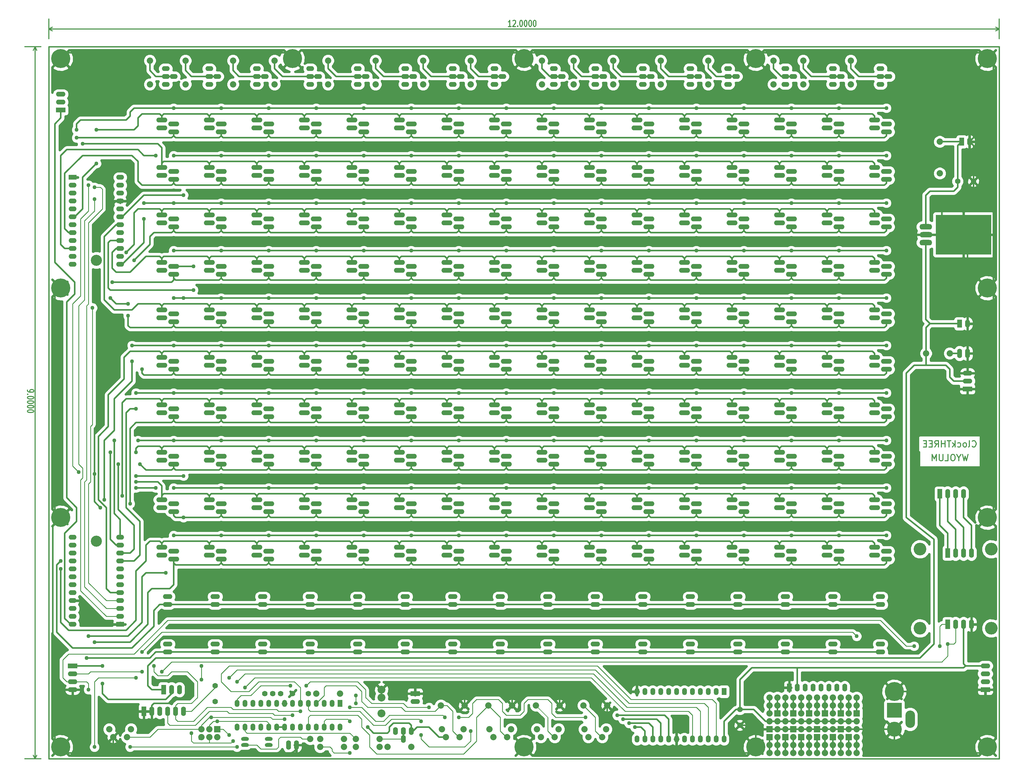
<source format=gbl>
G04 (created by PCBNEW-RS274X (2010-05-05 BZR 2356)-stable) date 01/10/11 18:33:32*
G01*
G70*
G90*
%MOIN*%
G04 Gerber Fmt 3.4, Leading zero omitted, Abs format*
%FSLAX34Y34*%
G04 APERTURE LIST*
%ADD10C,0.005000*%
%ADD11C,0.012000*%
%ADD12C,0.015000*%
%ADD13C,0.070000*%
%ADD14C,0.080000*%
%ADD15O,0.100000X0.050000*%
%ADD16R,0.060000X0.090000*%
%ADD17O,0.060000X0.090000*%
%ADD18C,0.160000*%
%ADD19R,0.080000X0.080000*%
%ADD20R,0.100000X0.060000*%
%ADD21O,0.100000X0.060000*%
%ADD22O,0.060000X0.120000*%
%ADD23O,0.140000X0.060000*%
%ADD24O,0.160000X0.070000*%
%ADD25R,0.700000X0.500000*%
%ADD26C,0.100000*%
%ADD27O,0.120000X0.060000*%
%ADD28R,0.060000X0.120000*%
%ADD29R,0.120000X0.060000*%
%ADD30R,0.060000X0.100000*%
%ADD31O,0.060000X0.100000*%
%ADD32C,0.189000*%
%ADD33R,0.189000X0.189000*%
%ADD34O,0.120000X0.220000*%
%ADD35C,0.140000*%
%ADD36C,0.240000*%
%ADD37C,0.050000*%
%ADD38C,0.010000*%
%ADD39C,0.020000*%
%ADD40C,0.008000*%
%ADD41C,0.030000*%
G04 APERTURE END LIST*
G54D10*
G54D11*
X126055Y-61524D02*
X125864Y-62324D01*
X125712Y-61752D01*
X125559Y-62324D01*
X125369Y-61524D01*
X124912Y-61943D02*
X124912Y-62324D01*
X125179Y-61524D02*
X124912Y-61943D01*
X124645Y-61524D01*
X124226Y-61524D02*
X124074Y-61524D01*
X123998Y-61562D01*
X123921Y-61638D01*
X123883Y-61790D01*
X123883Y-62057D01*
X123921Y-62210D01*
X123998Y-62286D01*
X124074Y-62324D01*
X124226Y-62324D01*
X124302Y-62286D01*
X124379Y-62210D01*
X124417Y-62057D01*
X124417Y-61790D01*
X124379Y-61638D01*
X124302Y-61562D01*
X124226Y-61524D01*
X123160Y-62324D02*
X123541Y-62324D01*
X123541Y-61524D01*
X122893Y-61524D02*
X122893Y-62171D01*
X122854Y-62248D01*
X122816Y-62286D01*
X122740Y-62324D01*
X122588Y-62324D01*
X122512Y-62286D01*
X122473Y-62248D01*
X122435Y-62171D01*
X122435Y-61524D01*
X122055Y-62324D02*
X122055Y-61524D01*
X121788Y-62095D01*
X121521Y-61524D01*
X121521Y-62324D01*
X126588Y-60498D02*
X126626Y-60536D01*
X126741Y-60574D01*
X126817Y-60574D01*
X126931Y-60536D01*
X127007Y-60460D01*
X127046Y-60383D01*
X127084Y-60231D01*
X127084Y-60117D01*
X127046Y-59964D01*
X127007Y-59888D01*
X126931Y-59812D01*
X126817Y-59774D01*
X126741Y-59774D01*
X126626Y-59812D01*
X126588Y-59850D01*
X126131Y-60574D02*
X126207Y-60536D01*
X126246Y-60460D01*
X126246Y-59774D01*
X125712Y-60574D02*
X125788Y-60536D01*
X125827Y-60498D01*
X125865Y-60421D01*
X125865Y-60193D01*
X125827Y-60117D01*
X125788Y-60079D01*
X125712Y-60040D01*
X125598Y-60040D01*
X125522Y-60079D01*
X125484Y-60117D01*
X125446Y-60193D01*
X125446Y-60421D01*
X125484Y-60498D01*
X125522Y-60536D01*
X125598Y-60574D01*
X125712Y-60574D01*
X124760Y-60536D02*
X124836Y-60574D01*
X124988Y-60574D01*
X125064Y-60536D01*
X125103Y-60498D01*
X125141Y-60421D01*
X125141Y-60193D01*
X125103Y-60117D01*
X125064Y-60079D01*
X124988Y-60040D01*
X124836Y-60040D01*
X124760Y-60079D01*
X124417Y-60574D02*
X124417Y-59774D01*
X124340Y-60269D02*
X124112Y-60574D01*
X124112Y-60040D02*
X124417Y-60345D01*
X123883Y-59774D02*
X123426Y-59774D01*
X123654Y-60574D02*
X123654Y-59774D01*
X123159Y-60574D02*
X123159Y-59774D01*
X123159Y-60155D02*
X122701Y-60155D01*
X122701Y-60574D02*
X122701Y-59774D01*
X121863Y-60574D02*
X122130Y-60193D01*
X122321Y-60574D02*
X122321Y-59774D01*
X122016Y-59774D01*
X121940Y-59812D01*
X121901Y-59850D01*
X121863Y-59926D01*
X121863Y-60040D01*
X121901Y-60117D01*
X121940Y-60155D01*
X122016Y-60193D01*
X122321Y-60193D01*
X121521Y-60155D02*
X121254Y-60155D01*
X121140Y-60574D02*
X121521Y-60574D01*
X121521Y-59774D01*
X121140Y-59774D01*
X120797Y-60155D02*
X120530Y-60155D01*
X120416Y-60574D02*
X120797Y-60574D01*
X120797Y-59774D01*
X120416Y-59774D01*
X07287Y-53372D02*
X07287Y-53487D01*
X07325Y-53544D01*
X07363Y-53572D01*
X07478Y-53630D01*
X07630Y-53658D01*
X07935Y-53658D01*
X08011Y-53630D01*
X08049Y-53601D01*
X08087Y-53544D01*
X08087Y-53430D01*
X08049Y-53372D01*
X08011Y-53344D01*
X07935Y-53315D01*
X07744Y-53315D01*
X07668Y-53344D01*
X07630Y-53372D01*
X07592Y-53430D01*
X07592Y-53544D01*
X07630Y-53601D01*
X07668Y-53630D01*
X07744Y-53658D01*
X07363Y-53915D02*
X07325Y-53943D01*
X07287Y-53915D01*
X07325Y-53886D01*
X07363Y-53915D01*
X07287Y-53915D01*
X08087Y-54315D02*
X08087Y-54372D01*
X08049Y-54429D01*
X08011Y-54458D01*
X07935Y-54487D01*
X07782Y-54515D01*
X07592Y-54515D01*
X07440Y-54487D01*
X07363Y-54458D01*
X07325Y-54429D01*
X07287Y-54372D01*
X07287Y-54315D01*
X07325Y-54258D01*
X07363Y-54229D01*
X07440Y-54201D01*
X07592Y-54172D01*
X07782Y-54172D01*
X07935Y-54201D01*
X08011Y-54229D01*
X08049Y-54258D01*
X08087Y-54315D01*
X08087Y-54886D02*
X08087Y-54943D01*
X08049Y-55000D01*
X08011Y-55029D01*
X07935Y-55058D01*
X07782Y-55086D01*
X07592Y-55086D01*
X07440Y-55058D01*
X07363Y-55029D01*
X07325Y-55000D01*
X07287Y-54943D01*
X07287Y-54886D01*
X07325Y-54829D01*
X07363Y-54800D01*
X07440Y-54772D01*
X07592Y-54743D01*
X07782Y-54743D01*
X07935Y-54772D01*
X08011Y-54800D01*
X08049Y-54829D01*
X08087Y-54886D01*
X08087Y-55457D02*
X08087Y-55514D01*
X08049Y-55571D01*
X08011Y-55600D01*
X07935Y-55629D01*
X07782Y-55657D01*
X07592Y-55657D01*
X07440Y-55629D01*
X07363Y-55600D01*
X07325Y-55571D01*
X07287Y-55514D01*
X07287Y-55457D01*
X07325Y-55400D01*
X07363Y-55371D01*
X07440Y-55343D01*
X07592Y-55314D01*
X07782Y-55314D01*
X07935Y-55343D01*
X08011Y-55371D01*
X08049Y-55400D01*
X08087Y-55457D01*
X08087Y-56028D02*
X08087Y-56085D01*
X08049Y-56142D01*
X08011Y-56171D01*
X07935Y-56200D01*
X07782Y-56228D01*
X07592Y-56228D01*
X07440Y-56200D01*
X07363Y-56171D01*
X07325Y-56142D01*
X07287Y-56085D01*
X07287Y-56028D01*
X07325Y-55971D01*
X07363Y-55942D01*
X07440Y-55914D01*
X07592Y-55885D01*
X07782Y-55885D01*
X07935Y-55914D01*
X08011Y-55942D01*
X08049Y-55971D01*
X08087Y-56028D01*
X08251Y-10000D02*
X08251Y-100000D01*
X09000Y-10000D02*
X06971Y-10000D01*
X09000Y-100000D02*
X06971Y-100000D01*
X08251Y-100000D02*
X08021Y-99557D01*
X08251Y-100000D02*
X08481Y-99557D01*
X08251Y-10000D02*
X08021Y-10443D01*
X08251Y-10000D02*
X08481Y-10443D01*
X68373Y-07435D02*
X68030Y-07435D01*
X68202Y-07435D02*
X68202Y-06635D01*
X68145Y-06749D01*
X68087Y-06825D01*
X68030Y-06863D01*
X68601Y-06711D02*
X68630Y-06673D01*
X68687Y-06635D01*
X68830Y-06635D01*
X68887Y-06673D01*
X68916Y-06711D01*
X68944Y-06787D01*
X68944Y-06863D01*
X68916Y-06978D01*
X68573Y-07435D01*
X68944Y-07435D01*
X69201Y-07359D02*
X69229Y-07397D01*
X69201Y-07435D01*
X69172Y-07397D01*
X69201Y-07359D01*
X69201Y-07435D01*
X69601Y-06635D02*
X69658Y-06635D01*
X69715Y-06673D01*
X69744Y-06711D01*
X69773Y-06787D01*
X69801Y-06940D01*
X69801Y-07130D01*
X69773Y-07282D01*
X69744Y-07359D01*
X69715Y-07397D01*
X69658Y-07435D01*
X69601Y-07435D01*
X69544Y-07397D01*
X69515Y-07359D01*
X69487Y-07282D01*
X69458Y-07130D01*
X69458Y-06940D01*
X69487Y-06787D01*
X69515Y-06711D01*
X69544Y-06673D01*
X69601Y-06635D01*
X70172Y-06635D02*
X70229Y-06635D01*
X70286Y-06673D01*
X70315Y-06711D01*
X70344Y-06787D01*
X70372Y-06940D01*
X70372Y-07130D01*
X70344Y-07282D01*
X70315Y-07359D01*
X70286Y-07397D01*
X70229Y-07435D01*
X70172Y-07435D01*
X70115Y-07397D01*
X70086Y-07359D01*
X70058Y-07282D01*
X70029Y-07130D01*
X70029Y-06940D01*
X70058Y-06787D01*
X70086Y-06711D01*
X70115Y-06673D01*
X70172Y-06635D01*
X70743Y-06635D02*
X70800Y-06635D01*
X70857Y-06673D01*
X70886Y-06711D01*
X70915Y-06787D01*
X70943Y-06940D01*
X70943Y-07130D01*
X70915Y-07282D01*
X70886Y-07359D01*
X70857Y-07397D01*
X70800Y-07435D01*
X70743Y-07435D01*
X70686Y-07397D01*
X70657Y-07359D01*
X70629Y-07282D01*
X70600Y-07130D01*
X70600Y-06940D01*
X70629Y-06787D01*
X70657Y-06711D01*
X70686Y-06673D01*
X70743Y-06635D01*
X71314Y-06635D02*
X71371Y-06635D01*
X71428Y-06673D01*
X71457Y-06711D01*
X71486Y-06787D01*
X71514Y-06940D01*
X71514Y-07130D01*
X71486Y-07282D01*
X71457Y-07359D01*
X71428Y-07397D01*
X71371Y-07435D01*
X71314Y-07435D01*
X71257Y-07397D01*
X71228Y-07359D01*
X71200Y-07282D01*
X71171Y-07130D01*
X71171Y-06940D01*
X71200Y-06787D01*
X71228Y-06711D01*
X71257Y-06673D01*
X71314Y-06635D01*
X10000Y-07751D02*
X130000Y-07751D01*
X10000Y-09000D02*
X10000Y-06471D01*
X130000Y-09000D02*
X130000Y-06471D01*
X130000Y-07751D02*
X129557Y-07981D01*
X130000Y-07751D02*
X129557Y-07521D01*
X10000Y-07751D02*
X10443Y-07981D01*
X10000Y-07751D02*
X10443Y-07521D01*
G54D12*
X10000Y-100000D02*
X10000Y-10000D01*
X130000Y-100000D02*
X10000Y-100000D01*
X130000Y-10000D02*
X130000Y-100000D01*
X10000Y-10000D02*
X130000Y-10000D01*
G54D13*
X39250Y-91750D03*
X37250Y-91750D03*
X38250Y-91750D03*
G54D14*
X51750Y-97500D03*
X48750Y-97500D03*
X52750Y-98500D03*
X55750Y-98500D03*
X44250Y-98500D03*
X47250Y-98500D03*
X123750Y-48750D03*
X120750Y-48750D03*
G54D15*
X37750Y-98250D03*
X34750Y-98250D03*
G54D14*
X43750Y-91750D03*
X46750Y-91750D03*
X48750Y-98500D03*
X51750Y-98500D03*
X27250Y-14750D03*
X27250Y-11750D03*
X33250Y-14750D03*
X33250Y-11750D03*
X38500Y-14750D03*
X38500Y-11750D03*
X45250Y-14750D03*
X45250Y-11750D03*
X51250Y-14750D03*
X51250Y-11750D03*
X57250Y-14750D03*
X57250Y-11750D03*
X63250Y-14750D03*
X63250Y-11750D03*
X72250Y-14750D03*
X72250Y-11750D03*
X76250Y-14750D03*
X76250Y-11750D03*
X81250Y-14750D03*
X81250Y-11750D03*
X87250Y-14750D03*
X87250Y-11750D03*
X93250Y-14750D03*
X93250Y-11750D03*
X101500Y-14750D03*
X101500Y-11750D03*
X105250Y-14750D03*
X105250Y-11750D03*
X111250Y-14750D03*
X111250Y-11750D03*
X59500Y-93250D03*
X62500Y-93250D03*
X65500Y-93250D03*
X68500Y-93250D03*
X71500Y-93250D03*
X74500Y-93250D03*
X47250Y-97500D03*
X44250Y-97500D03*
X22750Y-14750D03*
X22750Y-11750D03*
X122500Y-26000D03*
X122500Y-22000D03*
G54D13*
X124750Y-27000D03*
X126750Y-27000D03*
X31000Y-92750D03*
X31000Y-90750D03*
X97250Y-93750D03*
X97250Y-95750D03*
X42750Y-91750D03*
X40750Y-91750D03*
G54D16*
X46750Y-93000D03*
G54D17*
X45750Y-93000D03*
X44750Y-93000D03*
X43750Y-93000D03*
X42750Y-93000D03*
X41750Y-93000D03*
X40750Y-93000D03*
X39750Y-93000D03*
X38750Y-93000D03*
X37750Y-93000D03*
X36750Y-93000D03*
X35750Y-93000D03*
X34750Y-93000D03*
X33750Y-93000D03*
X33750Y-96000D03*
X34750Y-96000D03*
X35750Y-96000D03*
X36750Y-96000D03*
X37750Y-96000D03*
X38750Y-96000D03*
X39750Y-96000D03*
X40750Y-96000D03*
X41750Y-96000D03*
X42750Y-96000D03*
X43750Y-96000D03*
X44750Y-96000D03*
X45750Y-96000D03*
X46750Y-96000D03*
G54D14*
X77500Y-93250D03*
X80500Y-93250D03*
G54D18*
X120000Y-83500D03*
X129000Y-83500D03*
X120000Y-73500D03*
X129000Y-73500D03*
G54D19*
X102000Y-94250D03*
G54D14*
X102000Y-93250D03*
X102000Y-92250D03*
X101000Y-92250D03*
X101000Y-93250D03*
X101000Y-94250D03*
G54D19*
X104000Y-94250D03*
G54D14*
X104000Y-93250D03*
X104000Y-92250D03*
X103000Y-92250D03*
X103000Y-93250D03*
X103000Y-94250D03*
G54D19*
X106000Y-94250D03*
G54D14*
X106000Y-93250D03*
X106000Y-92250D03*
X105000Y-92250D03*
X105000Y-93250D03*
X105000Y-94250D03*
G54D19*
X108000Y-94250D03*
G54D14*
X108000Y-93250D03*
X108000Y-92250D03*
X107000Y-92250D03*
X107000Y-93250D03*
X107000Y-94250D03*
G54D19*
X110000Y-94250D03*
G54D14*
X110000Y-93250D03*
X110000Y-92250D03*
X109000Y-92250D03*
X109000Y-93250D03*
X109000Y-94250D03*
G54D19*
X112000Y-94250D03*
G54D14*
X112000Y-93250D03*
X112000Y-92250D03*
X111000Y-92250D03*
X111000Y-93250D03*
X111000Y-94250D03*
G54D19*
X101000Y-97250D03*
G54D14*
X101000Y-98250D03*
X101000Y-99250D03*
X102000Y-99250D03*
X102000Y-98250D03*
X102000Y-97250D03*
G54D19*
X103000Y-97250D03*
G54D14*
X103000Y-98250D03*
X103000Y-99250D03*
X104000Y-99250D03*
X104000Y-98250D03*
X104000Y-97250D03*
G54D19*
X105000Y-97250D03*
G54D14*
X105000Y-98250D03*
X105000Y-99250D03*
X106000Y-99250D03*
X106000Y-98250D03*
X106000Y-97250D03*
G54D19*
X107000Y-97250D03*
G54D14*
X107000Y-98250D03*
X107000Y-99250D03*
X108000Y-99250D03*
X108000Y-98250D03*
X108000Y-97250D03*
G54D19*
X109000Y-97250D03*
G54D14*
X109000Y-98250D03*
X109000Y-99250D03*
X110000Y-99250D03*
X110000Y-98250D03*
X110000Y-97250D03*
G54D19*
X111000Y-97250D03*
G54D14*
X111000Y-98250D03*
X111000Y-99250D03*
X112000Y-99250D03*
X112000Y-98250D03*
X112000Y-97250D03*
G54D19*
X101000Y-96250D03*
G54D14*
X102000Y-96250D03*
X103000Y-96250D03*
X103000Y-95250D03*
X102000Y-95250D03*
X101000Y-95250D03*
G54D19*
X104000Y-96250D03*
G54D14*
X105000Y-96250D03*
X106000Y-96250D03*
X106000Y-95250D03*
X105000Y-95250D03*
X104000Y-95250D03*
G54D19*
X107000Y-96250D03*
G54D14*
X108000Y-96250D03*
X109000Y-96250D03*
X109000Y-95250D03*
X108000Y-95250D03*
X107000Y-95250D03*
G54D19*
X110000Y-96250D03*
G54D14*
X111000Y-96250D03*
X112000Y-96250D03*
X112000Y-95250D03*
X111000Y-95250D03*
X110000Y-95250D03*
G54D16*
X95250Y-91500D03*
G54D17*
X94250Y-91500D03*
X93250Y-91500D03*
X92250Y-91500D03*
X91250Y-91500D03*
X90250Y-91500D03*
X89250Y-91500D03*
X88250Y-91500D03*
X87250Y-91500D03*
X86250Y-91500D03*
X85250Y-91500D03*
X84250Y-91500D03*
X84250Y-97500D03*
X85250Y-97500D03*
X86250Y-97500D03*
X87250Y-97500D03*
X88250Y-97500D03*
X89250Y-97500D03*
X90250Y-97500D03*
X91250Y-97500D03*
X92250Y-97500D03*
X93250Y-97500D03*
X94250Y-97500D03*
X95250Y-97500D03*
G54D20*
X13000Y-26500D03*
G54D21*
X13000Y-27500D03*
X13000Y-28500D03*
X13000Y-29500D03*
X13000Y-30500D03*
X13000Y-31500D03*
X13000Y-32500D03*
X13000Y-33500D03*
X13000Y-34500D03*
X13000Y-35500D03*
X13000Y-36500D03*
X13000Y-37500D03*
X19000Y-37500D03*
X19000Y-36500D03*
X19000Y-35500D03*
X19000Y-34500D03*
X19000Y-33500D03*
X19000Y-32500D03*
X19000Y-31500D03*
X19000Y-30500D03*
X19000Y-29500D03*
X19000Y-28500D03*
X19000Y-27500D03*
X19000Y-26500D03*
G54D20*
X19000Y-83000D03*
G54D21*
X19000Y-82000D03*
X19000Y-81000D03*
X19000Y-80000D03*
X19000Y-79000D03*
X19000Y-78000D03*
X19000Y-77000D03*
X19000Y-76000D03*
X19000Y-75000D03*
X19000Y-74000D03*
X19000Y-73000D03*
X19000Y-72000D03*
X13000Y-72000D03*
X13000Y-73000D03*
X13000Y-74000D03*
X13000Y-75000D03*
X13000Y-76000D03*
X13000Y-77000D03*
X13000Y-78000D03*
X13000Y-79000D03*
X13000Y-80000D03*
X13000Y-81000D03*
X13000Y-82000D03*
X13000Y-83000D03*
G54D22*
X40250Y-98250D03*
X41250Y-98250D03*
X125000Y-48750D03*
X126000Y-48750D03*
G54D23*
X115750Y-74750D03*
X114250Y-74250D03*
X115750Y-73750D03*
X114250Y-73250D03*
X109750Y-74750D03*
X108250Y-74250D03*
X109750Y-73750D03*
X108250Y-73250D03*
X103750Y-74750D03*
X102250Y-74250D03*
X103750Y-73750D03*
X102250Y-73250D03*
X97750Y-74750D03*
X96250Y-74250D03*
X97750Y-73750D03*
X96250Y-73250D03*
X91750Y-74750D03*
X90250Y-74250D03*
X91750Y-73750D03*
X90250Y-73250D03*
X85750Y-74750D03*
X84250Y-74250D03*
X85750Y-73750D03*
X84250Y-73250D03*
X79750Y-74750D03*
X78250Y-74250D03*
X79750Y-73750D03*
X78250Y-73250D03*
X73750Y-74750D03*
X72250Y-74250D03*
X73750Y-73750D03*
X72250Y-73250D03*
X67750Y-74750D03*
X66250Y-74250D03*
X67750Y-73750D03*
X66250Y-73250D03*
X61750Y-74750D03*
X60250Y-74250D03*
X61750Y-73750D03*
X60250Y-73250D03*
X55750Y-74750D03*
X54250Y-74250D03*
X55750Y-73750D03*
X54250Y-73250D03*
X49750Y-74750D03*
X48250Y-74250D03*
X49750Y-73750D03*
X48250Y-73250D03*
X43750Y-74750D03*
X42250Y-74250D03*
X43750Y-73750D03*
X42250Y-73250D03*
X37750Y-74750D03*
X36250Y-74250D03*
X37750Y-73750D03*
X36250Y-73250D03*
X31750Y-74750D03*
X30250Y-74250D03*
X31750Y-73750D03*
X30250Y-73250D03*
X25750Y-74750D03*
X24250Y-74250D03*
X25750Y-73750D03*
X24250Y-73250D03*
X115750Y-68750D03*
X114250Y-68250D03*
X115750Y-67750D03*
X114250Y-67250D03*
X109750Y-68750D03*
X108250Y-68250D03*
X109750Y-67750D03*
X108250Y-67250D03*
X103750Y-68750D03*
X102250Y-68250D03*
X103750Y-67750D03*
X102250Y-67250D03*
X97750Y-68750D03*
X96250Y-68250D03*
X97750Y-67750D03*
X96250Y-67250D03*
X91750Y-68750D03*
X90250Y-68250D03*
X91750Y-67750D03*
X90250Y-67250D03*
X85750Y-68750D03*
X84250Y-68250D03*
X85750Y-67750D03*
X84250Y-67250D03*
X79750Y-68750D03*
X78250Y-68250D03*
X79750Y-67750D03*
X78250Y-67250D03*
X73750Y-68750D03*
X72250Y-68250D03*
X73750Y-67750D03*
X72250Y-67250D03*
X67750Y-68750D03*
X66250Y-68250D03*
X67750Y-67750D03*
X66250Y-67250D03*
X61750Y-68750D03*
X60250Y-68250D03*
X61750Y-67750D03*
X60250Y-67250D03*
X55750Y-68750D03*
X54250Y-68250D03*
X55750Y-67750D03*
X54250Y-67250D03*
X49750Y-68750D03*
X48250Y-68250D03*
X49750Y-67750D03*
X48250Y-67250D03*
X43750Y-68750D03*
X42250Y-68250D03*
X43750Y-67750D03*
X42250Y-67250D03*
X37750Y-68750D03*
X36250Y-68250D03*
X37750Y-67750D03*
X36250Y-67250D03*
X31750Y-68750D03*
X30250Y-68250D03*
X31750Y-67750D03*
X30250Y-67250D03*
X25750Y-68750D03*
X24250Y-68250D03*
X25750Y-67750D03*
X24250Y-67250D03*
X115750Y-62750D03*
X114250Y-62250D03*
X115750Y-61750D03*
X114250Y-61250D03*
X109750Y-62750D03*
X108250Y-62250D03*
X109750Y-61750D03*
X108250Y-61250D03*
X103750Y-62750D03*
X102250Y-62250D03*
X103750Y-61750D03*
X102250Y-61250D03*
X97750Y-62750D03*
X96250Y-62250D03*
X97750Y-61750D03*
X96250Y-61250D03*
X91750Y-62750D03*
X90250Y-62250D03*
X91750Y-61750D03*
X90250Y-61250D03*
X85750Y-62750D03*
X84250Y-62250D03*
X85750Y-61750D03*
X84250Y-61250D03*
X79750Y-62750D03*
X78250Y-62250D03*
X79750Y-61750D03*
X78250Y-61250D03*
X73750Y-62750D03*
X72250Y-62250D03*
X73750Y-61750D03*
X72250Y-61250D03*
X67750Y-62750D03*
X66250Y-62250D03*
X67750Y-61750D03*
X66250Y-61250D03*
X61750Y-62750D03*
X60250Y-62250D03*
X61750Y-61750D03*
X60250Y-61250D03*
X55750Y-62750D03*
X54250Y-62250D03*
X55750Y-61750D03*
X54250Y-61250D03*
X49750Y-62750D03*
X48250Y-62250D03*
X49750Y-61750D03*
X48250Y-61250D03*
X43750Y-62750D03*
X42250Y-62250D03*
X43750Y-61750D03*
X42250Y-61250D03*
X37750Y-62750D03*
X36250Y-62250D03*
X37750Y-61750D03*
X36250Y-61250D03*
X31750Y-62750D03*
X30250Y-62250D03*
X31750Y-61750D03*
X30250Y-61250D03*
X25750Y-62750D03*
X24250Y-62250D03*
X25750Y-61750D03*
X24250Y-61250D03*
X115750Y-56750D03*
X114250Y-56250D03*
X115750Y-55750D03*
X114250Y-55250D03*
X109750Y-56750D03*
X108250Y-56250D03*
X109750Y-55750D03*
X108250Y-55250D03*
X103750Y-56750D03*
X102250Y-56250D03*
X103750Y-55750D03*
X102250Y-55250D03*
X97750Y-56750D03*
X96250Y-56250D03*
X97750Y-55750D03*
X96250Y-55250D03*
X91750Y-56750D03*
X90250Y-56250D03*
X91750Y-55750D03*
X90250Y-55250D03*
X85750Y-56750D03*
X84250Y-56250D03*
X85750Y-55750D03*
X84250Y-55250D03*
X79750Y-56750D03*
X78250Y-56250D03*
X79750Y-55750D03*
X78250Y-55250D03*
X73750Y-56750D03*
X72250Y-56250D03*
X73750Y-55750D03*
X72250Y-55250D03*
X67750Y-56750D03*
X66250Y-56250D03*
X67750Y-55750D03*
X66250Y-55250D03*
X61750Y-56750D03*
X60250Y-56250D03*
X61750Y-55750D03*
X60250Y-55250D03*
X55750Y-56750D03*
X54250Y-56250D03*
X55750Y-55750D03*
X54250Y-55250D03*
X49750Y-56750D03*
X48250Y-56250D03*
X49750Y-55750D03*
X48250Y-55250D03*
X43750Y-56750D03*
X42250Y-56250D03*
X43750Y-55750D03*
X42250Y-55250D03*
X37750Y-56750D03*
X36250Y-56250D03*
X37750Y-55750D03*
X36250Y-55250D03*
X31750Y-56750D03*
X30250Y-56250D03*
X31750Y-55750D03*
X30250Y-55250D03*
X25750Y-56750D03*
X24250Y-56250D03*
X25750Y-55750D03*
X24250Y-55250D03*
X115750Y-50750D03*
X114250Y-50250D03*
X115750Y-49750D03*
X114250Y-49250D03*
X109750Y-50750D03*
X108250Y-50250D03*
X109750Y-49750D03*
X108250Y-49250D03*
X103750Y-50750D03*
X102250Y-50250D03*
X103750Y-49750D03*
X102250Y-49250D03*
X97750Y-50750D03*
X96250Y-50250D03*
X97750Y-49750D03*
X96250Y-49250D03*
X91750Y-50750D03*
X90250Y-50250D03*
X91750Y-49750D03*
X90250Y-49250D03*
X85750Y-50750D03*
X84250Y-50250D03*
X85750Y-49750D03*
X84250Y-49250D03*
X79750Y-50750D03*
X78250Y-50250D03*
X79750Y-49750D03*
X78250Y-49250D03*
X73750Y-50750D03*
X72250Y-50250D03*
X73750Y-49750D03*
X72250Y-49250D03*
X67750Y-50750D03*
X66250Y-50250D03*
X67750Y-49750D03*
X66250Y-49250D03*
X61750Y-50750D03*
X60250Y-50250D03*
X61750Y-49750D03*
X60250Y-49250D03*
X55750Y-50750D03*
X54250Y-50250D03*
X55750Y-49750D03*
X54250Y-49250D03*
X49750Y-50750D03*
X48250Y-50250D03*
X49750Y-49750D03*
X48250Y-49250D03*
X43750Y-50750D03*
X42250Y-50250D03*
X43750Y-49750D03*
X42250Y-49250D03*
X37750Y-50750D03*
X36250Y-50250D03*
X37750Y-49750D03*
X36250Y-49250D03*
X31750Y-50750D03*
X30250Y-50250D03*
X31750Y-49750D03*
X30250Y-49250D03*
X25750Y-50750D03*
X24250Y-50250D03*
X25750Y-49750D03*
X24250Y-49250D03*
X115750Y-44750D03*
X114250Y-44250D03*
X115750Y-43750D03*
X114250Y-43250D03*
X109750Y-44750D03*
X108250Y-44250D03*
X109750Y-43750D03*
X108250Y-43250D03*
X103750Y-44750D03*
X102250Y-44250D03*
X103750Y-43750D03*
X102250Y-43250D03*
X97750Y-44750D03*
X96250Y-44250D03*
X97750Y-43750D03*
X96250Y-43250D03*
X91750Y-44750D03*
X90250Y-44250D03*
X91750Y-43750D03*
X90250Y-43250D03*
X85750Y-44750D03*
X84250Y-44250D03*
X85750Y-43750D03*
X84250Y-43250D03*
X79750Y-44750D03*
X78250Y-44250D03*
X79750Y-43750D03*
X78250Y-43250D03*
X73750Y-44750D03*
X72250Y-44250D03*
X73750Y-43750D03*
X72250Y-43250D03*
X67750Y-44750D03*
X66250Y-44250D03*
X67750Y-43750D03*
X66250Y-43250D03*
X61750Y-44750D03*
X60250Y-44250D03*
X61750Y-43750D03*
X60250Y-43250D03*
X55750Y-44750D03*
X54250Y-44250D03*
X55750Y-43750D03*
X54250Y-43250D03*
X49750Y-44750D03*
X48250Y-44250D03*
X49750Y-43750D03*
X48250Y-43250D03*
X43750Y-44750D03*
X42250Y-44250D03*
X43750Y-43750D03*
X42250Y-43250D03*
X37750Y-44750D03*
X36250Y-44250D03*
X37750Y-43750D03*
X36250Y-43250D03*
X31750Y-44750D03*
X30250Y-44250D03*
X31750Y-43750D03*
X30250Y-43250D03*
X25750Y-44750D03*
X24250Y-44250D03*
X25750Y-43750D03*
X24250Y-43250D03*
X115750Y-38750D03*
X114250Y-38250D03*
X115750Y-37750D03*
X114250Y-37250D03*
X109750Y-38750D03*
X108250Y-38250D03*
X109750Y-37750D03*
X108250Y-37250D03*
X103750Y-38750D03*
X102250Y-38250D03*
X103750Y-37750D03*
X102250Y-37250D03*
X97750Y-38750D03*
X96250Y-38250D03*
X97750Y-37750D03*
X96250Y-37250D03*
X91750Y-38750D03*
X90250Y-38250D03*
X91750Y-37750D03*
X90250Y-37250D03*
X85750Y-38750D03*
X84250Y-38250D03*
X85750Y-37750D03*
X84250Y-37250D03*
X79750Y-38750D03*
X78250Y-38250D03*
X79750Y-37750D03*
X78250Y-37250D03*
X73750Y-38750D03*
X72250Y-38250D03*
X73750Y-37750D03*
X72250Y-37250D03*
X67750Y-38750D03*
X66250Y-38250D03*
X67750Y-37750D03*
X66250Y-37250D03*
X61750Y-38750D03*
X60250Y-38250D03*
X61750Y-37750D03*
X60250Y-37250D03*
X55750Y-38750D03*
X54250Y-38250D03*
X55750Y-37750D03*
X54250Y-37250D03*
X49750Y-38750D03*
X48250Y-38250D03*
X49750Y-37750D03*
X48250Y-37250D03*
X43750Y-38750D03*
X42250Y-38250D03*
X43750Y-37750D03*
X42250Y-37250D03*
X37750Y-38750D03*
X36250Y-38250D03*
X37750Y-37750D03*
X36250Y-37250D03*
X31750Y-38750D03*
X30250Y-38250D03*
X31750Y-37750D03*
X30250Y-37250D03*
X25750Y-38750D03*
X24250Y-38250D03*
X25750Y-37750D03*
X24250Y-37250D03*
X115750Y-32750D03*
X114250Y-32250D03*
X115750Y-31750D03*
X114250Y-31250D03*
X109750Y-32750D03*
X108250Y-32250D03*
X109750Y-31750D03*
X108250Y-31250D03*
X103750Y-32750D03*
X102250Y-32250D03*
X103750Y-31750D03*
X102250Y-31250D03*
X97750Y-32750D03*
X96250Y-32250D03*
X97750Y-31750D03*
X96250Y-31250D03*
X91750Y-32750D03*
X90250Y-32250D03*
X91750Y-31750D03*
X90250Y-31250D03*
X85750Y-32750D03*
X84250Y-32250D03*
X85750Y-31750D03*
X84250Y-31250D03*
X79750Y-32750D03*
X78250Y-32250D03*
X79750Y-31750D03*
X78250Y-31250D03*
X73750Y-32750D03*
X72250Y-32250D03*
X73750Y-31750D03*
X72250Y-31250D03*
X67750Y-32750D03*
X66250Y-32250D03*
X67750Y-31750D03*
X66250Y-31250D03*
X61750Y-32750D03*
X60250Y-32250D03*
X61750Y-31750D03*
X60250Y-31250D03*
X55750Y-32750D03*
X54250Y-32250D03*
X55750Y-31750D03*
X54250Y-31250D03*
X49750Y-32750D03*
X48250Y-32250D03*
X49750Y-31750D03*
X48250Y-31250D03*
X43750Y-32750D03*
X42250Y-32250D03*
X43750Y-31750D03*
X42250Y-31250D03*
X37750Y-32750D03*
X36250Y-32250D03*
X37750Y-31750D03*
X36250Y-31250D03*
X31750Y-32750D03*
X30250Y-32250D03*
X31750Y-31750D03*
X30250Y-31250D03*
X25750Y-32750D03*
X24250Y-32250D03*
X25750Y-31750D03*
X24250Y-31250D03*
X115750Y-26750D03*
X114250Y-26250D03*
X115750Y-25750D03*
X114250Y-25250D03*
X109750Y-26750D03*
X108250Y-26250D03*
X109750Y-25750D03*
X108250Y-25250D03*
X103750Y-26750D03*
X102250Y-26250D03*
X103750Y-25750D03*
X102250Y-25250D03*
X97750Y-26750D03*
X96250Y-26250D03*
X97750Y-25750D03*
X96250Y-25250D03*
X91750Y-26750D03*
X90250Y-26250D03*
X91750Y-25750D03*
X90250Y-25250D03*
X85750Y-26750D03*
X84250Y-26250D03*
X85750Y-25750D03*
X84250Y-25250D03*
X79750Y-26750D03*
X78250Y-26250D03*
X79750Y-25750D03*
X78250Y-25250D03*
X73750Y-26750D03*
X72250Y-26250D03*
X73750Y-25750D03*
X72250Y-25250D03*
X67750Y-26750D03*
X66250Y-26250D03*
X67750Y-25750D03*
X66250Y-25250D03*
X61750Y-26750D03*
X60250Y-26250D03*
X61750Y-25750D03*
X60250Y-25250D03*
X55750Y-26750D03*
X54250Y-26250D03*
X55750Y-25750D03*
X54250Y-25250D03*
X49750Y-26750D03*
X48250Y-26250D03*
X49750Y-25750D03*
X48250Y-25250D03*
X43750Y-26750D03*
X42250Y-26250D03*
X43750Y-25750D03*
X42250Y-25250D03*
X37750Y-26750D03*
X36250Y-26250D03*
X37750Y-25750D03*
X36250Y-25250D03*
X31750Y-26750D03*
X30250Y-26250D03*
X31750Y-25750D03*
X30250Y-25250D03*
X25750Y-26750D03*
X24250Y-26250D03*
X25750Y-25750D03*
X24250Y-25250D03*
X115750Y-20750D03*
X114250Y-20250D03*
X115750Y-19750D03*
X114250Y-19250D03*
X109750Y-20750D03*
X108250Y-20250D03*
X109750Y-19750D03*
X108250Y-19250D03*
X103750Y-20750D03*
X102250Y-20250D03*
X103750Y-19750D03*
X102250Y-19250D03*
X97750Y-20750D03*
X96250Y-20250D03*
X97750Y-19750D03*
X96250Y-19250D03*
X91750Y-20750D03*
X90250Y-20250D03*
X91750Y-19750D03*
X90250Y-19250D03*
X85750Y-20750D03*
X84250Y-20250D03*
X85750Y-19750D03*
X84250Y-19250D03*
X79750Y-20750D03*
X78250Y-20250D03*
X79750Y-19750D03*
X78250Y-19250D03*
X73750Y-20750D03*
X72250Y-20250D03*
X73750Y-19750D03*
X72250Y-19250D03*
X67750Y-20750D03*
X66250Y-20250D03*
X67750Y-19750D03*
X66250Y-19250D03*
X61750Y-20750D03*
X60250Y-20250D03*
X61750Y-19750D03*
X60250Y-19250D03*
X55750Y-20750D03*
X54250Y-20250D03*
X55750Y-19750D03*
X54250Y-19250D03*
X49750Y-20750D03*
X48250Y-20250D03*
X49750Y-19750D03*
X48250Y-19250D03*
X43750Y-20750D03*
X42250Y-20250D03*
X43750Y-19750D03*
X42250Y-19250D03*
X37750Y-20750D03*
X36250Y-20250D03*
X37750Y-19750D03*
X36250Y-19250D03*
X31750Y-20750D03*
X30250Y-20250D03*
X31750Y-19750D03*
X30250Y-19250D03*
X25750Y-20750D03*
X24250Y-20250D03*
X25750Y-19750D03*
X24250Y-19250D03*
G54D24*
X120720Y-34750D03*
X120720Y-32750D03*
G54D25*
X125500Y-33750D03*
G54D24*
X120750Y-33750D03*
G54D26*
X52000Y-94250D03*
X52000Y-91250D03*
X52000Y-92250D03*
G54D27*
X115000Y-85500D03*
X115000Y-86500D03*
X109000Y-85500D03*
X109000Y-86500D03*
X103000Y-85500D03*
X103000Y-86500D03*
X97000Y-85500D03*
X97000Y-86500D03*
X91000Y-85500D03*
X91000Y-86500D03*
X85000Y-85500D03*
X85000Y-86500D03*
X79000Y-85500D03*
X79000Y-86500D03*
X73000Y-85500D03*
X73000Y-86500D03*
X67000Y-85500D03*
X67000Y-86500D03*
X61000Y-85500D03*
X61000Y-86500D03*
X55000Y-85500D03*
X55000Y-86500D03*
X49000Y-85500D03*
X49000Y-86500D03*
X43000Y-85500D03*
X43000Y-86500D03*
X37000Y-85500D03*
X37000Y-86500D03*
X31000Y-85500D03*
X31000Y-86500D03*
X25000Y-85500D03*
X25000Y-86500D03*
X115000Y-79500D03*
X115000Y-80500D03*
X109000Y-79500D03*
X109000Y-80500D03*
X103000Y-79500D03*
X103000Y-80500D03*
X97000Y-79500D03*
X97000Y-80500D03*
X91000Y-79500D03*
X91000Y-80500D03*
X85000Y-79500D03*
X85000Y-80500D03*
X79000Y-79500D03*
X79000Y-80500D03*
X73000Y-79500D03*
X73000Y-80500D03*
X67000Y-79500D03*
X67000Y-80500D03*
X61000Y-79500D03*
X61000Y-80500D03*
X55000Y-79500D03*
X55000Y-80500D03*
X49000Y-79500D03*
X49000Y-80500D03*
X43000Y-79500D03*
X43000Y-80500D03*
X37000Y-79500D03*
X37000Y-80500D03*
X31000Y-79500D03*
X31000Y-80500D03*
X25000Y-79500D03*
X25000Y-80500D03*
G54D14*
X72125Y-97250D03*
X73875Y-97250D03*
X71625Y-96250D03*
X74375Y-96250D03*
X66125Y-97250D03*
X67875Y-97250D03*
X65625Y-96250D03*
X68375Y-96250D03*
X60125Y-97250D03*
X61875Y-97250D03*
X59625Y-96250D03*
X62375Y-96250D03*
X18125Y-97250D03*
X19875Y-97250D03*
X17625Y-96250D03*
X20375Y-96250D03*
X78125Y-97250D03*
X79875Y-97250D03*
X77625Y-96250D03*
X80375Y-96250D03*
X43000Y-97500D03*
G54D28*
X24500Y-91250D03*
G54D22*
X25500Y-91250D03*
X26500Y-91250D03*
G54D29*
X126000Y-53250D03*
G54D27*
X126000Y-52250D03*
X126000Y-51250D03*
G54D29*
X11500Y-18000D03*
G54D27*
X11500Y-17000D03*
X11500Y-16000D03*
G54D28*
X122500Y-66500D03*
G54D22*
X123500Y-66500D03*
X124500Y-66500D03*
X125500Y-66500D03*
G54D28*
X123500Y-83000D03*
G54D22*
X124500Y-83000D03*
X125500Y-83000D03*
X126500Y-83000D03*
G54D28*
X123500Y-74000D03*
G54D22*
X124500Y-74000D03*
X125500Y-74000D03*
X126500Y-74000D03*
G54D30*
X103500Y-91000D03*
G54D31*
X104500Y-91000D03*
X105500Y-91000D03*
X106500Y-91000D03*
X107500Y-91000D03*
X108500Y-91000D03*
X109500Y-91000D03*
X110500Y-91000D03*
G54D29*
X56250Y-91750D03*
G54D27*
X56250Y-92750D03*
G54D19*
X31250Y-96250D03*
G54D14*
X31250Y-97250D03*
X30250Y-96250D03*
X30250Y-97250D03*
X29250Y-96250D03*
X29250Y-97250D03*
G54D28*
X22000Y-94000D03*
G54D22*
X23000Y-94000D03*
X24000Y-94000D03*
X25000Y-94000D03*
X26000Y-94000D03*
X27000Y-94000D03*
G54D29*
X13000Y-88250D03*
G54D27*
X13000Y-89250D03*
X13000Y-90250D03*
X13000Y-91250D03*
G54D21*
X24750Y-12750D03*
X24750Y-13750D03*
X24750Y-14750D03*
X25750Y-13750D03*
X30250Y-12750D03*
X30250Y-13750D03*
X30250Y-14750D03*
X31250Y-13750D03*
X36250Y-12750D03*
X36250Y-13750D03*
X36250Y-14750D03*
X37250Y-13750D03*
X43000Y-12750D03*
X43000Y-13750D03*
X43000Y-14750D03*
X44000Y-13750D03*
X49000Y-12750D03*
X49000Y-13750D03*
X49000Y-14750D03*
X50000Y-13750D03*
X55000Y-12750D03*
X55000Y-13750D03*
X55000Y-14750D03*
X56000Y-13750D03*
X61000Y-12750D03*
X61000Y-13750D03*
X61000Y-14750D03*
X62000Y-13750D03*
X66250Y-12750D03*
X66250Y-13750D03*
X66250Y-14750D03*
X67250Y-13750D03*
X73750Y-12750D03*
X73750Y-13750D03*
X73750Y-14750D03*
X74750Y-13750D03*
X79000Y-12750D03*
X79000Y-13750D03*
X79000Y-14750D03*
X80000Y-13750D03*
X85000Y-12750D03*
X85000Y-13750D03*
X85000Y-14750D03*
X86000Y-13750D03*
X91000Y-12750D03*
X91000Y-13750D03*
X91000Y-14750D03*
X92000Y-13750D03*
X95750Y-12750D03*
X95750Y-13750D03*
X95750Y-14750D03*
X96750Y-13750D03*
X103000Y-12750D03*
X103000Y-13750D03*
X103000Y-14750D03*
X104000Y-13750D03*
X109000Y-12750D03*
X109000Y-13750D03*
X109000Y-14750D03*
X110000Y-13750D03*
X115000Y-12750D03*
X115000Y-13750D03*
X115000Y-14750D03*
X116000Y-13750D03*
G54D31*
X55750Y-96500D03*
X54750Y-96500D03*
X53750Y-96500D03*
X54750Y-97500D03*
G54D32*
X116750Y-96250D03*
G54D33*
X116750Y-93850D03*
G54D34*
X118750Y-95000D03*
G54D35*
X16000Y-37000D03*
X16000Y-72500D03*
G54D15*
X37750Y-97500D03*
X34750Y-97500D03*
G54D36*
X11500Y-11500D03*
X40750Y-11500D03*
X70000Y-11500D03*
X99250Y-11500D03*
X128500Y-11500D03*
X128500Y-40500D03*
X128500Y-69500D03*
X128500Y-98500D03*
X99250Y-98500D03*
X70000Y-98500D03*
X116750Y-91500D03*
X11500Y-98500D03*
X11500Y-69500D03*
X11500Y-40500D03*
G54D29*
X128250Y-91250D03*
G54D27*
X128250Y-90250D03*
X128250Y-89250D03*
X128250Y-88250D03*
G54D30*
X125250Y-22000D03*
G54D31*
X126250Y-22000D03*
G54D30*
X125000Y-45000D03*
G54D31*
X126000Y-45000D03*
G54D37*
X32750Y-89750D03*
X33750Y-90250D03*
X34750Y-91000D03*
X84000Y-96000D03*
X83250Y-95500D03*
X82500Y-95000D03*
X81750Y-94500D03*
X60000Y-94750D03*
X61750Y-94750D03*
X48000Y-93500D03*
X48000Y-95250D03*
X77750Y-94750D03*
X58000Y-93500D03*
X40500Y-90750D03*
X42500Y-90750D03*
X57000Y-97000D03*
X63250Y-96500D03*
X57000Y-95250D03*
X48000Y-99250D03*
X32750Y-97000D03*
X15000Y-27500D03*
X13750Y-63750D03*
X28000Y-96750D03*
X29250Y-90000D03*
X29250Y-88250D03*
X33250Y-97750D03*
X15500Y-43000D03*
X21000Y-89750D03*
X33750Y-98500D03*
X15750Y-98500D03*
X20250Y-98500D03*
X16000Y-24750D03*
X16000Y-20500D03*
X25750Y-23750D03*
X85750Y-23750D03*
X43750Y-23750D03*
X115750Y-23750D03*
X49750Y-23750D03*
X67750Y-23750D03*
X37750Y-23750D03*
X31750Y-23750D03*
X61750Y-23750D03*
X23500Y-23750D03*
X109750Y-23750D03*
X103750Y-23750D03*
X97750Y-23750D03*
X91750Y-23750D03*
X79750Y-23750D03*
X73750Y-23750D03*
X55750Y-23750D03*
X14250Y-22250D03*
X19750Y-36000D03*
X20750Y-37000D03*
X28250Y-40750D03*
X103750Y-35750D03*
X115750Y-35750D03*
X25750Y-35750D03*
X85750Y-35750D03*
X109750Y-35750D03*
X91750Y-35750D03*
X97750Y-35750D03*
X79750Y-35750D03*
X31750Y-35750D03*
X37750Y-35750D03*
X43750Y-35750D03*
X28250Y-37750D03*
X73750Y-35750D03*
X67750Y-35750D03*
X61750Y-35750D03*
X55750Y-35750D03*
X49750Y-35750D03*
X18000Y-39750D03*
X17750Y-41750D03*
X20000Y-42500D03*
X20000Y-44000D03*
X21750Y-50750D03*
X19250Y-66750D03*
X20250Y-67750D03*
X21250Y-59750D03*
X18250Y-59750D03*
X49750Y-59750D03*
X79750Y-59750D03*
X37750Y-59750D03*
X31750Y-59750D03*
X73750Y-59750D03*
X115750Y-59750D03*
X43750Y-59750D03*
X85750Y-59750D03*
X91750Y-59750D03*
X97750Y-59750D03*
X103750Y-59750D03*
X109750Y-59750D03*
X25750Y-59750D03*
X61750Y-59750D03*
X67750Y-59750D03*
X55750Y-59750D03*
X17750Y-61250D03*
X21000Y-61250D03*
X21500Y-62750D03*
X18750Y-62750D03*
X21000Y-65000D03*
X11500Y-76000D03*
X15750Y-85250D03*
X11500Y-75000D03*
X14750Y-87250D03*
X15750Y-27750D03*
X31250Y-95250D03*
X15750Y-29250D03*
X30500Y-94750D03*
X39750Y-95000D03*
X40750Y-94500D03*
X123500Y-85500D03*
X48750Y-92000D03*
X48750Y-93000D03*
X24250Y-89000D03*
X21750Y-89000D03*
X119250Y-85750D03*
X122500Y-85750D03*
X15000Y-91250D03*
X21750Y-86500D03*
X23250Y-88250D03*
X41750Y-94000D03*
X112000Y-84500D03*
X26250Y-89750D03*
X15750Y-35000D03*
X99250Y-96250D03*
X55500Y-10750D03*
X15750Y-39250D03*
X16000Y-26500D03*
X17500Y-83000D03*
X17500Y-93500D03*
X16500Y-68250D03*
X15750Y-64000D03*
X123250Y-33750D03*
X79750Y-17750D03*
X109750Y-17750D03*
X103750Y-17750D03*
X97750Y-17750D03*
X13500Y-20500D03*
X49750Y-17750D03*
X43750Y-17750D03*
X115750Y-17750D03*
X25750Y-17750D03*
X55750Y-17750D03*
X61750Y-17750D03*
X67750Y-17750D03*
X73750Y-17750D03*
X37750Y-17750D03*
X31750Y-17750D03*
X91750Y-17750D03*
X85750Y-17750D03*
X13500Y-21500D03*
X109750Y-29750D03*
X49750Y-29750D03*
X31750Y-29750D03*
X25750Y-29750D03*
X67750Y-29750D03*
X61750Y-29750D03*
X79750Y-29750D03*
X85750Y-29750D03*
X91750Y-29750D03*
X97750Y-29750D03*
X103750Y-29750D03*
X73750Y-29750D03*
X37750Y-29750D03*
X43750Y-29750D03*
X55750Y-29750D03*
X22000Y-29750D03*
X22000Y-31750D03*
X115750Y-29750D03*
X55750Y-41750D03*
X79750Y-41750D03*
X85750Y-41750D03*
X73750Y-41750D03*
X91750Y-41750D03*
X97750Y-41750D03*
X109750Y-41750D03*
X115750Y-41750D03*
X25750Y-41750D03*
X31750Y-41750D03*
X37750Y-41750D03*
X43750Y-41750D03*
X49750Y-41750D03*
X61750Y-41750D03*
X67750Y-41750D03*
X103750Y-41750D03*
X27000Y-41750D03*
X27000Y-28750D03*
X25750Y-47750D03*
X20500Y-49750D03*
X17000Y-67250D03*
X20500Y-47750D03*
X31750Y-47750D03*
X37750Y-47750D03*
X43750Y-47750D03*
X73750Y-47750D03*
X49750Y-47750D03*
X61750Y-47750D03*
X115750Y-47750D03*
X91750Y-47750D03*
X67750Y-47750D03*
X55750Y-47750D03*
X79750Y-47750D03*
X85750Y-47750D03*
X97750Y-47750D03*
X103750Y-47750D03*
X109750Y-47750D03*
X103750Y-53750D03*
X109750Y-53750D03*
X25750Y-53750D03*
X67750Y-53750D03*
X73750Y-53750D03*
X31750Y-53750D03*
X37750Y-53750D03*
X43750Y-53750D03*
X91750Y-53750D03*
X49750Y-53750D03*
X21000Y-55750D03*
X61750Y-53750D03*
X21000Y-53750D03*
X55750Y-53750D03*
X79750Y-53750D03*
X85750Y-53750D03*
X97750Y-53750D03*
X115750Y-53750D03*
X115750Y-65750D03*
X21000Y-65750D03*
X23500Y-65750D03*
X79750Y-65750D03*
X97750Y-65750D03*
X91750Y-65750D03*
X43750Y-65750D03*
X85750Y-65750D03*
X67750Y-65750D03*
X61750Y-65750D03*
X49750Y-65750D03*
X109750Y-65750D03*
X103750Y-65750D03*
X73750Y-65750D03*
X31750Y-65750D03*
X37750Y-65750D03*
X55750Y-65750D03*
X25750Y-65750D03*
X27000Y-64250D03*
X27000Y-69500D03*
X21000Y-64250D03*
X109750Y-71750D03*
X25750Y-71750D03*
X73750Y-71750D03*
X49750Y-71750D03*
X115750Y-71750D03*
X24750Y-76500D03*
X79750Y-71750D03*
X103750Y-71750D03*
X97750Y-71750D03*
X85750Y-71750D03*
X55750Y-71750D03*
X67750Y-71750D03*
X91750Y-71750D03*
X61750Y-71750D03*
X15000Y-84500D03*
X43750Y-71750D03*
X37750Y-71750D03*
X31750Y-71750D03*
X16750Y-88250D03*
X16750Y-90500D03*
X50250Y-96000D03*
G54D38*
X94250Y-97500D02*
X94250Y-93000D01*
X83500Y-92500D02*
X79250Y-88250D01*
X93750Y-92500D02*
X83500Y-92500D01*
X94250Y-93000D02*
X93750Y-92500D01*
X41000Y-90250D02*
X36500Y-90250D01*
X31750Y-89250D02*
X31750Y-90250D01*
X36500Y-90250D02*
X35250Y-91500D01*
X35250Y-91500D02*
X33000Y-91500D01*
X33000Y-91500D02*
X31750Y-90250D01*
X79250Y-88250D02*
X32750Y-88250D01*
X32750Y-88250D02*
X31750Y-89250D01*
X41750Y-93000D02*
X41750Y-91000D01*
X41750Y-91000D02*
X41000Y-90250D01*
X32750Y-89750D02*
X33750Y-88750D01*
X93250Y-97500D02*
X93250Y-93500D01*
X92750Y-93000D02*
X83250Y-93000D01*
X83250Y-93000D02*
X79000Y-88750D01*
X79000Y-88750D02*
X33750Y-88750D01*
X93250Y-93500D02*
X92750Y-93000D01*
X92250Y-97500D02*
X92250Y-94000D01*
X34750Y-89250D02*
X78750Y-89250D01*
X91750Y-93500D02*
X83000Y-93500D01*
X33750Y-90250D02*
X34750Y-89250D01*
X83000Y-93500D02*
X78750Y-89250D01*
X92250Y-94000D02*
X91750Y-93500D01*
X90750Y-94000D02*
X82750Y-94000D01*
X34750Y-91000D02*
X36000Y-89750D01*
X91250Y-97500D02*
X91250Y-94500D01*
X82750Y-94000D02*
X78500Y-89750D01*
X78500Y-89750D02*
X36000Y-89750D01*
X91250Y-94500D02*
X90750Y-94000D01*
G54D39*
X85250Y-96500D02*
X85250Y-97500D01*
X84750Y-96000D02*
X85250Y-96500D01*
X84000Y-96000D02*
X84750Y-96000D01*
X83250Y-95500D02*
X85750Y-95500D01*
X86250Y-96000D02*
X86250Y-97500D01*
X85750Y-95500D02*
X86250Y-96000D01*
X82500Y-95000D02*
X86750Y-95000D01*
X87250Y-95500D02*
X87250Y-97500D01*
X86750Y-95000D02*
X87250Y-95500D01*
X87750Y-94500D02*
X88250Y-95000D01*
X81750Y-94500D02*
X87750Y-94500D01*
X88250Y-95000D02*
X88250Y-97500D01*
G54D38*
X47750Y-95000D02*
X48000Y-95250D01*
X74000Y-94750D02*
X77750Y-94750D01*
X73500Y-94250D02*
X74000Y-94750D01*
X73500Y-93000D02*
X73500Y-94250D01*
X70500Y-92500D02*
X73000Y-92500D01*
X63000Y-94750D02*
X63500Y-94250D01*
X67250Y-94000D02*
X67750Y-94500D01*
X67250Y-93000D02*
X67250Y-94000D01*
X60000Y-94750D02*
X59750Y-94500D01*
X67750Y-94500D02*
X69500Y-94500D01*
X59750Y-94500D02*
X53000Y-94500D01*
X61750Y-94750D02*
X63000Y-94750D01*
X66750Y-92500D02*
X67250Y-93000D01*
X70000Y-93000D02*
X70500Y-92500D01*
X45000Y-95000D02*
X47750Y-95000D01*
X48000Y-93500D02*
X49500Y-93500D01*
X73000Y-92500D02*
X73500Y-93000D01*
X69500Y-94500D02*
X70000Y-94000D01*
X51250Y-95250D02*
X52250Y-95250D01*
X52250Y-95250D02*
X53000Y-94500D01*
X49500Y-93500D02*
X51250Y-95250D01*
X70000Y-94000D02*
X70000Y-93000D01*
X63500Y-94250D02*
X63500Y-93000D01*
X63500Y-93000D02*
X64000Y-92500D01*
X64000Y-92500D02*
X66750Y-92500D01*
X44750Y-95250D02*
X45000Y-95000D01*
X44750Y-96000D02*
X44750Y-95250D01*
X43000Y-94500D02*
X49000Y-94500D01*
X67000Y-96500D02*
X67750Y-97250D01*
X67000Y-94750D02*
X67000Y-96500D01*
X67750Y-97250D02*
X67875Y-97250D01*
X42750Y-96000D02*
X42750Y-94750D01*
X50500Y-97000D02*
X50500Y-98500D01*
X42750Y-94750D02*
X43000Y-94500D01*
X65500Y-93250D02*
X64000Y-94750D01*
X62350Y-99400D02*
X51400Y-99400D01*
X49500Y-96000D02*
X50500Y-97000D01*
X51400Y-99400D02*
X50500Y-98500D01*
X65500Y-93250D02*
X67000Y-94750D01*
X64000Y-94750D02*
X64000Y-97750D01*
X49500Y-95000D02*
X49000Y-94500D01*
X49500Y-95000D02*
X49500Y-96000D01*
X64000Y-97750D02*
X62350Y-99400D01*
X50750Y-93000D02*
X54750Y-93000D01*
X79000Y-96500D02*
X79750Y-97250D01*
X55250Y-93500D02*
X54750Y-93000D01*
X79000Y-94750D02*
X79000Y-96500D01*
X35500Y-92000D02*
X36750Y-90750D01*
X40500Y-90750D02*
X36750Y-90750D01*
X58000Y-93500D02*
X55250Y-93500D01*
X77500Y-93250D02*
X79000Y-94750D01*
X34250Y-92000D02*
X35500Y-92000D01*
X79750Y-97250D02*
X79875Y-97250D01*
X42500Y-90750D02*
X43000Y-90250D01*
X33750Y-93000D02*
X33750Y-92500D01*
X43000Y-90250D02*
X49000Y-90250D01*
X33750Y-92500D02*
X34250Y-92000D01*
X49000Y-90250D02*
X50000Y-91250D01*
X50000Y-92250D02*
X50750Y-93000D01*
X50000Y-91250D02*
X50000Y-92250D01*
X63250Y-96500D02*
X63250Y-97750D01*
G54D40*
X71500Y-93250D02*
X73000Y-94750D01*
G54D38*
X58000Y-98500D02*
X57000Y-97500D01*
X62500Y-98500D02*
X58000Y-98500D01*
X63250Y-97750D02*
X62500Y-98500D01*
X57000Y-97500D02*
X57000Y-97000D01*
X42750Y-93750D02*
X43000Y-94000D01*
X42750Y-93000D02*
X42750Y-93750D01*
X43000Y-94000D02*
X49250Y-94000D01*
X56750Y-95000D02*
X53250Y-95000D01*
X51000Y-95750D02*
X49250Y-94000D01*
X57000Y-95250D02*
X56750Y-95000D01*
X53250Y-95000D02*
X52500Y-95750D01*
X52500Y-95750D02*
X51000Y-95750D01*
X73000Y-94750D02*
X73000Y-96500D01*
X73750Y-97250D02*
X73875Y-97250D01*
X73000Y-96500D02*
X73750Y-97250D01*
X45500Y-98500D02*
X44250Y-98500D01*
X46000Y-99250D02*
X45750Y-99000D01*
X45750Y-99000D02*
X45750Y-98750D01*
X45750Y-98750D02*
X45500Y-98500D01*
X48000Y-99250D02*
X46000Y-99250D01*
X32750Y-97000D02*
X32000Y-96250D01*
X32000Y-96250D02*
X31250Y-96250D01*
X54500Y-93500D02*
X55000Y-94000D01*
X61750Y-97250D02*
X61875Y-97250D01*
X59500Y-93250D02*
X60250Y-93250D01*
X60250Y-93250D02*
X61000Y-94000D01*
X61000Y-96500D02*
X61750Y-97250D01*
X44750Y-91000D02*
X45000Y-90750D01*
X45000Y-90750D02*
X48750Y-90750D01*
X44750Y-92000D02*
X44750Y-91000D01*
X61000Y-94000D02*
X61000Y-96500D01*
X55000Y-94000D02*
X58750Y-94000D01*
X59500Y-93250D02*
X58750Y-94000D01*
X54500Y-93500D02*
X50250Y-93500D01*
X49500Y-92750D02*
X49500Y-91500D01*
X50250Y-93500D02*
X49500Y-92750D01*
X48750Y-90750D02*
X49500Y-91500D01*
X43750Y-93000D02*
X44750Y-92000D01*
X33250Y-97750D02*
X33000Y-98000D01*
X33000Y-98000D02*
X30250Y-98000D01*
X14000Y-41500D02*
X14000Y-31750D01*
X14000Y-31750D02*
X15000Y-30750D01*
X15000Y-30750D02*
X15000Y-27500D01*
X14000Y-41500D02*
X13000Y-42500D01*
X13000Y-63000D02*
X13750Y-63750D01*
X13000Y-42500D02*
X13000Y-63000D01*
X29250Y-88250D02*
X29250Y-90000D01*
X28250Y-98000D02*
X28000Y-97750D01*
X28000Y-96750D02*
X28000Y-97750D01*
X30250Y-98000D02*
X28250Y-98000D01*
X30250Y-97250D02*
X30250Y-98000D01*
X15750Y-90250D02*
X16250Y-89750D01*
X21000Y-89750D02*
X16250Y-89750D01*
X15500Y-57750D02*
X15250Y-58000D01*
X15500Y-43000D02*
X15500Y-57750D01*
X15250Y-58000D02*
X15250Y-65000D01*
X19000Y-80000D02*
X17250Y-80000D01*
X20250Y-98500D02*
X33750Y-98500D01*
X15000Y-65250D02*
X15250Y-65000D01*
X15000Y-77750D02*
X15000Y-65250D01*
X15750Y-98500D02*
X15750Y-90250D01*
X17250Y-80000D02*
X15000Y-77750D01*
G54D39*
X16000Y-20500D02*
X20750Y-20500D01*
X24250Y-18750D02*
X24500Y-18500D01*
X24250Y-18750D02*
X24250Y-19250D01*
X13250Y-31500D02*
X14250Y-30500D01*
X14250Y-30500D02*
X14250Y-26500D01*
X14250Y-26500D02*
X16000Y-24750D01*
X84000Y-18500D02*
X84250Y-18750D01*
X96000Y-18500D02*
X96250Y-18750D01*
X30500Y-18500D02*
X36000Y-18500D01*
X60250Y-18750D02*
X60500Y-18500D01*
X36250Y-19250D02*
X36250Y-18750D01*
X21750Y-18500D02*
X24000Y-18500D01*
X24000Y-18500D02*
X24250Y-18750D01*
X13000Y-31500D02*
X13250Y-31500D01*
X108250Y-18750D02*
X108500Y-18500D01*
X66500Y-18500D02*
X72000Y-18500D01*
X114000Y-18500D02*
X114250Y-18750D01*
X108500Y-18500D02*
X114000Y-18500D01*
X102250Y-18750D02*
X102500Y-18500D01*
X108000Y-18500D02*
X108250Y-18750D01*
X102500Y-18500D02*
X108000Y-18500D01*
X96250Y-19250D02*
X96250Y-18750D01*
X78500Y-18500D02*
X84000Y-18500D01*
X102250Y-18750D02*
X102250Y-19250D01*
X42250Y-19250D02*
X42250Y-18750D01*
X48500Y-18500D02*
X54000Y-18500D01*
X48000Y-18500D02*
X48250Y-18750D01*
X66000Y-18500D02*
X66250Y-18750D01*
X42000Y-18500D02*
X42250Y-18750D01*
X36250Y-18750D02*
X36500Y-18500D01*
X36500Y-18500D02*
X42000Y-18500D01*
X42500Y-18500D02*
X48000Y-18500D01*
X30250Y-19250D02*
X30250Y-18750D01*
X102000Y-18500D02*
X102250Y-18750D01*
X60000Y-18500D02*
X60250Y-18750D01*
X54250Y-18750D02*
X54500Y-18500D01*
X90500Y-18500D02*
X96000Y-18500D01*
X24500Y-18500D02*
X30000Y-18500D01*
X30000Y-18500D02*
X30250Y-18750D01*
X114250Y-18750D02*
X114250Y-19250D01*
X72000Y-18500D02*
X72250Y-18750D01*
X30250Y-18750D02*
X30500Y-18500D01*
X66250Y-18750D02*
X66500Y-18500D01*
X66250Y-19250D02*
X66250Y-18750D01*
X72500Y-18500D02*
X78000Y-18500D01*
X20750Y-20500D02*
X21250Y-20000D01*
X21250Y-20000D02*
X21250Y-19000D01*
X21250Y-19000D02*
X21750Y-18500D01*
X78250Y-18750D02*
X78500Y-18500D01*
X96500Y-18500D02*
X102000Y-18500D01*
X60250Y-19250D02*
X60250Y-18750D01*
X108250Y-19250D02*
X108250Y-18750D01*
X84250Y-18750D02*
X84500Y-18500D01*
X84250Y-19250D02*
X84250Y-18750D01*
X90250Y-18750D02*
X90500Y-18500D01*
X48250Y-18750D02*
X48500Y-18500D01*
X36000Y-18500D02*
X36250Y-18750D01*
X84500Y-18500D02*
X90000Y-18500D01*
X90250Y-19250D02*
X90250Y-18750D01*
X72250Y-19250D02*
X72250Y-18750D01*
X72250Y-18750D02*
X72500Y-18500D01*
X42250Y-18750D02*
X42500Y-18500D01*
X96250Y-18750D02*
X96500Y-18500D01*
X54500Y-18500D02*
X60000Y-18500D01*
X48250Y-19250D02*
X48250Y-18750D01*
X54250Y-19250D02*
X54250Y-18750D01*
X54000Y-18500D02*
X54250Y-18750D01*
X78250Y-19250D02*
X78250Y-18750D01*
X60500Y-18500D02*
X66000Y-18500D01*
X90000Y-18500D02*
X90250Y-18750D01*
X78000Y-18500D02*
X78250Y-18750D01*
X43750Y-23750D02*
X49750Y-23750D01*
X12000Y-35500D02*
X11500Y-35000D01*
X13000Y-35500D02*
X12000Y-35500D01*
X22000Y-23750D02*
X21250Y-23000D01*
X21250Y-23000D02*
X12250Y-23000D01*
X85750Y-23750D02*
X91750Y-23750D01*
X91750Y-23750D02*
X97750Y-23750D01*
X97750Y-23750D02*
X103750Y-23750D01*
X103750Y-23750D02*
X109750Y-23750D01*
X79750Y-23750D02*
X85750Y-23750D01*
X73750Y-23750D02*
X79750Y-23750D01*
X12250Y-23000D02*
X11500Y-23750D01*
X109750Y-23750D02*
X115750Y-23750D01*
X37750Y-23750D02*
X43750Y-23750D01*
X23500Y-23750D02*
X22000Y-23750D01*
X31750Y-23750D02*
X37750Y-23750D01*
X25750Y-23750D02*
X31750Y-23750D01*
X61750Y-23750D02*
X67750Y-23750D01*
X49750Y-23750D02*
X55750Y-23750D01*
X55750Y-23750D02*
X61750Y-23750D01*
X11500Y-23750D02*
X11500Y-35000D01*
X67750Y-23750D02*
X73750Y-23750D01*
X30250Y-24750D02*
X30500Y-24500D01*
X24250Y-24750D02*
X24500Y-24500D01*
X102500Y-24500D02*
X108000Y-24500D01*
X78250Y-25250D02*
X78250Y-24750D01*
X30250Y-25250D02*
X30250Y-24750D01*
X48000Y-24500D02*
X48250Y-24750D01*
X84250Y-24750D02*
X84500Y-24500D01*
X114000Y-24500D02*
X114250Y-24750D01*
X54250Y-25250D02*
X54250Y-24750D01*
X102250Y-25250D02*
X102250Y-24750D01*
X78250Y-24750D02*
X78500Y-24500D01*
X24250Y-25250D02*
X24250Y-24750D01*
X36500Y-24500D02*
X42000Y-24500D01*
X84000Y-24500D02*
X84250Y-24750D01*
X108000Y-24500D02*
X108250Y-24750D01*
X23750Y-22250D02*
X24250Y-22750D01*
X24250Y-22750D02*
X24250Y-25250D01*
X14250Y-22250D02*
X23750Y-22250D01*
X66250Y-25250D02*
X66250Y-24750D01*
X90250Y-24750D02*
X90500Y-24500D01*
X54000Y-24500D02*
X54250Y-24750D01*
X72250Y-25250D02*
X72250Y-24750D01*
X96500Y-24500D02*
X102000Y-24500D01*
X84250Y-25250D02*
X84250Y-24750D01*
X72250Y-24750D02*
X72500Y-24500D01*
X24500Y-24500D02*
X30000Y-24500D01*
X36250Y-24750D02*
X36500Y-24500D01*
X66250Y-24750D02*
X66500Y-24500D01*
X96250Y-25250D02*
X96250Y-24750D01*
X72500Y-24500D02*
X78000Y-24500D01*
X30000Y-24500D02*
X30250Y-24750D01*
X78500Y-24500D02*
X84000Y-24500D01*
X108250Y-25250D02*
X108250Y-24750D01*
X42500Y-24500D02*
X48000Y-24500D01*
X42250Y-25250D02*
X42250Y-24750D01*
X96250Y-24750D02*
X96500Y-24500D01*
X114250Y-24750D02*
X114250Y-25250D01*
X108250Y-24750D02*
X108500Y-24500D01*
X78000Y-24500D02*
X78250Y-24750D01*
X66500Y-24500D02*
X72000Y-24500D01*
X60250Y-25250D02*
X60250Y-24750D01*
X60250Y-24750D02*
X60500Y-24500D01*
X60500Y-24500D02*
X66000Y-24500D01*
X54250Y-24750D02*
X54500Y-24500D01*
X60000Y-24500D02*
X60250Y-24750D01*
X54500Y-24500D02*
X60000Y-24500D01*
X48250Y-25250D02*
X48250Y-24750D01*
X48250Y-24750D02*
X48500Y-24500D01*
X36250Y-25250D02*
X36250Y-24750D01*
X108500Y-24500D02*
X114000Y-24500D01*
X42000Y-24500D02*
X42250Y-24750D01*
X84500Y-24500D02*
X90000Y-24500D01*
X102250Y-24750D02*
X102500Y-24500D01*
X66000Y-24500D02*
X66250Y-24750D01*
X30500Y-24500D02*
X36000Y-24500D01*
X36000Y-24500D02*
X36250Y-24750D01*
X48500Y-24500D02*
X54000Y-24500D01*
X90250Y-25250D02*
X90250Y-24750D01*
X102000Y-24500D02*
X102250Y-24750D01*
X72000Y-24500D02*
X72250Y-24750D01*
X96000Y-24500D02*
X96250Y-24750D01*
X90000Y-24500D02*
X90250Y-24750D01*
X90500Y-24500D02*
X96000Y-24500D01*
X42250Y-24750D02*
X42500Y-24500D01*
X61500Y-27500D02*
X61750Y-27250D01*
X91750Y-27250D02*
X92000Y-27500D01*
X43750Y-27250D02*
X44000Y-27500D01*
X31750Y-27250D02*
X32000Y-27500D01*
X73500Y-27500D02*
X73750Y-27250D01*
X12000Y-26000D02*
X12000Y-33000D01*
X91500Y-27500D02*
X91750Y-27250D01*
X38000Y-27500D02*
X43500Y-27500D01*
X55750Y-27250D02*
X56000Y-27500D01*
X55750Y-26750D02*
X55750Y-27250D01*
X62000Y-27500D02*
X67500Y-27500D01*
X67500Y-27500D02*
X67750Y-27250D01*
X109750Y-26750D02*
X109750Y-27250D01*
X67750Y-26750D02*
X67750Y-27250D01*
X85500Y-27500D02*
X85750Y-27250D01*
X115750Y-27250D02*
X115750Y-26750D01*
X31750Y-26750D02*
X31750Y-27250D01*
X97500Y-27500D02*
X97750Y-27250D01*
X115500Y-27500D02*
X115750Y-27250D01*
X109750Y-27250D02*
X110000Y-27500D01*
X68000Y-27500D02*
X73500Y-27500D01*
X74000Y-27500D02*
X79500Y-27500D01*
X25750Y-27250D02*
X26000Y-27500D01*
X26000Y-27500D02*
X31500Y-27500D01*
X31500Y-27500D02*
X31750Y-27250D01*
X32000Y-27500D02*
X37500Y-27500D01*
X12500Y-33500D02*
X12000Y-33000D01*
X12000Y-26000D02*
X14250Y-23750D01*
X20500Y-23750D02*
X14250Y-23750D01*
X25750Y-27250D02*
X25500Y-27500D01*
X61750Y-26750D02*
X61750Y-27250D01*
X25500Y-27500D02*
X21750Y-27500D01*
X21250Y-27000D02*
X21250Y-24500D01*
X21250Y-24500D02*
X20500Y-23750D01*
X61750Y-27250D02*
X62000Y-27500D01*
X67750Y-27250D02*
X68000Y-27500D01*
X86000Y-27500D02*
X91500Y-27500D01*
X43750Y-26750D02*
X43750Y-27250D01*
X85750Y-27250D02*
X86000Y-27500D01*
X85750Y-26750D02*
X85750Y-27250D01*
X92000Y-27500D02*
X97500Y-27500D01*
X79750Y-27250D02*
X80000Y-27500D01*
X110000Y-27500D02*
X115500Y-27500D01*
X55500Y-27500D02*
X55750Y-27250D01*
X91750Y-26750D02*
X91750Y-27250D01*
X98000Y-27500D02*
X103500Y-27500D01*
X103500Y-27500D02*
X103750Y-27250D01*
X97750Y-27250D02*
X98000Y-27500D01*
X97750Y-26750D02*
X97750Y-27250D01*
X104000Y-27500D02*
X109500Y-27500D01*
X109500Y-27500D02*
X109750Y-27250D01*
X103750Y-27250D02*
X104000Y-27500D01*
X103750Y-26750D02*
X103750Y-27250D01*
X49750Y-27250D02*
X50000Y-27500D01*
X50000Y-27500D02*
X55500Y-27500D01*
X79750Y-26750D02*
X79750Y-27250D01*
X44000Y-27500D02*
X49500Y-27500D01*
X49500Y-27500D02*
X49750Y-27250D01*
X21750Y-27500D02*
X21250Y-27000D01*
X73750Y-27250D02*
X74000Y-27500D01*
X73750Y-26750D02*
X73750Y-27250D01*
X80000Y-27500D02*
X85500Y-27500D01*
X37500Y-27500D02*
X37750Y-27250D01*
X56000Y-27500D02*
X61500Y-27500D01*
X37750Y-27250D02*
X38000Y-27500D01*
X49750Y-26750D02*
X49750Y-27250D01*
X25750Y-26750D02*
X25750Y-27250D01*
X37750Y-26750D02*
X37750Y-27250D01*
X13000Y-33500D02*
X12500Y-33500D01*
X79500Y-27500D02*
X79750Y-27250D01*
X43500Y-27500D02*
X43750Y-27250D01*
X84000Y-30500D02*
X84250Y-30750D01*
X66250Y-30750D02*
X66500Y-30500D01*
X102250Y-30750D02*
X102500Y-30500D01*
X96250Y-31250D02*
X96250Y-30750D01*
X78500Y-30500D02*
X84000Y-30500D01*
X84250Y-30750D02*
X84500Y-30500D01*
X66000Y-30500D02*
X66250Y-30750D01*
X24250Y-30750D02*
X24500Y-30500D01*
X84500Y-30500D02*
X90000Y-30500D01*
X30000Y-30500D02*
X30250Y-30750D01*
X24500Y-30500D02*
X30000Y-30500D01*
X48250Y-30750D02*
X48500Y-30500D01*
X19750Y-36000D02*
X20750Y-35000D01*
X108250Y-30750D02*
X108500Y-30500D01*
X54000Y-30500D02*
X54250Y-30750D01*
X48500Y-30500D02*
X54000Y-30500D01*
X42250Y-31250D02*
X42250Y-30750D01*
X78000Y-30500D02*
X78250Y-30750D01*
X48000Y-30500D02*
X48250Y-30750D01*
X42500Y-30500D02*
X48000Y-30500D01*
X36250Y-31250D02*
X36250Y-30750D01*
X42000Y-30500D02*
X42250Y-30750D01*
X30250Y-31250D02*
X30250Y-30750D01*
X90250Y-30750D02*
X90500Y-30500D01*
X36000Y-30500D02*
X36250Y-30750D01*
X24250Y-31250D02*
X24250Y-30750D01*
X30250Y-30750D02*
X30500Y-30500D01*
X84250Y-31250D02*
X84250Y-30750D01*
X60250Y-30750D02*
X60500Y-30500D01*
X60000Y-30500D02*
X60250Y-30750D01*
X72000Y-30500D02*
X72250Y-30750D01*
X96250Y-30750D02*
X96500Y-30500D01*
X96500Y-30500D02*
X102000Y-30500D01*
X30500Y-30500D02*
X36000Y-30500D01*
X102000Y-30500D02*
X102250Y-30750D01*
X36500Y-30500D02*
X42000Y-30500D01*
X102250Y-30750D02*
X102250Y-31250D01*
X96000Y-30500D02*
X96250Y-30750D01*
X90500Y-30500D02*
X96000Y-30500D01*
X60250Y-31250D02*
X60250Y-30750D01*
X54500Y-30500D02*
X60000Y-30500D01*
X48250Y-31250D02*
X48250Y-30750D01*
X60500Y-30500D02*
X66000Y-30500D01*
X72500Y-30500D02*
X78000Y-30500D01*
X66250Y-31250D02*
X66250Y-30750D01*
X72250Y-31250D02*
X72250Y-30750D01*
X108000Y-30500D02*
X108250Y-30750D01*
X108250Y-31250D02*
X108250Y-30750D01*
X108500Y-30500D02*
X114000Y-30500D01*
X102500Y-30500D02*
X108000Y-30500D01*
X54250Y-31250D02*
X54250Y-30750D01*
X54250Y-30750D02*
X54500Y-30500D01*
X66500Y-30500D02*
X72000Y-30500D01*
X36250Y-30750D02*
X36500Y-30500D01*
X78250Y-31250D02*
X78250Y-30750D01*
X114000Y-30500D02*
X114250Y-30750D01*
X42250Y-30750D02*
X42500Y-30500D01*
X78250Y-30750D02*
X78500Y-30500D01*
X114250Y-30750D02*
X114250Y-31250D01*
X24000Y-30500D02*
X21250Y-30500D01*
X21250Y-30500D02*
X20750Y-31000D01*
X24000Y-30500D02*
X24250Y-30750D01*
X90250Y-31250D02*
X90250Y-30750D01*
X72250Y-30750D02*
X72500Y-30500D01*
X20750Y-35000D02*
X20750Y-31000D01*
X90000Y-30500D02*
X90250Y-30750D01*
X25500Y-33500D02*
X23250Y-33500D01*
X97750Y-33250D02*
X98000Y-33500D01*
X98000Y-33500D02*
X103500Y-33500D01*
X97500Y-33500D02*
X97750Y-33250D01*
X31750Y-33250D02*
X32000Y-33500D01*
X31750Y-32750D02*
X31750Y-33250D01*
X26000Y-33500D02*
X31500Y-33500D01*
X86000Y-33500D02*
X91500Y-33500D01*
X79750Y-32750D02*
X79750Y-33250D01*
X85500Y-33500D02*
X85750Y-33250D01*
X85750Y-32750D02*
X85750Y-33250D01*
X115750Y-33250D02*
X115750Y-32750D01*
X61750Y-32750D02*
X61750Y-33250D01*
X68000Y-33500D02*
X73500Y-33500D01*
X73500Y-33500D02*
X73750Y-33250D01*
X43750Y-33250D02*
X44000Y-33500D01*
X110000Y-33500D02*
X115500Y-33500D01*
X109750Y-32750D02*
X109750Y-33250D01*
X79750Y-33250D02*
X80000Y-33500D01*
X109500Y-33500D02*
X109750Y-33250D01*
X104000Y-33500D02*
X109500Y-33500D01*
X91750Y-33250D02*
X92000Y-33500D01*
X55500Y-33500D02*
X55750Y-33250D01*
X50000Y-33500D02*
X55500Y-33500D01*
X103750Y-32750D02*
X103750Y-33250D01*
X43750Y-32750D02*
X43750Y-33250D01*
X49500Y-33500D02*
X49750Y-33250D01*
X44000Y-33500D02*
X49500Y-33500D01*
X37750Y-32750D02*
X37750Y-33250D01*
X103750Y-33250D02*
X104000Y-33500D01*
X37750Y-33250D02*
X38000Y-33500D01*
X43500Y-33500D02*
X43750Y-33250D01*
X38000Y-33500D02*
X43500Y-33500D01*
X85750Y-33250D02*
X86000Y-33500D01*
X25750Y-33250D02*
X25500Y-33500D01*
X92000Y-33500D02*
X97500Y-33500D01*
X22750Y-34000D02*
X23250Y-33500D01*
X20750Y-37000D02*
X22750Y-35000D01*
X22750Y-35000D02*
X22750Y-34000D01*
X115500Y-33500D02*
X115750Y-33250D01*
X25750Y-32750D02*
X25750Y-33250D01*
X109750Y-33250D02*
X110000Y-33500D01*
X25750Y-33250D02*
X26000Y-33500D01*
X67750Y-33250D02*
X68000Y-33500D01*
X91500Y-33500D02*
X91750Y-33250D01*
X61500Y-33500D02*
X61750Y-33250D01*
X49750Y-32750D02*
X49750Y-33250D01*
X56000Y-33500D02*
X61500Y-33500D01*
X55750Y-33250D02*
X56000Y-33500D01*
X55750Y-32750D02*
X55750Y-33250D01*
X80000Y-33500D02*
X85500Y-33500D01*
X73750Y-32750D02*
X73750Y-33250D01*
X73750Y-33250D02*
X74000Y-33500D01*
X79500Y-33500D02*
X79750Y-33250D01*
X61750Y-33250D02*
X62000Y-33500D01*
X91750Y-32750D02*
X91750Y-33250D01*
X31500Y-33500D02*
X31750Y-33250D01*
X32000Y-33500D02*
X37500Y-33500D01*
X37500Y-33500D02*
X37750Y-33250D01*
X49750Y-33250D02*
X50000Y-33500D01*
X74000Y-33500D02*
X79500Y-33500D01*
X103500Y-33500D02*
X103750Y-33250D01*
X67750Y-32750D02*
X67750Y-33250D01*
X67500Y-33500D02*
X67750Y-33250D01*
X62000Y-33500D02*
X67500Y-33500D01*
X97750Y-32750D02*
X97750Y-33250D01*
X17750Y-40750D02*
X28250Y-40750D01*
X17500Y-40500D02*
X17750Y-40750D01*
X85750Y-35750D02*
X91750Y-35750D01*
X97750Y-35750D02*
X103750Y-35750D01*
X103750Y-35750D02*
X109750Y-35750D01*
X109750Y-35750D02*
X115750Y-35750D01*
X49750Y-35750D02*
X55750Y-35750D01*
X55750Y-35750D02*
X61750Y-35750D01*
X61750Y-35750D02*
X67750Y-35750D01*
X73750Y-35750D02*
X79750Y-35750D01*
X37750Y-35750D02*
X43750Y-35750D01*
X67750Y-35750D02*
X73750Y-35750D01*
X17750Y-34500D02*
X19000Y-34500D01*
X17500Y-34750D02*
X17750Y-34500D01*
X79750Y-35750D02*
X85750Y-35750D01*
X31750Y-35750D02*
X37750Y-35750D01*
X17500Y-34750D02*
X17500Y-40500D01*
X43750Y-35750D02*
X49750Y-35750D01*
X25750Y-35750D02*
X31750Y-35750D01*
X28250Y-37750D02*
X25750Y-37750D01*
X91750Y-35750D02*
X97750Y-35750D01*
X72250Y-36750D02*
X72500Y-36500D01*
X30000Y-36500D02*
X30250Y-36750D01*
X36250Y-36750D02*
X36500Y-36500D01*
X36500Y-36500D02*
X42000Y-36500D01*
X66000Y-36500D02*
X66250Y-36750D01*
X90250Y-37250D02*
X90250Y-36750D01*
X60250Y-36750D02*
X60500Y-36500D01*
X84500Y-36500D02*
X90000Y-36500D01*
X78250Y-37250D02*
X78250Y-36750D01*
X78250Y-36750D02*
X78500Y-36500D01*
X72250Y-37250D02*
X72250Y-36750D01*
X66250Y-37250D02*
X66250Y-36750D01*
X42500Y-36500D02*
X48000Y-36500D01*
X30250Y-36750D02*
X30500Y-36500D01*
X42250Y-37250D02*
X42250Y-36750D01*
X102250Y-36750D02*
X102250Y-37250D01*
X24000Y-36500D02*
X24250Y-36750D01*
X90000Y-36500D02*
X90250Y-36750D01*
X84250Y-36750D02*
X84500Y-36500D01*
X54250Y-37250D02*
X54250Y-36750D01*
X102000Y-36500D02*
X102250Y-36750D01*
X18000Y-36000D02*
X18000Y-38000D01*
X108000Y-36500D02*
X108250Y-36750D01*
X84250Y-37250D02*
X84250Y-36750D01*
X96500Y-36500D02*
X102000Y-36500D01*
X42000Y-36500D02*
X42250Y-36750D01*
X90250Y-36750D02*
X90500Y-36500D01*
X102250Y-36750D02*
X102500Y-36500D01*
X66500Y-36500D02*
X72000Y-36500D01*
X72000Y-36500D02*
X72250Y-36750D01*
X18500Y-35500D02*
X19000Y-35500D01*
X108250Y-36750D02*
X108500Y-36500D01*
X114250Y-36750D02*
X114250Y-37250D01*
X114000Y-36500D02*
X114250Y-36750D01*
X108500Y-36500D02*
X114000Y-36500D01*
X48500Y-36500D02*
X54000Y-36500D01*
X96000Y-36500D02*
X96250Y-36750D01*
X102500Y-36500D02*
X108000Y-36500D01*
X96250Y-36750D02*
X96500Y-36500D01*
X24500Y-36500D02*
X30000Y-36500D01*
X24250Y-36750D02*
X24500Y-36500D01*
X30500Y-36500D02*
X36000Y-36500D01*
X20250Y-38500D02*
X18500Y-38500D01*
X90500Y-36500D02*
X96000Y-36500D01*
X36250Y-37250D02*
X36250Y-36750D01*
X78000Y-36500D02*
X78250Y-36750D01*
X18500Y-38500D02*
X18000Y-38000D01*
X22250Y-36500D02*
X20250Y-38500D01*
X66250Y-36750D02*
X66500Y-36500D01*
X96250Y-37250D02*
X96250Y-36750D01*
X24000Y-36500D02*
X22250Y-36500D01*
X48000Y-36500D02*
X48250Y-36750D01*
X84000Y-36500D02*
X84250Y-36750D01*
X24250Y-37250D02*
X24250Y-36750D01*
X42250Y-36750D02*
X42500Y-36500D01*
X54000Y-36500D02*
X54250Y-36750D01*
X48250Y-36750D02*
X48500Y-36500D01*
X48250Y-37250D02*
X48250Y-36750D01*
X72500Y-36500D02*
X78000Y-36500D01*
X54500Y-36500D02*
X60000Y-36500D01*
X60000Y-36500D02*
X60250Y-36750D01*
X54250Y-36750D02*
X54500Y-36500D01*
X36000Y-36500D02*
X36250Y-36750D01*
X60500Y-36500D02*
X66000Y-36500D01*
X18500Y-35500D02*
X18000Y-36000D01*
X30250Y-37250D02*
X30250Y-36750D01*
X78500Y-36500D02*
X84000Y-36500D01*
X60250Y-37250D02*
X60250Y-36750D01*
X108250Y-37250D02*
X108250Y-36750D01*
X61750Y-39250D02*
X62000Y-39500D01*
X18000Y-39750D02*
X25500Y-39750D01*
X67750Y-38750D02*
X67750Y-39250D01*
X86000Y-39500D02*
X91500Y-39500D01*
X49750Y-38750D02*
X49750Y-39250D01*
X61500Y-39500D02*
X61750Y-39250D01*
X73500Y-39500D02*
X73750Y-39250D01*
X79750Y-38750D02*
X79750Y-39250D01*
X79750Y-39250D02*
X80000Y-39500D01*
X85500Y-39500D02*
X85750Y-39250D01*
X80000Y-39500D02*
X85500Y-39500D01*
X73750Y-38750D02*
X73750Y-39250D01*
X43500Y-39500D02*
X43750Y-39250D01*
X37750Y-38750D02*
X37750Y-39250D01*
X44000Y-39500D02*
X49500Y-39500D01*
X49500Y-39500D02*
X49750Y-39250D01*
X43750Y-39250D02*
X44000Y-39500D01*
X73750Y-39250D02*
X74000Y-39500D01*
X74000Y-39500D02*
X79500Y-39500D01*
X43750Y-38750D02*
X43750Y-39250D01*
X56000Y-39500D02*
X61500Y-39500D01*
X26000Y-39500D02*
X31500Y-39500D01*
X31500Y-39500D02*
X31750Y-39250D01*
X32000Y-39500D02*
X37500Y-39500D01*
X91750Y-39250D02*
X92000Y-39500D01*
X91500Y-39500D02*
X91750Y-39250D01*
X25750Y-38750D02*
X25750Y-39250D01*
X50000Y-39500D02*
X55500Y-39500D01*
X37500Y-39500D02*
X37750Y-39250D01*
X31750Y-39250D02*
X32000Y-39500D01*
X79500Y-39500D02*
X79750Y-39250D01*
X92000Y-39500D02*
X97500Y-39500D01*
X97500Y-39500D02*
X97750Y-39250D01*
X67750Y-39250D02*
X68000Y-39500D01*
X25750Y-39500D02*
X25750Y-38750D01*
X91750Y-38750D02*
X91750Y-39250D01*
X49750Y-39250D02*
X50000Y-39500D01*
X98000Y-39500D02*
X103500Y-39500D01*
X103500Y-39500D02*
X103750Y-39250D01*
X97750Y-39250D02*
X98000Y-39500D01*
X97750Y-38750D02*
X97750Y-39250D01*
X104000Y-39500D02*
X109500Y-39500D01*
X109500Y-39500D02*
X109750Y-39250D01*
X103750Y-39250D02*
X104000Y-39500D01*
X103750Y-38750D02*
X103750Y-39250D01*
X110000Y-39500D02*
X115500Y-39500D01*
X115500Y-39500D02*
X115750Y-39250D01*
X115750Y-39250D02*
X115750Y-38750D01*
X109750Y-39250D02*
X110000Y-39500D01*
X37750Y-39250D02*
X38000Y-39500D01*
X109750Y-38750D02*
X109750Y-39250D01*
X38000Y-39500D02*
X43500Y-39500D01*
X25500Y-39750D02*
X25750Y-39500D01*
X68000Y-39500D02*
X73500Y-39500D01*
X61750Y-38750D02*
X61750Y-39250D01*
X85750Y-39250D02*
X86000Y-39500D01*
X85750Y-38750D02*
X85750Y-39250D01*
X55500Y-39500D02*
X55750Y-39250D01*
X25750Y-39250D02*
X26000Y-39500D01*
X55750Y-39250D02*
X56000Y-39500D01*
X55750Y-38750D02*
X55750Y-39250D01*
X62000Y-39500D02*
X67500Y-39500D01*
X67500Y-39500D02*
X67750Y-39250D01*
X31750Y-38750D02*
X31750Y-39250D01*
X30500Y-42500D02*
X36000Y-42500D01*
X48250Y-43250D02*
X48250Y-42750D01*
X84250Y-43250D02*
X84250Y-42750D01*
X66500Y-42500D02*
X72000Y-42500D01*
X72250Y-43250D02*
X72250Y-42750D01*
X24250Y-42750D02*
X24500Y-42500D01*
X90500Y-42500D02*
X96000Y-42500D01*
X96000Y-42500D02*
X96250Y-42750D01*
X78500Y-42500D02*
X84000Y-42500D01*
X72000Y-42500D02*
X72250Y-42750D01*
X60000Y-42500D02*
X60250Y-42750D01*
X24500Y-42500D02*
X30000Y-42500D01*
X30000Y-42500D02*
X30250Y-42750D01*
X114250Y-42750D02*
X114250Y-43250D01*
X72250Y-42750D02*
X72500Y-42500D01*
X72500Y-42500D02*
X78000Y-42500D01*
X102000Y-42500D02*
X102250Y-42750D01*
X30250Y-42750D02*
X30500Y-42500D01*
X30250Y-43250D02*
X30250Y-42750D01*
X36500Y-42500D02*
X42000Y-42500D01*
X48250Y-42750D02*
X48500Y-42500D01*
X108250Y-42750D02*
X108500Y-42500D01*
X42250Y-43250D02*
X42250Y-42750D01*
X102250Y-42750D02*
X102250Y-43250D01*
X36000Y-42500D02*
X36250Y-42750D01*
X17000Y-34000D02*
X17000Y-42000D01*
X17000Y-42000D02*
X18250Y-43250D01*
X20500Y-43250D02*
X18250Y-43250D01*
X21250Y-42500D02*
X20500Y-43250D01*
X48000Y-42500D02*
X48250Y-42750D01*
X18500Y-32500D02*
X17000Y-34000D01*
X42250Y-42750D02*
X42500Y-42500D01*
X48500Y-42500D02*
X54000Y-42500D01*
X54000Y-42500D02*
X54250Y-42750D01*
X66250Y-42750D02*
X66500Y-42500D01*
X96250Y-42750D02*
X96500Y-42500D01*
X114000Y-42500D02*
X114250Y-42750D01*
X108500Y-42500D02*
X114000Y-42500D01*
X102250Y-42750D02*
X102500Y-42500D01*
X108000Y-42500D02*
X108250Y-42750D01*
X102500Y-42500D02*
X108000Y-42500D01*
X96250Y-43250D02*
X96250Y-42750D01*
X42000Y-42500D02*
X42250Y-42750D01*
X19000Y-32500D02*
X18500Y-32500D01*
X84000Y-42500D02*
X84250Y-42750D01*
X78000Y-42500D02*
X78250Y-42750D01*
X24000Y-42500D02*
X21250Y-42500D01*
X90250Y-43250D02*
X90250Y-42750D01*
X36250Y-42750D02*
X36500Y-42500D01*
X42500Y-42500D02*
X48000Y-42500D01*
X96500Y-42500D02*
X102000Y-42500D01*
X60250Y-42750D02*
X60500Y-42500D01*
X54500Y-42500D02*
X60000Y-42500D01*
X66000Y-42500D02*
X66250Y-42750D01*
X60500Y-42500D02*
X66000Y-42500D01*
X54250Y-43250D02*
X54250Y-42750D01*
X54250Y-42750D02*
X54500Y-42500D01*
X60250Y-43250D02*
X60250Y-42750D01*
X24000Y-42500D02*
X24250Y-42750D01*
X66250Y-43250D02*
X66250Y-42750D01*
X78250Y-42750D02*
X78500Y-42500D01*
X78250Y-43250D02*
X78250Y-42750D01*
X84500Y-42500D02*
X90000Y-42500D01*
X90000Y-42500D02*
X90250Y-42750D01*
X84250Y-42750D02*
X84500Y-42500D01*
X36250Y-43250D02*
X36250Y-42750D01*
X90250Y-42750D02*
X90500Y-42500D01*
X108250Y-43250D02*
X108250Y-42750D01*
X24250Y-43250D02*
X24250Y-42750D01*
X67500Y-45500D02*
X67750Y-45250D01*
X62000Y-45500D02*
X67500Y-45500D01*
X55750Y-44750D02*
X55750Y-45250D01*
X55750Y-45250D02*
X56000Y-45500D01*
X31750Y-45250D02*
X32000Y-45500D01*
X61500Y-45500D02*
X61750Y-45250D01*
X98000Y-45500D02*
X103500Y-45500D01*
X25750Y-44750D02*
X25750Y-45250D01*
X103500Y-45500D02*
X103750Y-45250D01*
X104000Y-45500D02*
X109500Y-45500D01*
X20250Y-45500D02*
X20000Y-45250D01*
X18500Y-42500D02*
X20000Y-42500D01*
X20000Y-45250D02*
X20000Y-44000D01*
X56000Y-45500D02*
X61500Y-45500D01*
X43750Y-44750D02*
X43750Y-45250D01*
X31500Y-45500D02*
X31750Y-45250D01*
X17750Y-41750D02*
X18500Y-42500D01*
X61750Y-44750D02*
X61750Y-45250D01*
X109750Y-44750D02*
X109750Y-45250D01*
X37750Y-45250D02*
X38000Y-45500D01*
X109750Y-45250D02*
X110000Y-45500D01*
X115750Y-45250D02*
X115750Y-44750D01*
X97750Y-45250D02*
X98000Y-45500D01*
X80000Y-45500D02*
X85500Y-45500D01*
X110000Y-45500D02*
X115500Y-45500D01*
X115500Y-45500D02*
X115750Y-45250D01*
X38000Y-45500D02*
X43500Y-45500D01*
X97750Y-44750D02*
X97750Y-45250D01*
X103750Y-45250D02*
X104000Y-45500D01*
X49500Y-45500D02*
X49750Y-45250D01*
X37750Y-44750D02*
X37750Y-45250D01*
X55500Y-45500D02*
X55750Y-45250D01*
X25750Y-45250D02*
X25500Y-45500D01*
X85750Y-45250D02*
X86000Y-45500D01*
X50000Y-45500D02*
X55500Y-45500D01*
X91750Y-44750D02*
X91750Y-45250D01*
X85750Y-44750D02*
X85750Y-45250D01*
X26000Y-45500D02*
X31500Y-45500D01*
X86000Y-45500D02*
X91500Y-45500D01*
X49750Y-45250D02*
X50000Y-45500D01*
X25750Y-45250D02*
X26000Y-45500D01*
X43750Y-45250D02*
X44000Y-45500D01*
X74000Y-45500D02*
X79500Y-45500D01*
X67750Y-45250D02*
X68000Y-45500D01*
X109500Y-45500D02*
X109750Y-45250D01*
X37500Y-45500D02*
X37750Y-45250D01*
X32000Y-45500D02*
X37500Y-45500D01*
X91500Y-45500D02*
X91750Y-45250D01*
X73500Y-45500D02*
X73750Y-45250D01*
X49750Y-44750D02*
X49750Y-45250D01*
X25500Y-45500D02*
X20250Y-45500D01*
X92000Y-45500D02*
X97500Y-45500D01*
X61750Y-45250D02*
X62000Y-45500D01*
X68000Y-45500D02*
X73500Y-45500D01*
X44000Y-45500D02*
X49500Y-45500D01*
X97500Y-45500D02*
X97750Y-45250D01*
X91750Y-45250D02*
X92000Y-45500D01*
X31750Y-44750D02*
X31750Y-45250D01*
X67750Y-44750D02*
X67750Y-45250D01*
X79500Y-45500D02*
X79750Y-45250D01*
X73750Y-45250D02*
X74000Y-45500D01*
X43500Y-45500D02*
X43750Y-45250D01*
X73750Y-44750D02*
X73750Y-45250D01*
X103750Y-44750D02*
X103750Y-45250D01*
X85500Y-45500D02*
X85750Y-45250D01*
X79750Y-45250D02*
X80000Y-45500D01*
X79750Y-44750D02*
X79750Y-45250D01*
X108000Y-48500D02*
X108250Y-48750D01*
X19000Y-79000D02*
X17750Y-79000D01*
X17750Y-79000D02*
X17250Y-78500D01*
X17500Y-58000D02*
X16250Y-59250D01*
X24000Y-48500D02*
X20250Y-48500D01*
X17500Y-54000D02*
X17500Y-58000D01*
X16250Y-67250D02*
X16250Y-59250D01*
X17250Y-78500D02*
X17250Y-68250D01*
X30000Y-48500D02*
X30250Y-48750D01*
X19500Y-52000D02*
X17500Y-54000D01*
X19500Y-49250D02*
X19500Y-52000D01*
X16250Y-67250D02*
X17250Y-68250D01*
X20250Y-48500D02*
X19500Y-49250D01*
X24000Y-48500D02*
X24250Y-48750D01*
X24250Y-49250D02*
X24250Y-48750D01*
X42250Y-49250D02*
X42250Y-48750D01*
X42000Y-48500D02*
X42250Y-48750D01*
X90250Y-49250D02*
X90250Y-48750D01*
X96500Y-48500D02*
X102000Y-48500D01*
X102000Y-48500D02*
X102250Y-48750D01*
X102250Y-48750D02*
X102250Y-49250D01*
X36250Y-48750D02*
X36500Y-48500D01*
X108250Y-49250D02*
X108250Y-48750D01*
X96250Y-49250D02*
X96250Y-48750D01*
X30500Y-48500D02*
X36000Y-48500D01*
X24250Y-48750D02*
X24500Y-48500D01*
X30250Y-49250D02*
X30250Y-48750D01*
X54500Y-48500D02*
X60000Y-48500D01*
X90250Y-48750D02*
X90500Y-48500D01*
X36500Y-48500D02*
X42000Y-48500D01*
X78000Y-48500D02*
X78250Y-48750D01*
X96000Y-48500D02*
X96250Y-48750D01*
X78250Y-48750D02*
X78500Y-48500D01*
X84000Y-48500D02*
X84250Y-48750D01*
X54250Y-48750D02*
X54500Y-48500D01*
X60000Y-48500D02*
X60250Y-48750D01*
X78250Y-49250D02*
X78250Y-48750D01*
X48250Y-49250D02*
X48250Y-48750D01*
X48250Y-48750D02*
X48500Y-48500D01*
X72500Y-48500D02*
X78000Y-48500D01*
X54250Y-49250D02*
X54250Y-48750D01*
X60500Y-48500D02*
X66000Y-48500D01*
X60250Y-48750D02*
X60500Y-48500D01*
X60250Y-49250D02*
X60250Y-48750D01*
X66500Y-48500D02*
X72000Y-48500D01*
X42250Y-48750D02*
X42500Y-48500D01*
X66000Y-48500D02*
X66250Y-48750D01*
X36000Y-48500D02*
X36250Y-48750D01*
X78500Y-48500D02*
X84000Y-48500D01*
X72250Y-48750D02*
X72500Y-48500D01*
X54000Y-48500D02*
X54250Y-48750D01*
X48500Y-48500D02*
X54000Y-48500D01*
X72000Y-48500D02*
X72250Y-48750D01*
X42500Y-48500D02*
X48000Y-48500D01*
X30250Y-48750D02*
X30500Y-48500D01*
X66250Y-48750D02*
X66500Y-48500D01*
X102250Y-48750D02*
X102500Y-48500D01*
X108500Y-48500D02*
X114000Y-48500D01*
X114000Y-48500D02*
X114250Y-48750D01*
X114250Y-48750D02*
X114250Y-49250D01*
X84250Y-48750D02*
X84500Y-48500D01*
X96250Y-48750D02*
X96500Y-48500D01*
X84500Y-48500D02*
X90000Y-48500D01*
X84250Y-49250D02*
X84250Y-48750D01*
X90500Y-48500D02*
X96000Y-48500D01*
X72250Y-49250D02*
X72250Y-48750D01*
X24500Y-48500D02*
X30000Y-48500D01*
X90000Y-48500D02*
X90250Y-48750D01*
X48000Y-48500D02*
X48250Y-48750D01*
X102500Y-48500D02*
X108000Y-48500D01*
X108250Y-48750D02*
X108500Y-48500D01*
X36250Y-49250D02*
X36250Y-48750D01*
X66250Y-49250D02*
X66250Y-48750D01*
X109750Y-51250D02*
X110000Y-51500D01*
X55750Y-50750D02*
X55750Y-51250D01*
X97750Y-51250D02*
X98000Y-51500D01*
X97750Y-50750D02*
X97750Y-51250D01*
X55750Y-51250D02*
X56000Y-51500D01*
X98000Y-51500D02*
X103500Y-51500D01*
X49750Y-51250D02*
X50000Y-51500D01*
X25500Y-51500D02*
X22000Y-51500D01*
X50000Y-51500D02*
X55500Y-51500D01*
X43750Y-50750D02*
X43750Y-51250D01*
X43750Y-51250D02*
X44000Y-51500D01*
X49500Y-51500D02*
X49750Y-51250D01*
X44000Y-51500D02*
X49500Y-51500D01*
X37750Y-50750D02*
X37750Y-51250D01*
X49750Y-50750D02*
X49750Y-51250D01*
X43500Y-51500D02*
X43750Y-51250D01*
X55500Y-51500D02*
X55750Y-51250D01*
X61750Y-51250D02*
X62000Y-51500D01*
X91750Y-50750D02*
X91750Y-51250D01*
X91750Y-51250D02*
X92000Y-51500D01*
X25750Y-51250D02*
X26000Y-51500D01*
X25750Y-50750D02*
X25750Y-51250D01*
X97500Y-51500D02*
X97750Y-51250D01*
X92000Y-51500D02*
X97500Y-51500D01*
X85750Y-50750D02*
X85750Y-51250D01*
X85750Y-51250D02*
X86000Y-51500D01*
X26000Y-51500D02*
X31500Y-51500D01*
X86000Y-51500D02*
X91500Y-51500D01*
X22000Y-51500D02*
X21750Y-51250D01*
X21750Y-51250D02*
X21750Y-50750D01*
X103750Y-50750D02*
X103750Y-51250D01*
X103500Y-51500D02*
X103750Y-51250D01*
X38000Y-51500D02*
X43500Y-51500D01*
X31750Y-50750D02*
X31750Y-51250D01*
X31750Y-51250D02*
X32000Y-51500D01*
X73750Y-51250D02*
X74000Y-51500D01*
X67750Y-51250D02*
X68000Y-51500D01*
X67750Y-50750D02*
X67750Y-51250D01*
X110000Y-51500D02*
X115500Y-51500D01*
X61750Y-50750D02*
X61750Y-51250D01*
X109500Y-51500D02*
X109750Y-51250D01*
X103750Y-51250D02*
X104000Y-51500D01*
X104000Y-51500D02*
X109500Y-51500D01*
X37750Y-51250D02*
X38000Y-51500D01*
X115500Y-51500D02*
X115750Y-51250D01*
X115750Y-51250D02*
X115750Y-50750D01*
X109750Y-50750D02*
X109750Y-51250D01*
X25750Y-51250D02*
X25500Y-51500D01*
X79750Y-51250D02*
X80000Y-51500D01*
X85500Y-51500D02*
X85750Y-51250D01*
X80000Y-51500D02*
X85500Y-51500D01*
X73750Y-50750D02*
X73750Y-51250D01*
X67500Y-51500D02*
X67750Y-51250D01*
X79500Y-51500D02*
X79750Y-51250D01*
X74000Y-51500D02*
X79500Y-51500D01*
X79750Y-50750D02*
X79750Y-51250D01*
X73500Y-51500D02*
X73750Y-51250D01*
X31500Y-51500D02*
X31750Y-51250D01*
X91500Y-51500D02*
X91750Y-51250D01*
X32000Y-51500D02*
X37500Y-51500D01*
X37500Y-51500D02*
X37750Y-51250D01*
X68000Y-51500D02*
X73500Y-51500D01*
X61500Y-51500D02*
X61750Y-51250D01*
X62000Y-51500D02*
X67500Y-51500D01*
X56000Y-51500D02*
X61500Y-51500D01*
X114000Y-54500D02*
X114250Y-54750D01*
X54250Y-54750D02*
X54500Y-54500D01*
X60250Y-54750D02*
X60500Y-54500D01*
X66000Y-54500D02*
X66250Y-54750D01*
X78250Y-55250D02*
X78250Y-54750D01*
X78250Y-54750D02*
X78500Y-54500D01*
X84000Y-54500D02*
X84250Y-54750D01*
X60000Y-54500D02*
X60250Y-54750D01*
X78500Y-54500D02*
X84000Y-54500D01*
X54250Y-55250D02*
X54250Y-54750D01*
X30500Y-54500D02*
X36000Y-54500D01*
X48250Y-55250D02*
X48250Y-54750D01*
X24500Y-54500D02*
X30000Y-54500D01*
X54500Y-54500D02*
X60000Y-54500D01*
X108250Y-55250D02*
X108250Y-54750D01*
X102500Y-54500D02*
X108000Y-54500D01*
X108250Y-54750D02*
X108500Y-54500D01*
X60250Y-55250D02*
X60250Y-54750D01*
X42250Y-54750D02*
X42500Y-54500D01*
X84250Y-55250D02*
X84250Y-54750D01*
X24250Y-54750D02*
X24500Y-54500D01*
X72250Y-55250D02*
X72250Y-54750D01*
X72250Y-54750D02*
X72500Y-54500D01*
X36000Y-54500D02*
X36250Y-54750D01*
X72500Y-54500D02*
X78000Y-54500D01*
X48500Y-54500D02*
X54000Y-54500D01*
X66250Y-54750D02*
X66500Y-54500D01*
X90000Y-54500D02*
X90250Y-54750D01*
X42250Y-55250D02*
X42250Y-54750D01*
X19750Y-54500D02*
X19250Y-55000D01*
X114250Y-54750D02*
X114250Y-55250D01*
X42500Y-54500D02*
X48000Y-54500D01*
X30000Y-54500D02*
X30250Y-54750D01*
X24000Y-54500D02*
X19750Y-54500D01*
X24250Y-54750D02*
X24000Y-54500D01*
X19250Y-55000D02*
X19250Y-66750D01*
X84500Y-54500D02*
X90000Y-54500D01*
X48000Y-54500D02*
X48250Y-54750D01*
X90500Y-54500D02*
X96000Y-54500D01*
X96000Y-54500D02*
X96250Y-54750D01*
X90250Y-54750D02*
X90500Y-54500D01*
X90250Y-55250D02*
X90250Y-54750D01*
X96500Y-54500D02*
X102000Y-54500D01*
X102000Y-54500D02*
X102250Y-54750D01*
X102250Y-54750D02*
X102250Y-55250D01*
X96250Y-54750D02*
X96500Y-54500D01*
X96250Y-55250D02*
X96250Y-54750D01*
X108000Y-54500D02*
X108250Y-54750D01*
X102250Y-54750D02*
X102500Y-54500D01*
X60500Y-54500D02*
X66000Y-54500D01*
X108500Y-54500D02*
X114000Y-54500D01*
X78000Y-54500D02*
X78250Y-54750D01*
X30250Y-54750D02*
X30500Y-54500D01*
X30250Y-55250D02*
X30250Y-54750D01*
X36500Y-54500D02*
X42000Y-54500D01*
X42000Y-54500D02*
X42250Y-54750D01*
X36250Y-54750D02*
X36500Y-54500D01*
X36250Y-55250D02*
X36250Y-54750D01*
X72000Y-54500D02*
X72250Y-54750D01*
X84250Y-54750D02*
X84500Y-54500D01*
X48250Y-54750D02*
X48500Y-54500D01*
X66250Y-55250D02*
X66250Y-54750D01*
X24250Y-55250D02*
X24250Y-54750D01*
X54000Y-54500D02*
X54250Y-54750D01*
X66500Y-54500D02*
X72000Y-54500D01*
X67500Y-57500D02*
X67750Y-57250D01*
X55750Y-56750D02*
X55750Y-57250D01*
X55750Y-57250D02*
X56000Y-57500D01*
X49750Y-56750D02*
X49750Y-57250D01*
X38000Y-57500D02*
X43500Y-57500D01*
X25750Y-56750D02*
X25750Y-57250D01*
X37750Y-56750D02*
X37750Y-57250D01*
X44000Y-57500D02*
X49500Y-57500D01*
X61750Y-57250D02*
X62000Y-57500D01*
X109750Y-56750D02*
X109750Y-57250D01*
X103750Y-56750D02*
X103750Y-57250D01*
X103750Y-57250D02*
X104000Y-57500D01*
X109500Y-57500D02*
X109750Y-57250D01*
X115500Y-57500D02*
X115750Y-57250D01*
X104000Y-57500D02*
X109500Y-57500D01*
X97750Y-56750D02*
X97750Y-57250D01*
X97750Y-57250D02*
X98000Y-57500D01*
X115750Y-57250D02*
X115750Y-56750D01*
X103500Y-57500D02*
X103750Y-57250D01*
X91750Y-56750D02*
X91750Y-57250D01*
X91500Y-57500D02*
X91750Y-57250D01*
X97500Y-57500D02*
X97750Y-57250D01*
X91750Y-57250D02*
X92000Y-57500D01*
X32000Y-57500D02*
X37500Y-57500D01*
X73750Y-56750D02*
X73750Y-57250D01*
X56000Y-57500D02*
X61500Y-57500D01*
X79750Y-57250D02*
X80000Y-57500D01*
X31750Y-56750D02*
X31750Y-57250D01*
X31750Y-57250D02*
X32000Y-57500D01*
X37500Y-57500D02*
X37750Y-57250D01*
X85750Y-57250D02*
X86000Y-57500D01*
X26000Y-57500D02*
X31500Y-57500D01*
X86000Y-57500D02*
X91500Y-57500D01*
X79750Y-56750D02*
X79750Y-57250D01*
X85500Y-57500D02*
X85750Y-57250D01*
X73750Y-57250D02*
X74000Y-57500D01*
X25750Y-57250D02*
X25500Y-57500D01*
X80000Y-57500D02*
X85500Y-57500D01*
X31500Y-57500D02*
X31750Y-57250D01*
X49750Y-57250D02*
X50000Y-57500D01*
X55500Y-57500D02*
X55750Y-57250D01*
X85750Y-56750D02*
X85750Y-57250D01*
X98000Y-57500D02*
X103500Y-57500D01*
X43750Y-57250D02*
X44000Y-57500D01*
X25750Y-57250D02*
X26000Y-57500D01*
X109750Y-57250D02*
X110000Y-57500D01*
X73500Y-57500D02*
X73750Y-57250D01*
X50000Y-57500D02*
X55500Y-57500D01*
X110000Y-57500D02*
X115500Y-57500D01*
X79500Y-57500D02*
X79750Y-57250D01*
X74000Y-57500D02*
X79500Y-57500D01*
X67750Y-56750D02*
X67750Y-57250D01*
X67750Y-57250D02*
X68000Y-57500D01*
X62000Y-57500D02*
X67500Y-57500D01*
X49500Y-57500D02*
X49750Y-57250D01*
X61750Y-56750D02*
X61750Y-57250D01*
X61500Y-57500D02*
X61750Y-57250D01*
X43750Y-56750D02*
X43750Y-57250D01*
X43500Y-57500D02*
X43750Y-57250D01*
X92000Y-57500D02*
X97500Y-57500D01*
X68000Y-57500D02*
X73500Y-57500D01*
X25500Y-57500D02*
X21000Y-57500D01*
X20250Y-67750D02*
X20250Y-58250D01*
X21000Y-57500D02*
X20250Y-58250D01*
X37750Y-57250D02*
X38000Y-57500D01*
X19000Y-72000D02*
X19000Y-69750D01*
X21250Y-59750D02*
X25750Y-59750D01*
X18250Y-69000D02*
X18250Y-59750D01*
X37750Y-59750D02*
X43750Y-59750D01*
X109750Y-59750D02*
X115750Y-59750D01*
X19000Y-69750D02*
X18250Y-69000D01*
X79750Y-59750D02*
X85750Y-59750D01*
X67750Y-59750D02*
X73750Y-59750D01*
X61750Y-59750D02*
X67750Y-59750D01*
X55750Y-59750D02*
X61750Y-59750D01*
X49750Y-59750D02*
X55750Y-59750D01*
X97750Y-59750D02*
X103750Y-59750D01*
X103750Y-59750D02*
X109750Y-59750D01*
X31750Y-59750D02*
X37750Y-59750D01*
X73750Y-59750D02*
X79750Y-59750D01*
X91750Y-59750D02*
X97750Y-59750D01*
X43750Y-59750D02*
X49750Y-59750D01*
X25750Y-59750D02*
X31750Y-59750D01*
X85750Y-59750D02*
X91750Y-59750D01*
X108000Y-60500D02*
X108250Y-60750D01*
X42250Y-60750D02*
X42500Y-60500D01*
X78250Y-60750D02*
X78500Y-60500D01*
X42250Y-61250D02*
X42250Y-60750D01*
X24500Y-60500D02*
X30000Y-60500D01*
X54500Y-60500D02*
X60000Y-60500D01*
X24250Y-61250D02*
X24250Y-60750D01*
X54250Y-61250D02*
X54250Y-60750D01*
X96000Y-60500D02*
X96250Y-60750D01*
X90250Y-60750D02*
X90500Y-60500D01*
X78250Y-61250D02*
X78250Y-60750D01*
X72250Y-60750D02*
X72500Y-60500D01*
X72250Y-61250D02*
X72250Y-60750D01*
X78500Y-60500D02*
X84000Y-60500D01*
X90250Y-61250D02*
X90250Y-60750D01*
X66250Y-60750D02*
X66500Y-60500D01*
X21000Y-60750D02*
X21000Y-61250D01*
X30500Y-60500D02*
X36000Y-60500D01*
X48250Y-60750D02*
X48500Y-60500D01*
X54000Y-60500D02*
X54250Y-60750D01*
X48500Y-60500D02*
X54000Y-60500D01*
X24000Y-60500D02*
X21250Y-60500D01*
X54250Y-60750D02*
X54500Y-60500D01*
X90000Y-60500D02*
X90250Y-60750D01*
X72500Y-60500D02*
X78000Y-60500D01*
X60000Y-60500D02*
X60250Y-60750D01*
X102000Y-60500D02*
X102250Y-60750D01*
X66250Y-61250D02*
X66250Y-60750D01*
X48250Y-61250D02*
X48250Y-60750D01*
X96500Y-60500D02*
X102000Y-60500D01*
X60500Y-60500D02*
X66000Y-60500D01*
X84000Y-60500D02*
X84250Y-60750D01*
X66000Y-60500D02*
X66250Y-60750D01*
X60250Y-60750D02*
X60500Y-60500D01*
X60250Y-61250D02*
X60250Y-60750D01*
X42500Y-60500D02*
X48000Y-60500D01*
X36250Y-61250D02*
X36250Y-60750D01*
X36250Y-60750D02*
X36500Y-60500D01*
X84250Y-61250D02*
X84250Y-60750D01*
X90500Y-60500D02*
X96000Y-60500D01*
X42000Y-60500D02*
X42250Y-60750D01*
X30250Y-61250D02*
X30250Y-60750D01*
X30250Y-60750D02*
X30500Y-60500D01*
X48000Y-60500D02*
X48250Y-60750D01*
X84250Y-60750D02*
X84500Y-60500D01*
X84500Y-60500D02*
X90000Y-60500D01*
X36000Y-60500D02*
X36250Y-60750D01*
X36500Y-60500D02*
X42000Y-60500D01*
X24250Y-60750D02*
X24000Y-60500D01*
X78000Y-60500D02*
X78250Y-60750D01*
X24250Y-60750D02*
X24500Y-60500D01*
X17750Y-72250D02*
X17750Y-61250D01*
X18500Y-73000D02*
X17750Y-72250D01*
X66500Y-60500D02*
X72000Y-60500D01*
X102250Y-60750D02*
X102250Y-61250D01*
X96250Y-60750D02*
X96500Y-60500D01*
X96250Y-61250D02*
X96250Y-60750D01*
X102500Y-60500D02*
X108000Y-60500D01*
X30000Y-60500D02*
X30250Y-60750D01*
X102250Y-60750D02*
X102500Y-60500D01*
X108500Y-60500D02*
X114000Y-60500D01*
X114000Y-60500D02*
X114250Y-60750D01*
X114250Y-60750D02*
X114250Y-61250D01*
X72000Y-60500D02*
X72250Y-60750D01*
X108250Y-61250D02*
X108250Y-60750D01*
X108250Y-60750D02*
X108500Y-60500D01*
X21250Y-60500D02*
X21000Y-60750D01*
X19000Y-73000D02*
X18500Y-73000D01*
X103500Y-63500D02*
X103750Y-63250D01*
X79500Y-63500D02*
X79750Y-63250D01*
X73750Y-63250D02*
X74000Y-63500D01*
X97500Y-63500D02*
X97750Y-63250D01*
X92000Y-63500D02*
X97500Y-63500D01*
X85750Y-62750D02*
X85750Y-63250D01*
X85750Y-63250D02*
X86000Y-63500D01*
X79750Y-62750D02*
X79750Y-63250D01*
X74000Y-63500D02*
X79500Y-63500D01*
X50000Y-63500D02*
X55500Y-63500D01*
X68000Y-63500D02*
X73500Y-63500D01*
X43500Y-63500D02*
X43750Y-63250D01*
X97750Y-63250D02*
X98000Y-63500D01*
X97750Y-62750D02*
X97750Y-63250D01*
X104000Y-63500D02*
X109500Y-63500D01*
X109500Y-63500D02*
X109750Y-63250D01*
X103750Y-63250D02*
X104000Y-63500D01*
X103750Y-62750D02*
X103750Y-63250D01*
X110000Y-63500D02*
X115500Y-63500D01*
X115500Y-63500D02*
X115750Y-63250D01*
X115750Y-63250D02*
X115750Y-62750D01*
X49500Y-63500D02*
X49750Y-63250D01*
X25750Y-63250D02*
X25500Y-63500D01*
X18750Y-68500D02*
X18750Y-62750D01*
X67750Y-63250D02*
X68000Y-63500D01*
X55750Y-63250D02*
X56000Y-63500D01*
X55750Y-62750D02*
X55750Y-63250D01*
X91750Y-62750D02*
X91750Y-63250D01*
X98000Y-63500D02*
X103500Y-63500D01*
X25750Y-62750D02*
X25750Y-63250D01*
X20750Y-73500D02*
X20750Y-70500D01*
X20250Y-74000D02*
X20750Y-73500D01*
X79750Y-63250D02*
X80000Y-63500D01*
X61750Y-63250D02*
X62000Y-63500D01*
X18750Y-68500D02*
X20750Y-70500D01*
X61750Y-62750D02*
X61750Y-63250D01*
X25750Y-63250D02*
X26000Y-63500D01*
X49750Y-63250D02*
X50000Y-63500D01*
X67750Y-62750D02*
X67750Y-63250D01*
X61500Y-63500D02*
X61750Y-63250D01*
X56000Y-63500D02*
X61500Y-63500D01*
X91500Y-63500D02*
X91750Y-63250D01*
X91750Y-63250D02*
X92000Y-63500D01*
X32000Y-63500D02*
X37500Y-63500D01*
X37500Y-63500D02*
X37750Y-63250D01*
X31750Y-63250D02*
X32000Y-63500D01*
X31750Y-62750D02*
X31750Y-63250D01*
X26000Y-63500D02*
X31500Y-63500D01*
X38000Y-63500D02*
X43500Y-63500D01*
X19000Y-74000D02*
X20250Y-74000D01*
X55500Y-63500D02*
X55750Y-63250D01*
X67500Y-63500D02*
X67750Y-63250D01*
X62000Y-63500D02*
X67500Y-63500D01*
X43750Y-63250D02*
X44000Y-63500D01*
X85500Y-63500D02*
X85750Y-63250D01*
X31500Y-63500D02*
X31750Y-63250D01*
X73500Y-63500D02*
X73750Y-63250D01*
X109750Y-63250D02*
X110000Y-63500D01*
X37750Y-63250D02*
X38000Y-63500D01*
X109750Y-62750D02*
X109750Y-63250D01*
X86000Y-63500D02*
X91500Y-63500D01*
X80000Y-63500D02*
X85500Y-63500D01*
X43750Y-62750D02*
X43750Y-63250D01*
X25500Y-63500D02*
X22250Y-63500D01*
X21500Y-62750D02*
X22250Y-63500D01*
X49750Y-62750D02*
X49750Y-63250D01*
X37750Y-62750D02*
X37750Y-63250D01*
X44000Y-63500D02*
X49500Y-63500D01*
X73750Y-62750D02*
X73750Y-63250D01*
X36500Y-66500D02*
X42000Y-66500D01*
X36250Y-66750D02*
X36500Y-66500D01*
X30250Y-67250D02*
X30250Y-66750D01*
X30250Y-66750D02*
X30500Y-66500D01*
X36000Y-66500D02*
X36250Y-66750D01*
X24250Y-67250D02*
X24250Y-66750D01*
X24500Y-66500D02*
X30000Y-66500D01*
X30000Y-66500D02*
X30250Y-66750D01*
X24250Y-66750D02*
X24500Y-66500D01*
X84250Y-66750D02*
X84500Y-66500D01*
X78250Y-67250D02*
X78250Y-66750D01*
X84250Y-67250D02*
X84250Y-66750D01*
X96000Y-66500D02*
X96250Y-66750D01*
X90250Y-67250D02*
X90250Y-66750D01*
X96500Y-66500D02*
X102000Y-66500D01*
X102000Y-66500D02*
X102250Y-66750D01*
X102250Y-66750D02*
X102250Y-67250D01*
X96250Y-66750D02*
X96500Y-66500D01*
X54250Y-67250D02*
X54250Y-66750D01*
X102500Y-66500D02*
X108000Y-66500D01*
X102250Y-66750D02*
X102500Y-66500D01*
X108500Y-66500D02*
X114000Y-66500D01*
X114000Y-66500D02*
X114250Y-66750D01*
X84000Y-66500D02*
X84250Y-66750D01*
X48000Y-66500D02*
X48250Y-66750D01*
X84500Y-66500D02*
X90000Y-66500D01*
X72000Y-66500D02*
X72250Y-66750D01*
X108250Y-67250D02*
X108250Y-66750D01*
X108250Y-66750D02*
X108500Y-66500D01*
X72250Y-66750D02*
X72500Y-66500D01*
X78000Y-66500D02*
X78250Y-66750D01*
X60250Y-67250D02*
X60250Y-66750D01*
X54000Y-66500D02*
X54250Y-66750D01*
X90500Y-66500D02*
X96000Y-66500D01*
X90000Y-66500D02*
X90250Y-66750D01*
X72250Y-67250D02*
X72250Y-66750D01*
X66250Y-66750D02*
X66500Y-66500D01*
X42250Y-66750D02*
X42500Y-66500D01*
X114250Y-66750D02*
X114250Y-67250D01*
X48500Y-66500D02*
X54000Y-66500D01*
X42500Y-66500D02*
X48000Y-66500D01*
X66500Y-66500D02*
X72000Y-66500D01*
X78250Y-66750D02*
X78500Y-66500D01*
X30500Y-66500D02*
X36000Y-66500D01*
X60250Y-66750D02*
X60500Y-66500D01*
X66000Y-66500D02*
X66250Y-66750D01*
X60500Y-66500D02*
X66000Y-66500D01*
X54250Y-66750D02*
X54500Y-66500D01*
X60000Y-66500D02*
X60250Y-66750D01*
X54500Y-66500D02*
X60000Y-66500D01*
X72500Y-66500D02*
X78000Y-66500D01*
X78500Y-66500D02*
X84000Y-66500D01*
X42250Y-67250D02*
X42250Y-66750D01*
X48250Y-66750D02*
X48500Y-66500D01*
X48250Y-67250D02*
X48250Y-66750D01*
X90250Y-66750D02*
X90500Y-66500D01*
X108000Y-66500D02*
X108250Y-66750D01*
X66250Y-67250D02*
X66250Y-66750D01*
X24250Y-65500D02*
X24250Y-67250D01*
X21000Y-65000D02*
X23750Y-65000D01*
X23750Y-65000D02*
X24250Y-65500D01*
X96250Y-67250D02*
X96250Y-66750D01*
X36250Y-67250D02*
X36250Y-66750D01*
X42000Y-66500D02*
X42250Y-66750D01*
X60500Y-72500D02*
X66000Y-72500D01*
X90250Y-72750D02*
X90500Y-72500D01*
X90250Y-73250D02*
X90250Y-72750D01*
X96500Y-72500D02*
X102000Y-72500D01*
X48500Y-72500D02*
X54000Y-72500D01*
X54000Y-72500D02*
X54250Y-72750D01*
X48250Y-72750D02*
X48500Y-72500D01*
X48250Y-73250D02*
X48250Y-72750D01*
X24250Y-72750D02*
X24000Y-72500D01*
X22750Y-72500D02*
X22250Y-73000D01*
X21000Y-82500D02*
X21000Y-76250D01*
X78250Y-73250D02*
X78250Y-72750D01*
X60000Y-72500D02*
X60250Y-72750D01*
X54250Y-72750D02*
X54500Y-72500D01*
X54250Y-73250D02*
X54250Y-72750D01*
X108500Y-72500D02*
X114000Y-72500D01*
X72250Y-72750D02*
X72500Y-72500D01*
X78000Y-72500D02*
X78250Y-72750D01*
X72500Y-72500D02*
X78000Y-72500D01*
X42250Y-73250D02*
X42250Y-72750D01*
X96250Y-73250D02*
X96250Y-72750D01*
X24250Y-73250D02*
X24250Y-72750D01*
X72000Y-72500D02*
X72250Y-72750D01*
X66250Y-73250D02*
X66250Y-72750D01*
X24500Y-72500D02*
X30000Y-72500D01*
X24250Y-72750D02*
X24500Y-72500D01*
X48000Y-72500D02*
X48250Y-72750D01*
X84500Y-72500D02*
X90000Y-72500D01*
X72250Y-73250D02*
X72250Y-72750D01*
X78500Y-72500D02*
X84000Y-72500D01*
X84000Y-72500D02*
X84250Y-72750D01*
X96250Y-72750D02*
X96500Y-72500D01*
X102500Y-72500D02*
X108000Y-72500D01*
X96000Y-72500D02*
X96250Y-72750D01*
X90500Y-72500D02*
X96000Y-72500D01*
X84250Y-73250D02*
X84250Y-72750D01*
X84250Y-72750D02*
X84500Y-72500D01*
X78250Y-72750D02*
X78500Y-72500D01*
X108000Y-72500D02*
X108250Y-72750D01*
X42250Y-72750D02*
X42500Y-72500D01*
X66250Y-72750D02*
X66500Y-72500D01*
X108250Y-73250D02*
X108250Y-72750D01*
X22250Y-75000D02*
X21000Y-76250D01*
X19750Y-83750D02*
X12500Y-83750D01*
X22250Y-73000D02*
X22250Y-75000D01*
X24000Y-72500D02*
X22750Y-72500D01*
X102250Y-72750D02*
X102500Y-72500D01*
X60250Y-72750D02*
X60500Y-72500D01*
X54500Y-72500D02*
X60000Y-72500D01*
X42500Y-72500D02*
X48000Y-72500D01*
X36250Y-72750D02*
X36500Y-72500D01*
X30000Y-72500D02*
X30250Y-72750D01*
X114000Y-72500D02*
X114250Y-72750D01*
X114250Y-72750D02*
X114250Y-73250D01*
X66500Y-72500D02*
X72000Y-72500D01*
X66000Y-72500D02*
X66250Y-72750D01*
X90000Y-72500D02*
X90250Y-72750D01*
X36250Y-73250D02*
X36250Y-72750D01*
X42000Y-72500D02*
X42250Y-72750D01*
X36500Y-72500D02*
X42000Y-72500D01*
X30250Y-73250D02*
X30250Y-72750D01*
X30250Y-72750D02*
X30500Y-72500D01*
X36000Y-72500D02*
X36250Y-72750D01*
X30500Y-72500D02*
X36000Y-72500D01*
X11500Y-82750D02*
X12500Y-83750D01*
X11500Y-76000D02*
X11500Y-82750D01*
X19750Y-83750D02*
X21000Y-82500D01*
X60250Y-73250D02*
X60250Y-72750D01*
X108250Y-72750D02*
X108500Y-72500D01*
X102250Y-72750D02*
X102250Y-73250D01*
X102000Y-72500D02*
X102250Y-72750D01*
X37500Y-75500D02*
X37750Y-75250D01*
X103750Y-75250D02*
X104000Y-75500D01*
X109500Y-75500D02*
X109750Y-75250D01*
X22500Y-83000D02*
X22500Y-79000D01*
X32000Y-75500D02*
X37500Y-75500D01*
X61750Y-74750D02*
X61750Y-75250D01*
X61500Y-75500D02*
X61750Y-75250D01*
X49750Y-75250D02*
X50000Y-75500D01*
X55750Y-75250D02*
X56000Y-75500D01*
X55750Y-74750D02*
X55750Y-75250D01*
X67750Y-74750D02*
X67750Y-75250D01*
X74000Y-75500D02*
X79500Y-75500D01*
X79500Y-75500D02*
X79750Y-75250D01*
X73750Y-75250D02*
X74000Y-75500D01*
X73750Y-74750D02*
X73750Y-75250D01*
X80000Y-75500D02*
X85500Y-75500D01*
X68000Y-75500D02*
X73500Y-75500D01*
X79750Y-75250D02*
X80000Y-75500D01*
X79750Y-74750D02*
X79750Y-75250D01*
X31750Y-75250D02*
X32000Y-75500D01*
X31750Y-74750D02*
X31750Y-75250D01*
X25750Y-74750D02*
X25750Y-75250D01*
X98000Y-75500D02*
X103500Y-75500D01*
X109750Y-74750D02*
X109750Y-75250D01*
X37750Y-75250D02*
X38000Y-75500D01*
X109750Y-75250D02*
X110000Y-75500D01*
X115750Y-75250D02*
X115750Y-74750D01*
X115500Y-75500D02*
X115750Y-75250D01*
X110000Y-75500D02*
X115500Y-75500D01*
X103750Y-74750D02*
X103750Y-75250D01*
X67750Y-75250D02*
X68000Y-75500D01*
X85500Y-75500D02*
X85750Y-75250D01*
X91750Y-75250D02*
X92000Y-75500D01*
X61750Y-75250D02*
X62000Y-75500D01*
X67500Y-75500D02*
X67750Y-75250D01*
X62000Y-75500D02*
X67500Y-75500D01*
X49500Y-75500D02*
X49750Y-75250D01*
X43750Y-74750D02*
X43750Y-75250D01*
X25750Y-75250D02*
X26000Y-75500D01*
X50000Y-75500D02*
X55500Y-75500D01*
X55500Y-75500D02*
X55750Y-75250D01*
X85750Y-75250D02*
X86000Y-75500D01*
X92000Y-75500D02*
X97500Y-75500D01*
X26000Y-75500D02*
X31500Y-75500D01*
X25750Y-78000D02*
X25250Y-78500D01*
X25250Y-78500D02*
X23000Y-78500D01*
X23000Y-78500D02*
X22500Y-79000D01*
X25750Y-74750D02*
X25750Y-78000D01*
X20250Y-85250D02*
X22500Y-83000D01*
X15750Y-85250D02*
X20250Y-85250D01*
X86000Y-75500D02*
X91500Y-75500D01*
X49750Y-74750D02*
X49750Y-75250D01*
X97500Y-75500D02*
X97750Y-75250D01*
X44000Y-75500D02*
X49500Y-75500D01*
X43750Y-75250D02*
X44000Y-75500D01*
X37750Y-74750D02*
X37750Y-75250D01*
X73500Y-75500D02*
X73750Y-75250D01*
X43500Y-75500D02*
X43750Y-75250D01*
X38000Y-75500D02*
X43500Y-75500D01*
X31500Y-75500D02*
X31750Y-75250D01*
X56000Y-75500D02*
X61500Y-75500D01*
X85750Y-74750D02*
X85750Y-75250D01*
X91500Y-75500D02*
X91750Y-75250D01*
X91750Y-74750D02*
X91750Y-75250D01*
X103500Y-75500D02*
X103750Y-75250D01*
X97750Y-75250D02*
X98000Y-75500D01*
X97750Y-74750D02*
X97750Y-75250D01*
X104000Y-75500D02*
X109500Y-75500D01*
X67000Y-80500D02*
X61000Y-80500D01*
X61000Y-80500D02*
X55000Y-80500D01*
X91000Y-80500D02*
X85000Y-80500D01*
X103000Y-80500D02*
X97000Y-80500D01*
X115000Y-80500D02*
X109000Y-80500D01*
X85000Y-80500D02*
X79000Y-80500D01*
X73000Y-80500D02*
X67000Y-80500D01*
X37000Y-80500D02*
X31000Y-80500D01*
X24000Y-80500D02*
X23250Y-81250D01*
X13000Y-86000D02*
X20500Y-86000D01*
X25000Y-80500D02*
X24000Y-80500D01*
X20500Y-86000D02*
X23250Y-83250D01*
X23250Y-83250D02*
X23250Y-81250D01*
X43000Y-80500D02*
X37000Y-80500D01*
X79000Y-80500D02*
X73000Y-80500D01*
X49000Y-80500D02*
X43000Y-80500D01*
X31000Y-80500D02*
X25000Y-80500D01*
X109000Y-80500D02*
X103000Y-80500D01*
X55000Y-80500D02*
X49000Y-80500D01*
X11000Y-84000D02*
X13000Y-86000D01*
X11000Y-75500D02*
X11000Y-84000D01*
X11500Y-75000D02*
X11000Y-75500D01*
X97000Y-80500D02*
X91000Y-80500D01*
X43000Y-86500D02*
X49000Y-86500D01*
X23500Y-86500D02*
X22750Y-87250D01*
X97000Y-86500D02*
X103000Y-86500D01*
X61000Y-86500D02*
X67000Y-86500D01*
X67000Y-86500D02*
X73000Y-86500D01*
X109000Y-86500D02*
X115000Y-86500D01*
X37000Y-86500D02*
X43000Y-86500D01*
X85000Y-86500D02*
X91000Y-86500D01*
X91000Y-86500D02*
X97000Y-86500D01*
X103000Y-86500D02*
X109000Y-86500D01*
X31000Y-86500D02*
X37000Y-86500D01*
X79000Y-86500D02*
X85000Y-86500D01*
X55000Y-86500D02*
X61000Y-86500D01*
X25000Y-86500D02*
X31000Y-86500D01*
X73000Y-86500D02*
X79000Y-86500D01*
X14750Y-87250D02*
X22750Y-87250D01*
X25000Y-86500D02*
X23500Y-86500D01*
X49000Y-86500D02*
X55000Y-86500D01*
G54D38*
X14750Y-42750D02*
X14750Y-64750D01*
X15000Y-42500D02*
X15000Y-32250D01*
X16500Y-27750D02*
X16750Y-28000D01*
X15750Y-27750D02*
X16500Y-27750D01*
X14500Y-78250D02*
X14500Y-65000D01*
X14500Y-65000D02*
X14750Y-64750D01*
X30250Y-96250D02*
X30250Y-95750D01*
X37750Y-95500D02*
X37500Y-95250D01*
X16750Y-28000D02*
X16750Y-30500D01*
X37500Y-95250D02*
X31250Y-95250D01*
X14750Y-42750D02*
X15000Y-42500D01*
X16750Y-30500D02*
X15000Y-32250D01*
X19000Y-81000D02*
X17250Y-81000D01*
X30750Y-95250D02*
X31250Y-95250D01*
X30250Y-95750D02*
X30750Y-95250D01*
X17250Y-81000D02*
X14500Y-78250D01*
X37750Y-96000D02*
X37750Y-95500D01*
X17250Y-82000D02*
X14000Y-78750D01*
X14000Y-78750D02*
X14000Y-64750D01*
X14500Y-42000D02*
X14500Y-32000D01*
X19000Y-82000D02*
X17250Y-82000D01*
X14000Y-64750D02*
X14250Y-64500D01*
X13750Y-62750D02*
X14250Y-63250D01*
X14500Y-32000D02*
X15750Y-30750D01*
X13750Y-42750D02*
X13750Y-62750D01*
X14250Y-64500D02*
X14250Y-63250D01*
X14500Y-42000D02*
X13750Y-42750D01*
X15750Y-30750D02*
X15750Y-29250D01*
X48750Y-97500D02*
X48000Y-96750D01*
X48000Y-96750D02*
X35000Y-96750D01*
X34750Y-96000D02*
X34750Y-96500D01*
X35000Y-96750D02*
X34750Y-96500D01*
X38250Y-95000D02*
X38000Y-94750D01*
X29250Y-96250D02*
X29250Y-95750D01*
X30500Y-94750D02*
X38000Y-94750D01*
X22750Y-97250D02*
X23750Y-96250D01*
X39750Y-95000D02*
X38250Y-95000D01*
X30500Y-94750D02*
X30250Y-94750D01*
X30250Y-94750D02*
X29250Y-95750D01*
X23750Y-96250D02*
X29250Y-96250D01*
X19875Y-97250D02*
X22750Y-97250D01*
X25250Y-95750D02*
X28500Y-95750D01*
X30250Y-94000D02*
X28500Y-95750D01*
X25000Y-95500D02*
X25250Y-95750D01*
X25000Y-94000D02*
X25000Y-95500D01*
X38500Y-94500D02*
X38250Y-94250D01*
X40750Y-94500D02*
X38500Y-94500D01*
X38250Y-94250D02*
X32750Y-94250D01*
X32500Y-94000D02*
X30250Y-94000D01*
X32500Y-94000D02*
X32750Y-94250D01*
X124250Y-85500D02*
X123500Y-85500D01*
X48750Y-92000D02*
X48750Y-93000D01*
X123500Y-85500D02*
X123500Y-87000D01*
X24250Y-89000D02*
X25500Y-87750D01*
X15000Y-89250D02*
X15250Y-89000D01*
X15000Y-89250D02*
X13000Y-89250D01*
X25500Y-87750D02*
X122750Y-87750D01*
X15250Y-89000D02*
X21750Y-89000D01*
X123500Y-87000D02*
X122750Y-87750D01*
X124500Y-83000D02*
X124500Y-85250D01*
X124500Y-85250D02*
X124250Y-85500D01*
X20750Y-86750D02*
X25000Y-82500D01*
X122750Y-83000D02*
X123500Y-83000D01*
X122500Y-83250D02*
X122750Y-83000D01*
X15000Y-90500D02*
X15000Y-91250D01*
X13000Y-90250D02*
X14750Y-90250D01*
X13000Y-90250D02*
X12250Y-90250D01*
X14750Y-90250D02*
X15000Y-90500D01*
X122500Y-85750D02*
X122500Y-83250D01*
X12500Y-86750D02*
X20750Y-86750D01*
X12500Y-86750D02*
X11750Y-87500D01*
X25000Y-82500D02*
X115000Y-82500D01*
X119250Y-85750D02*
X118250Y-85750D01*
X118250Y-85750D02*
X115000Y-82500D01*
X11750Y-87500D02*
X11750Y-89750D01*
X12250Y-90250D02*
X11750Y-89750D01*
X25000Y-89500D02*
X23750Y-89500D01*
X39000Y-94000D02*
X38750Y-93750D01*
X33000Y-93500D02*
X33250Y-93750D01*
X28750Y-90250D02*
X27500Y-89000D01*
X28750Y-92250D02*
X28750Y-90250D01*
X23250Y-89000D02*
X23250Y-88250D01*
X26250Y-93000D02*
X28000Y-93000D01*
X26000Y-94000D02*
X26000Y-93250D01*
X24250Y-84000D02*
X21750Y-86500D01*
X28000Y-93000D02*
X28750Y-92250D01*
X111500Y-84000D02*
X112000Y-84500D01*
X23750Y-89500D02*
X23250Y-89000D01*
X25500Y-89000D02*
X25000Y-89500D01*
X111500Y-84000D02*
X24250Y-84000D01*
X26250Y-95250D02*
X28250Y-95250D01*
X26000Y-93250D02*
X26250Y-93000D01*
X30000Y-93500D02*
X28250Y-95250D01*
X33000Y-93500D02*
X30000Y-93500D01*
X27500Y-89000D02*
X25500Y-89000D01*
X41750Y-94000D02*
X39000Y-94000D01*
X33250Y-93750D02*
X38750Y-93750D01*
X26000Y-94000D02*
X26000Y-95000D01*
X26000Y-95000D02*
X26250Y-95250D01*
G54D39*
X121750Y-72250D02*
X118250Y-69500D01*
X123750Y-51750D02*
X123750Y-50750D01*
X22500Y-88250D02*
X23500Y-87250D01*
X124250Y-52250D02*
X123750Y-51750D01*
X120720Y-34750D02*
X120720Y-44500D01*
X125000Y-45000D02*
X121250Y-45000D01*
X120750Y-50250D02*
X119250Y-50250D01*
X23000Y-91250D02*
X22500Y-90750D01*
X120000Y-87250D02*
X121750Y-85500D01*
X126000Y-52250D02*
X124250Y-52250D01*
X120750Y-50250D02*
X120750Y-48750D01*
X123250Y-50250D02*
X120750Y-50250D01*
X24500Y-91250D02*
X23000Y-91250D01*
X22500Y-90750D02*
X22500Y-88250D01*
X120750Y-48750D02*
X120750Y-45500D01*
X118250Y-69500D02*
X118250Y-51250D01*
X121750Y-85500D02*
X121750Y-72250D01*
X23500Y-87250D02*
X120000Y-87250D01*
X119250Y-50250D02*
X118250Y-51250D01*
X121250Y-45000D02*
X120750Y-45500D01*
X120750Y-44500D02*
X120720Y-44500D01*
X121250Y-45000D02*
X120750Y-44500D01*
X123750Y-50750D02*
X123250Y-50250D01*
X124750Y-27000D02*
X124750Y-22500D01*
X125250Y-22000D02*
X122500Y-22000D01*
X125250Y-22000D02*
X124750Y-22500D01*
X124750Y-27750D02*
X124250Y-28250D01*
X124250Y-28250D02*
X121250Y-28250D01*
X121250Y-28250D02*
X120750Y-28750D01*
X120750Y-28750D02*
X120720Y-28750D01*
X124750Y-27000D02*
X124750Y-27750D01*
X120720Y-32750D02*
X120720Y-28750D01*
X41250Y-98750D02*
X40750Y-99250D01*
X100000Y-10750D02*
X127750Y-10750D01*
X107000Y-96250D02*
X106000Y-96250D01*
X127250Y-52250D02*
X127250Y-53000D01*
X13000Y-80000D02*
X14000Y-80000D01*
X15750Y-65750D02*
X15750Y-58500D01*
X52000Y-91250D02*
X52000Y-92250D01*
X127250Y-17750D02*
X128500Y-17750D01*
X99250Y-11500D02*
X100000Y-10750D01*
X112000Y-96250D02*
X111000Y-96250D01*
X127750Y-10750D02*
X128500Y-11500D01*
X70000Y-11500D02*
X70750Y-10750D01*
X98500Y-10750D02*
X99250Y-11500D01*
X111000Y-96250D02*
X110000Y-96250D01*
X15750Y-64000D02*
X15750Y-65750D01*
X127250Y-52250D02*
X128500Y-52250D01*
X129500Y-91250D02*
X129500Y-86750D01*
X23000Y-93250D02*
X23000Y-94000D01*
X23250Y-93000D02*
X23000Y-93250D01*
X16000Y-26500D02*
X16750Y-25750D01*
X127500Y-70500D02*
X127500Y-83000D01*
X98750Y-95750D02*
X99250Y-96250D01*
X127500Y-83000D02*
X127500Y-84750D01*
X106000Y-96250D02*
X105000Y-96250D01*
X127000Y-53250D02*
X126000Y-53250D01*
X126000Y-48750D02*
X126000Y-51250D01*
X127250Y-53000D02*
X127000Y-53250D01*
X116750Y-96250D02*
X112000Y-96250D01*
X101000Y-96250D02*
X99250Y-96250D01*
X129250Y-12250D02*
X128500Y-11500D01*
X128500Y-17750D02*
X129250Y-17000D01*
X128500Y-69500D02*
X127500Y-70500D01*
X128500Y-98500D02*
X129500Y-97500D01*
X129500Y-97500D02*
X129500Y-91250D01*
X129500Y-86750D02*
X127500Y-84750D01*
X41250Y-98250D02*
X41250Y-98750D01*
X75000Y-91750D02*
X74500Y-92250D01*
X12250Y-10750D02*
X40000Y-10750D01*
X129250Y-17000D02*
X129250Y-12250D01*
X14000Y-80000D02*
X15250Y-81250D01*
X117750Y-99250D02*
X127750Y-99250D01*
X40000Y-10750D02*
X40750Y-11500D01*
X74000Y-91750D02*
X69000Y-91750D01*
X19000Y-29500D02*
X19750Y-29500D01*
X15750Y-42250D02*
X16250Y-42750D01*
X126750Y-18250D02*
X127250Y-17750D01*
X122750Y-30250D02*
X122750Y-33250D01*
X123250Y-33750D02*
X122750Y-33250D01*
X129250Y-68750D02*
X129250Y-53000D01*
X123250Y-33750D02*
X127120Y-33750D01*
X126000Y-35000D02*
X124750Y-33750D01*
X124750Y-33750D02*
X123250Y-33750D01*
X126000Y-45000D02*
X126000Y-35000D01*
X126000Y-45000D02*
X126000Y-48750D01*
X126250Y-22000D02*
X126750Y-22500D01*
X126750Y-21500D02*
X126750Y-18250D01*
X126250Y-22000D02*
X126750Y-21500D01*
X126750Y-29250D02*
X126250Y-29750D01*
X108000Y-96250D02*
X107000Y-96250D01*
X99250Y-98500D02*
X99250Y-96250D01*
X102000Y-96250D02*
X101000Y-96250D01*
X126250Y-29750D02*
X123250Y-29750D01*
X123250Y-29750D02*
X122750Y-30250D01*
X126750Y-27000D02*
X126750Y-29250D01*
X126500Y-83000D02*
X127500Y-83000D01*
X15750Y-42250D02*
X15750Y-39250D01*
X19000Y-83000D02*
X17500Y-83000D01*
X116750Y-91500D02*
X122500Y-91500D01*
X122750Y-91250D02*
X128250Y-91250D01*
X122500Y-91500D02*
X122750Y-91250D01*
X116750Y-96250D02*
X116750Y-98250D01*
X116750Y-98250D02*
X117750Y-99250D01*
X11500Y-11500D02*
X12250Y-10750D01*
X109000Y-96250D02*
X108000Y-96250D01*
X15750Y-35000D02*
X15750Y-32250D01*
X20500Y-26500D02*
X19750Y-25750D01*
X19750Y-25750D02*
X16750Y-25750D01*
X18000Y-99250D02*
X40750Y-99250D01*
X18500Y-29500D02*
X15750Y-32250D01*
X19000Y-29500D02*
X18500Y-29500D01*
X103000Y-96250D02*
X102000Y-96250D01*
X69000Y-91750D02*
X68500Y-92250D01*
X128500Y-98500D02*
X127750Y-99250D01*
X79000Y-91750D02*
X75000Y-91750D01*
X69250Y-10750D02*
X70000Y-11500D01*
X98500Y-99250D02*
X89750Y-99250D01*
X89750Y-99250D02*
X89250Y-98750D01*
X99250Y-98500D02*
X98500Y-99250D01*
X88750Y-99250D02*
X81500Y-99250D01*
X89250Y-98750D02*
X88750Y-99250D01*
X89250Y-97500D02*
X89250Y-98750D01*
X70000Y-98500D02*
X71000Y-99500D01*
X12250Y-99250D02*
X18000Y-99250D01*
X11500Y-98500D02*
X12250Y-99250D01*
X11500Y-98500D02*
X10750Y-97750D01*
X10500Y-90500D02*
X10500Y-70500D01*
X10500Y-70500D02*
X11500Y-69500D01*
X10750Y-68750D02*
X10750Y-41250D01*
X10750Y-41250D02*
X11500Y-40500D01*
X11500Y-69500D02*
X10750Y-68750D01*
X74500Y-92250D02*
X74500Y-93250D01*
X16250Y-58000D02*
X15750Y-58500D01*
X16250Y-42750D02*
X16250Y-58000D01*
X81250Y-99000D02*
X81500Y-99250D01*
X15750Y-83000D02*
X15250Y-82500D01*
X15250Y-81250D02*
X15250Y-82500D01*
X17500Y-83000D02*
X15750Y-83000D01*
X70750Y-10750D02*
X98500Y-10750D01*
X18125Y-99125D02*
X18000Y-99250D01*
X21250Y-94000D02*
X20750Y-93500D01*
X20750Y-93500D02*
X17500Y-93500D01*
X21250Y-94000D02*
X22000Y-94000D01*
X26250Y-89750D02*
X27250Y-89750D01*
X27500Y-92500D02*
X25750Y-92500D01*
X28000Y-92000D02*
X27500Y-92500D01*
X28000Y-90500D02*
X28000Y-92000D01*
X27250Y-89750D02*
X28000Y-90500D01*
X25750Y-92500D02*
X25250Y-93000D01*
X25250Y-93000D02*
X23250Y-93000D01*
X104000Y-96250D02*
X103000Y-96250D01*
X18125Y-97250D02*
X18125Y-99125D01*
X11250Y-91250D02*
X10500Y-90500D01*
X10750Y-91750D02*
X10750Y-97750D01*
X11250Y-91250D02*
X10750Y-91750D01*
X13000Y-91250D02*
X11250Y-91250D01*
X128250Y-91250D02*
X129500Y-91250D01*
X55500Y-10750D02*
X69250Y-10750D01*
X22000Y-94000D02*
X23000Y-94000D01*
X110000Y-96250D02*
X109000Y-96250D01*
X129250Y-53000D02*
X128500Y-52250D01*
X128500Y-69500D02*
X129250Y-68750D01*
X129250Y-51500D02*
X129250Y-41250D01*
X129250Y-41250D02*
X128500Y-40500D01*
X128500Y-52250D02*
X129250Y-51500D01*
X129250Y-39750D02*
X129250Y-18500D01*
X128500Y-40500D02*
X129250Y-39750D01*
X126750Y-27000D02*
X126750Y-22500D01*
X16500Y-68250D02*
X15750Y-67500D01*
X105000Y-96250D02*
X104000Y-96250D01*
X15750Y-67500D02*
X15750Y-65750D01*
X127250Y-51500D02*
X127250Y-52250D01*
X81250Y-95500D02*
X81250Y-99000D01*
X80750Y-99500D02*
X81250Y-99000D01*
X71000Y-99500D02*
X80750Y-99500D01*
X80500Y-93250D02*
X79000Y-91750D01*
X80500Y-94750D02*
X81250Y-95500D01*
X80500Y-93250D02*
X80500Y-94750D01*
X68000Y-91750D02*
X68500Y-92250D01*
X62500Y-93250D02*
X62500Y-92250D01*
X62500Y-92250D02*
X63000Y-91750D01*
X63000Y-91750D02*
X68000Y-91750D01*
X68500Y-92250D02*
X68500Y-93250D01*
X19750Y-29500D02*
X20500Y-28750D01*
X120750Y-33750D02*
X123250Y-33750D01*
X127000Y-51250D02*
X127250Y-51500D01*
X20500Y-28750D02*
X20500Y-26500D01*
X126000Y-51250D02*
X127000Y-51250D01*
X97250Y-95750D02*
X98750Y-95750D01*
X74000Y-91750D02*
X74500Y-92250D01*
X129250Y-18500D02*
X128500Y-17750D01*
X55750Y-17750D02*
X61750Y-17750D01*
X61750Y-17750D02*
X67750Y-17750D01*
X25750Y-17750D02*
X31750Y-17750D01*
X13500Y-19750D02*
X14000Y-19250D01*
X25750Y-17750D02*
X20750Y-17750D01*
X13500Y-19750D02*
X13500Y-20500D01*
X49750Y-17750D02*
X55750Y-17750D01*
X37750Y-17750D02*
X43750Y-17750D01*
X67750Y-17750D02*
X73750Y-17750D01*
X73750Y-17750D02*
X79750Y-17750D01*
X43750Y-17750D02*
X49750Y-17750D01*
X14000Y-19250D02*
X19750Y-19250D01*
X19750Y-19250D02*
X20250Y-18750D01*
X20250Y-18750D02*
X20250Y-18250D01*
X20250Y-18250D02*
X20750Y-17750D01*
X79750Y-17750D02*
X85750Y-17750D01*
X31750Y-17750D02*
X37750Y-17750D01*
X85750Y-17750D02*
X91750Y-17750D01*
X91750Y-17750D02*
X97750Y-17750D01*
X97750Y-17750D02*
X103750Y-17750D01*
X103750Y-17750D02*
X109750Y-17750D01*
X109750Y-17750D02*
X115750Y-17750D01*
X79750Y-21250D02*
X80000Y-21500D01*
X79500Y-21500D02*
X79750Y-21250D01*
X38000Y-21500D02*
X43500Y-21500D01*
X103750Y-20750D02*
X103750Y-21250D01*
X25500Y-21500D02*
X13500Y-21500D01*
X43750Y-21250D02*
X44000Y-21500D01*
X32000Y-21500D02*
X37500Y-21500D01*
X31500Y-21500D02*
X31750Y-21250D01*
X109750Y-21250D02*
X110000Y-21500D01*
X103750Y-21250D02*
X104000Y-21500D01*
X85750Y-21250D02*
X86000Y-21500D01*
X109500Y-21500D02*
X109750Y-21250D01*
X85750Y-20750D02*
X85750Y-21250D01*
X80000Y-21500D02*
X85500Y-21500D01*
X97750Y-20750D02*
X97750Y-21250D01*
X49750Y-21250D02*
X50000Y-21500D01*
X97750Y-21250D02*
X98000Y-21500D01*
X61750Y-20750D02*
X61750Y-21250D01*
X103500Y-21500D02*
X103750Y-21250D01*
X98000Y-21500D02*
X103500Y-21500D01*
X91750Y-20750D02*
X91750Y-21250D01*
X73500Y-21500D02*
X73750Y-21250D01*
X91750Y-21250D02*
X92000Y-21500D01*
X73750Y-21250D02*
X74000Y-21500D01*
X25750Y-20750D02*
X25750Y-21250D01*
X56000Y-21500D02*
X61500Y-21500D01*
X110000Y-21500D02*
X115500Y-21500D01*
X49750Y-20750D02*
X49750Y-21250D01*
X79750Y-20750D02*
X79750Y-21250D01*
X50000Y-21500D02*
X55500Y-21500D01*
X25750Y-21250D02*
X26000Y-21500D01*
X61750Y-21250D02*
X62000Y-21500D01*
X43750Y-20750D02*
X43750Y-21250D01*
X73750Y-20750D02*
X73750Y-21250D01*
X44000Y-21500D02*
X49500Y-21500D01*
X37750Y-20750D02*
X37750Y-21250D01*
X25750Y-21250D02*
X25500Y-21500D01*
X68000Y-21500D02*
X73500Y-21500D01*
X37500Y-21500D02*
X37750Y-21250D01*
X55750Y-20750D02*
X55750Y-21250D01*
X115750Y-21250D02*
X115750Y-20750D01*
X109750Y-20750D02*
X109750Y-21250D01*
X55500Y-21500D02*
X55750Y-21250D01*
X67500Y-21500D02*
X67750Y-21250D01*
X91500Y-21500D02*
X91750Y-21250D01*
X86000Y-21500D02*
X91500Y-21500D01*
X31750Y-21250D02*
X32000Y-21500D01*
X92000Y-21500D02*
X97500Y-21500D01*
X115500Y-21500D02*
X115750Y-21250D01*
X55750Y-21250D02*
X56000Y-21500D01*
X97500Y-21500D02*
X97750Y-21250D01*
X31750Y-20750D02*
X31750Y-21250D01*
X61500Y-21500D02*
X61750Y-21250D01*
X43500Y-21500D02*
X43750Y-21250D01*
X37750Y-21250D02*
X38000Y-21500D01*
X85500Y-21500D02*
X85750Y-21250D01*
X104000Y-21500D02*
X109500Y-21500D01*
X49500Y-21500D02*
X49750Y-21250D01*
X62000Y-21500D02*
X67500Y-21500D01*
X74000Y-21500D02*
X79500Y-21500D01*
X67750Y-20750D02*
X67750Y-21250D01*
X67750Y-21250D02*
X68000Y-21500D01*
X26000Y-21500D02*
X31500Y-21500D01*
X55750Y-29750D02*
X61750Y-29750D01*
X49750Y-29750D02*
X55750Y-29750D01*
X43750Y-29750D02*
X49750Y-29750D01*
X37750Y-29750D02*
X43750Y-29750D01*
X31750Y-29750D02*
X37750Y-29750D01*
X19250Y-37500D02*
X22000Y-34750D01*
X31750Y-29750D02*
X25750Y-29750D01*
X73750Y-29750D02*
X79750Y-29750D01*
X79750Y-29750D02*
X85750Y-29750D01*
X22000Y-34750D02*
X22000Y-31750D01*
X19250Y-37500D02*
X19000Y-37500D01*
X67750Y-29750D02*
X73750Y-29750D01*
X25750Y-29750D02*
X22000Y-29750D01*
X85750Y-29750D02*
X91750Y-29750D01*
X91750Y-29750D02*
X97750Y-29750D01*
X97750Y-29750D02*
X103750Y-29750D01*
X103750Y-29750D02*
X109750Y-29750D01*
X109750Y-29750D02*
X115750Y-29750D01*
X61750Y-29750D02*
X67750Y-29750D01*
X61750Y-41750D02*
X67750Y-41750D01*
X19000Y-31500D02*
X19250Y-31500D01*
X19250Y-31500D02*
X22000Y-28750D01*
X22000Y-28750D02*
X27000Y-28750D01*
X25750Y-41750D02*
X31750Y-41750D01*
X25750Y-41750D02*
X27000Y-41750D01*
X31750Y-41750D02*
X37750Y-41750D01*
X103750Y-41750D02*
X109750Y-41750D01*
X109750Y-41750D02*
X115750Y-41750D01*
X97750Y-41750D02*
X103750Y-41750D01*
X91750Y-41750D02*
X97750Y-41750D01*
X37750Y-41750D02*
X43750Y-41750D01*
X49750Y-41750D02*
X55750Y-41750D01*
X55750Y-41750D02*
X61750Y-41750D01*
X67750Y-41750D02*
X73750Y-41750D01*
X73750Y-41750D02*
X79750Y-41750D01*
X79750Y-41750D02*
X85750Y-41750D01*
X85750Y-41750D02*
X91750Y-41750D01*
X43750Y-41750D02*
X49750Y-41750D01*
X17000Y-67250D02*
X17000Y-59750D01*
X18250Y-54500D02*
X18250Y-58500D01*
X97750Y-47750D02*
X103750Y-47750D01*
X49750Y-47750D02*
X55750Y-47750D01*
X103750Y-47750D02*
X109750Y-47750D01*
X37750Y-47750D02*
X43750Y-47750D01*
X109750Y-47750D02*
X115750Y-47750D01*
X91750Y-47750D02*
X97750Y-47750D01*
X85750Y-47750D02*
X91750Y-47750D01*
X79750Y-47750D02*
X85750Y-47750D01*
X43750Y-47750D02*
X49750Y-47750D01*
X25750Y-47750D02*
X31750Y-47750D01*
X73750Y-47750D02*
X79750Y-47750D01*
X31750Y-47750D02*
X37750Y-47750D01*
X20500Y-52250D02*
X18250Y-54500D01*
X67750Y-47750D02*
X73750Y-47750D01*
X61750Y-47750D02*
X67750Y-47750D01*
X55750Y-47750D02*
X61750Y-47750D01*
X25750Y-47750D02*
X20500Y-47750D01*
X20500Y-49750D02*
X20500Y-52250D01*
X18250Y-58500D02*
X17000Y-59750D01*
X73750Y-53750D02*
X79750Y-53750D01*
X85750Y-53750D02*
X91750Y-53750D01*
X37750Y-53750D02*
X43750Y-53750D01*
X49750Y-53750D02*
X55750Y-53750D01*
X55750Y-53750D02*
X61750Y-53750D01*
X61750Y-53750D02*
X67750Y-53750D01*
X67750Y-53750D02*
X73750Y-53750D01*
X79750Y-53750D02*
X85750Y-53750D01*
X19750Y-68250D02*
X21500Y-70000D01*
X109750Y-53750D02*
X115750Y-53750D01*
X103750Y-53750D02*
X109750Y-53750D01*
X97750Y-53750D02*
X103750Y-53750D01*
X21000Y-55750D02*
X20250Y-55750D01*
X19750Y-56250D02*
X19750Y-68250D01*
X25750Y-53750D02*
X21000Y-53750D01*
X20250Y-55750D02*
X19750Y-56250D01*
X91750Y-53750D02*
X97750Y-53750D01*
X43750Y-53750D02*
X49750Y-53750D01*
X19000Y-75000D02*
X20750Y-75000D01*
X21500Y-74250D02*
X21500Y-70000D01*
X25750Y-53750D02*
X31750Y-53750D01*
X20750Y-75000D02*
X21500Y-74250D01*
X31750Y-53750D02*
X37750Y-53750D01*
X91750Y-65750D02*
X97750Y-65750D01*
X97750Y-65750D02*
X103750Y-65750D01*
X103750Y-65750D02*
X109750Y-65750D01*
X109750Y-65750D02*
X115750Y-65750D01*
X21000Y-65750D02*
X23500Y-65750D01*
X25750Y-65750D02*
X31750Y-65750D01*
X67750Y-65750D02*
X73750Y-65750D01*
X61750Y-65750D02*
X67750Y-65750D01*
X55750Y-65750D02*
X61750Y-65750D01*
X49750Y-65750D02*
X55750Y-65750D01*
X73750Y-65750D02*
X79750Y-65750D01*
X37750Y-65750D02*
X43750Y-65750D01*
X85750Y-65750D02*
X91750Y-65750D01*
X43750Y-65750D02*
X49750Y-65750D01*
X79750Y-65750D02*
X85750Y-65750D01*
X31750Y-65750D02*
X37750Y-65750D01*
X67500Y-69500D02*
X67750Y-69250D01*
X55500Y-69500D02*
X55750Y-69250D01*
X61750Y-69250D02*
X62000Y-69500D01*
X25750Y-68750D02*
X25750Y-69250D01*
X61750Y-68750D02*
X61750Y-69250D01*
X98000Y-69500D02*
X103500Y-69500D01*
X49750Y-69250D02*
X50000Y-69500D01*
X25750Y-69250D02*
X26000Y-69500D01*
X26000Y-69500D02*
X26250Y-69500D01*
X109750Y-68750D02*
X109750Y-69250D01*
X50000Y-69500D02*
X55500Y-69500D01*
X43750Y-68750D02*
X43750Y-69250D01*
X43750Y-69250D02*
X44000Y-69500D01*
X49500Y-69500D02*
X49750Y-69250D01*
X44000Y-69500D02*
X49500Y-69500D01*
X37750Y-68750D02*
X37750Y-69250D01*
X109750Y-69250D02*
X110000Y-69500D01*
X115750Y-69250D02*
X115750Y-68750D01*
X86000Y-69500D02*
X91500Y-69500D01*
X26250Y-69500D02*
X31500Y-69500D01*
X31500Y-69500D02*
X31750Y-69250D01*
X85750Y-69250D02*
X86000Y-69500D01*
X85750Y-68750D02*
X85750Y-69250D01*
X115500Y-69500D02*
X115750Y-69250D01*
X110000Y-69500D02*
X115500Y-69500D01*
X37750Y-69250D02*
X38000Y-69500D01*
X103750Y-68750D02*
X103750Y-69250D01*
X103750Y-69250D02*
X104000Y-69500D01*
X109500Y-69500D02*
X109750Y-69250D01*
X104000Y-69500D02*
X109500Y-69500D01*
X97750Y-68750D02*
X97750Y-69250D01*
X97750Y-69250D02*
X98000Y-69500D01*
X68000Y-69500D02*
X73500Y-69500D01*
X103500Y-69500D02*
X103750Y-69250D01*
X49750Y-68750D02*
X49750Y-69250D01*
X80000Y-69500D02*
X85500Y-69500D01*
X85500Y-69500D02*
X85750Y-69250D01*
X91750Y-68750D02*
X91750Y-69250D01*
X32000Y-69500D02*
X37500Y-69500D01*
X27000Y-69500D02*
X26250Y-69500D01*
X21000Y-64250D02*
X27000Y-64250D01*
X67750Y-69250D02*
X68000Y-69500D01*
X92000Y-69500D02*
X97500Y-69500D01*
X73500Y-69500D02*
X73750Y-69250D01*
X67750Y-68750D02*
X67750Y-69250D01*
X74000Y-69500D02*
X79500Y-69500D01*
X79500Y-69500D02*
X79750Y-69250D01*
X73750Y-69250D02*
X74000Y-69500D01*
X73750Y-68750D02*
X73750Y-69250D01*
X37500Y-69500D02*
X37750Y-69250D01*
X91750Y-69250D02*
X92000Y-69500D01*
X31750Y-69250D02*
X32000Y-69500D01*
X31750Y-68750D02*
X31750Y-69250D01*
X38000Y-69500D02*
X43500Y-69500D01*
X43500Y-69500D02*
X43750Y-69250D01*
X56000Y-69500D02*
X61500Y-69500D01*
X61500Y-69500D02*
X61750Y-69250D01*
X55750Y-69250D02*
X56000Y-69500D01*
X91500Y-69500D02*
X91750Y-69250D01*
X79750Y-68750D02*
X79750Y-69250D01*
X55750Y-68750D02*
X55750Y-69250D01*
X97500Y-69500D02*
X97750Y-69250D01*
X62000Y-69500D02*
X67500Y-69500D01*
X79750Y-69250D02*
X80000Y-69500D01*
X109750Y-71750D02*
X115750Y-71750D01*
X21750Y-82750D02*
X21750Y-77000D01*
X97750Y-71750D02*
X103750Y-71750D01*
X91750Y-71750D02*
X97750Y-71750D01*
X85750Y-71750D02*
X91750Y-71750D01*
X79750Y-71750D02*
X85750Y-71750D01*
X67750Y-71750D02*
X73750Y-71750D01*
X61750Y-71750D02*
X67750Y-71750D01*
X55750Y-71750D02*
X61750Y-71750D01*
X103750Y-71750D02*
X109750Y-71750D01*
X37750Y-71750D02*
X43750Y-71750D01*
X22250Y-76500D02*
X21750Y-77000D01*
X20000Y-84500D02*
X21750Y-82750D01*
X15000Y-84500D02*
X20000Y-84500D01*
X73750Y-71750D02*
X79750Y-71750D01*
X31750Y-71750D02*
X37750Y-71750D01*
X24750Y-76500D02*
X22250Y-76500D01*
X25750Y-71750D02*
X31750Y-71750D01*
X43750Y-71750D02*
X49750Y-71750D01*
X49750Y-71750D02*
X55750Y-71750D01*
X54750Y-96500D02*
X54750Y-97500D01*
G54D38*
X51750Y-97500D02*
X54750Y-97500D01*
X38750Y-98750D02*
X36750Y-98750D01*
X39000Y-97500D02*
X39000Y-98500D01*
X41750Y-97250D02*
X39250Y-97250D01*
X42000Y-97500D02*
X41750Y-97250D01*
X43000Y-97500D02*
X42000Y-97500D01*
X34750Y-98250D02*
X36250Y-98250D01*
X36250Y-98250D02*
X36750Y-98750D01*
X39250Y-97250D02*
X39000Y-97500D01*
X39000Y-98500D02*
X38750Y-98750D01*
G54D39*
X125000Y-48750D02*
X123750Y-48750D01*
G54D38*
X31000Y-91000D02*
X28000Y-94000D01*
X31000Y-90750D02*
X31000Y-91000D01*
X27000Y-94000D02*
X28000Y-94000D01*
G54D39*
X103000Y-93250D02*
X103000Y-92250D01*
X103000Y-94250D02*
X103000Y-93250D01*
X104000Y-93250D02*
X104000Y-94250D01*
X104000Y-92250D02*
X104000Y-93250D01*
X101000Y-98250D02*
X101000Y-97250D01*
X101000Y-99250D02*
X101000Y-98250D01*
X105000Y-98250D02*
X105000Y-97250D01*
X105000Y-99250D02*
X105000Y-98250D01*
X109000Y-93250D02*
X109000Y-94250D01*
X109000Y-92250D02*
X109000Y-93250D01*
X104000Y-97250D02*
X104000Y-98250D01*
X104000Y-98250D02*
X104000Y-99250D01*
X108000Y-98250D02*
X108000Y-99250D01*
X108000Y-97250D02*
X108000Y-98250D01*
X112000Y-98250D02*
X112000Y-97250D01*
X112000Y-99250D02*
X112000Y-98250D01*
X110000Y-98250D02*
X110000Y-99250D01*
X110000Y-97250D02*
X110000Y-98250D01*
X106000Y-98250D02*
X106000Y-99250D01*
X106000Y-97250D02*
X106000Y-98250D01*
X102000Y-98250D02*
X102000Y-99250D01*
X102000Y-97250D02*
X102000Y-98250D01*
X107000Y-98250D02*
X107000Y-97250D01*
X107000Y-99250D02*
X107000Y-98250D01*
X111000Y-98250D02*
X111000Y-97250D01*
X111000Y-99250D02*
X111000Y-98250D01*
X109000Y-98250D02*
X109000Y-97250D01*
X109000Y-99250D02*
X109000Y-98250D01*
X107000Y-94250D02*
X107000Y-93250D01*
X107000Y-93250D02*
X107000Y-92250D01*
X111000Y-92250D02*
X111000Y-93250D01*
X111000Y-93250D02*
X111000Y-94250D01*
X110000Y-94250D02*
X110000Y-93250D01*
X110000Y-93250D02*
X110000Y-92250D01*
X126500Y-70500D02*
X125500Y-69500D01*
X126500Y-74000D02*
X126500Y-70500D01*
X125500Y-69500D02*
X125500Y-66500D01*
X124500Y-74000D02*
X124500Y-71000D01*
X124500Y-71000D02*
X123500Y-70000D01*
X123500Y-70000D02*
X123500Y-66500D01*
X106000Y-93250D02*
X106000Y-94250D01*
X106000Y-92250D02*
X106000Y-93250D01*
X108000Y-92250D02*
X108000Y-93250D01*
X108000Y-93250D02*
X108000Y-94250D01*
X112000Y-93250D02*
X112000Y-92250D01*
X112000Y-94250D02*
X112000Y-93250D01*
X102000Y-93250D02*
X102000Y-94250D01*
X102000Y-92250D02*
X102000Y-93250D01*
X101000Y-92250D02*
X101000Y-93250D01*
X101000Y-94250D02*
X101000Y-93250D01*
X105000Y-93250D02*
X105000Y-92250D01*
X105000Y-94250D02*
X105000Y-93250D01*
X103000Y-98250D02*
X103000Y-97250D01*
X103000Y-99250D02*
X103000Y-98250D01*
X122500Y-70500D02*
X122500Y-66500D01*
X123500Y-74000D02*
X123500Y-71500D01*
X123500Y-71500D02*
X122500Y-70500D01*
X125500Y-70750D02*
X124500Y-69750D01*
X125500Y-74000D02*
X125500Y-70750D01*
X124500Y-69750D02*
X124500Y-66500D01*
X61000Y-13750D02*
X58250Y-13750D01*
X57250Y-12750D02*
X57250Y-11750D01*
X58250Y-13750D02*
X57250Y-12750D01*
X62000Y-13750D02*
X61000Y-13750D01*
X55000Y-13750D02*
X52250Y-13750D01*
X56000Y-13750D02*
X55000Y-13750D01*
X52250Y-13750D02*
X51250Y-12750D01*
X51250Y-12750D02*
X51250Y-11750D01*
X49000Y-13750D02*
X46250Y-13750D01*
X46250Y-13750D02*
X45250Y-12750D01*
X45250Y-12750D02*
X45250Y-11750D01*
X50000Y-13750D02*
X49000Y-13750D01*
X39500Y-13750D02*
X38500Y-12750D01*
X38500Y-11750D02*
X38500Y-12750D01*
X44000Y-13750D02*
X43000Y-13750D01*
X43000Y-13750D02*
X39500Y-13750D01*
X33250Y-13000D02*
X33250Y-11750D01*
X34000Y-13750D02*
X33250Y-13000D01*
X36250Y-13750D02*
X34000Y-13750D01*
X37250Y-13750D02*
X36250Y-13750D01*
X30250Y-13750D02*
X28000Y-13750D01*
X31250Y-13750D02*
X30250Y-13750D01*
X27250Y-13000D02*
X27250Y-11750D01*
X28000Y-13750D02*
X27250Y-13000D01*
X22750Y-13000D02*
X22750Y-11750D01*
X23500Y-13750D02*
X22750Y-13000D01*
X24750Y-13750D02*
X23500Y-13750D01*
X25750Y-13750D02*
X24750Y-13750D01*
X95750Y-13750D02*
X94250Y-13750D01*
X94250Y-13750D02*
X93250Y-12750D01*
X93250Y-12750D02*
X93250Y-11750D01*
X96750Y-13750D02*
X95750Y-13750D01*
X88250Y-13750D02*
X87250Y-12750D01*
X91000Y-13750D02*
X88250Y-13750D01*
X87250Y-12750D02*
X87250Y-11750D01*
X92000Y-13750D02*
X91000Y-13750D01*
X81250Y-12750D02*
X81250Y-11750D01*
X85000Y-13750D02*
X82250Y-13750D01*
X86000Y-13750D02*
X85000Y-13750D01*
X82250Y-13750D02*
X81250Y-12750D01*
X76250Y-12750D02*
X76250Y-11750D01*
X79000Y-13750D02*
X77250Y-13750D01*
X77250Y-13750D02*
X76250Y-12750D01*
X80000Y-13750D02*
X79000Y-13750D01*
X74750Y-13750D02*
X73750Y-13750D01*
X73250Y-13750D02*
X72250Y-12750D01*
X72250Y-11750D02*
X72250Y-12750D01*
X73750Y-13750D02*
X73250Y-13750D01*
X63250Y-12750D02*
X63250Y-11750D01*
X66250Y-13750D02*
X64250Y-13750D01*
X67250Y-13750D02*
X66250Y-13750D01*
X64250Y-13750D02*
X63250Y-12750D01*
X104000Y-13750D02*
X103000Y-13750D01*
X101500Y-11750D02*
X101500Y-12750D01*
X102500Y-13750D02*
X101500Y-12750D01*
X103000Y-13750D02*
X102500Y-13750D01*
X110000Y-13750D02*
X109000Y-13750D01*
X109000Y-13750D02*
X106250Y-13750D01*
X106250Y-13750D02*
X105250Y-12750D01*
X105250Y-12750D02*
X105250Y-11750D01*
X116000Y-13750D02*
X115000Y-13750D01*
X112250Y-13750D02*
X111250Y-12750D01*
X111250Y-12750D02*
X111250Y-11750D01*
X115000Y-13750D02*
X112250Y-13750D01*
X56500Y-96000D02*
X58000Y-96000D01*
X125500Y-88500D02*
X125750Y-88250D01*
X125500Y-83000D02*
X125500Y-88000D01*
X13000Y-83000D02*
X12750Y-83000D01*
X12000Y-82250D02*
X12000Y-71500D01*
X12750Y-83000D02*
X12000Y-82250D01*
X25500Y-91750D02*
X24750Y-92500D01*
X24750Y-92500D02*
X17500Y-92500D01*
X25500Y-91250D02*
X25500Y-91750D01*
X13000Y-88250D02*
X16750Y-88250D01*
X16750Y-91750D02*
X17500Y-92500D01*
X16750Y-90500D02*
X16750Y-91750D01*
X125750Y-88250D02*
X125500Y-88000D01*
X128250Y-88250D02*
X125750Y-88250D01*
X59250Y-97250D02*
X58000Y-96000D01*
X55750Y-96500D02*
X55750Y-95750D01*
X55750Y-95750D02*
X55500Y-95500D01*
X55750Y-96500D02*
X56000Y-96500D01*
X104500Y-91000D02*
X104500Y-88500D01*
X97250Y-93750D02*
X99000Y-93750D01*
X96750Y-93750D02*
X95250Y-95250D01*
X97250Y-93750D02*
X96750Y-93750D01*
X50250Y-96000D02*
X51000Y-96750D01*
X51000Y-96750D02*
X52750Y-96750D01*
X52750Y-96750D02*
X53000Y-96500D01*
X53000Y-96500D02*
X53000Y-96000D01*
X53000Y-96000D02*
X53500Y-95500D01*
X11500Y-19000D02*
X10750Y-19750D01*
X12250Y-42250D02*
X13250Y-41250D01*
X13250Y-41250D02*
X13250Y-39750D01*
X13250Y-39750D02*
X10750Y-37250D01*
X12000Y-71500D02*
X13500Y-70000D01*
X10750Y-37250D02*
X10750Y-19750D01*
X13500Y-68250D02*
X12250Y-67000D01*
X13500Y-70000D02*
X13500Y-68250D01*
X12250Y-67000D02*
X12250Y-42250D01*
X11500Y-18000D02*
X11500Y-19000D01*
X99000Y-93750D02*
X100500Y-95250D01*
X101000Y-95250D02*
X100500Y-95250D01*
X107000Y-95250D02*
X108000Y-95250D01*
X109000Y-95250D02*
X110000Y-95250D01*
X110000Y-95250D02*
X111000Y-95250D01*
X105000Y-95250D02*
X106000Y-95250D01*
X95250Y-95250D02*
X95250Y-97500D01*
X55500Y-95500D02*
X53500Y-95500D01*
X56000Y-96500D02*
X56500Y-96000D01*
X60125Y-97250D02*
X59250Y-97250D01*
X111000Y-95250D02*
X112000Y-95250D01*
X102000Y-95250D02*
X103000Y-95250D01*
X97250Y-90000D02*
X98750Y-88500D01*
X104500Y-88500D02*
X125500Y-88500D01*
X98750Y-88500D02*
X104500Y-88500D01*
X97250Y-93750D02*
X97250Y-90000D01*
X104000Y-95250D02*
X105000Y-95250D01*
X108000Y-95250D02*
X109000Y-95250D01*
X106000Y-95250D02*
X107000Y-95250D01*
X38750Y-96000D02*
X39750Y-96000D01*
X101000Y-95250D02*
X102000Y-95250D01*
X103000Y-95250D02*
X104000Y-95250D01*
G54D10*
G36*
X129567Y-99575D02*
X129568Y-99575D01*
X128500Y-98507D01*
X128507Y-98500D01*
X129575Y-99568D01*
X129575Y-99567D01*
X128507Y-98500D01*
X128500Y-98493D01*
X129575Y-97418D01*
X129575Y-97417D01*
X128500Y-98493D01*
X127391Y-97383D01*
X127506Y-97123D01*
X127608Y-97054D01*
X128120Y-96863D01*
X128120Y-92050D01*
X127749Y-92049D01*
X127551Y-92049D01*
X127367Y-91973D01*
X127227Y-91832D01*
X127151Y-91649D01*
X127150Y-91380D01*
X127275Y-91255D01*
X128245Y-91255D01*
X128245Y-91925D01*
X128120Y-92050D01*
X128120Y-96863D01*
X128230Y-96823D01*
X128380Y-96828D01*
X128380Y-92050D01*
X128255Y-91925D01*
X128255Y-91255D01*
X129225Y-91255D01*
X129350Y-91380D01*
X129349Y-91649D01*
X129273Y-91832D01*
X129133Y-91973D01*
X128949Y-92049D01*
X128751Y-92049D01*
X128380Y-92050D01*
X128380Y-96828D01*
X128892Y-96847D01*
X129494Y-97123D01*
X129575Y-97306D01*
X129575Y-84668D01*
X129257Y-84800D01*
X128740Y-84799D01*
X128262Y-84601D01*
X127897Y-84235D01*
X127700Y-83757D01*
X127701Y-83240D01*
X127899Y-82762D01*
X128265Y-82397D01*
X128743Y-82200D01*
X129260Y-82201D01*
X129575Y-82331D01*
X129575Y-74668D01*
X129257Y-74800D01*
X128740Y-74799D01*
X128262Y-74601D01*
X127897Y-74235D01*
X127700Y-73757D01*
X127701Y-73240D01*
X127899Y-72762D01*
X128265Y-72397D01*
X128743Y-72200D01*
X129260Y-72201D01*
X129575Y-72331D01*
X129575Y-70693D01*
X129494Y-70877D01*
X129392Y-70946D01*
X128770Y-71177D01*
X128108Y-71153D01*
X127506Y-70877D01*
X127391Y-70617D01*
X128500Y-69507D01*
X128507Y-69500D01*
X129575Y-70568D01*
X129575Y-70567D01*
X128507Y-69500D01*
X128500Y-69493D01*
X129575Y-68418D01*
X129575Y-68417D01*
X128500Y-69493D01*
X127391Y-68383D01*
X127506Y-68123D01*
X127608Y-68054D01*
X128230Y-67823D01*
X128892Y-67847D01*
X129494Y-68123D01*
X129575Y-68306D01*
X129575Y-41693D01*
X129494Y-41877D01*
X129392Y-41946D01*
X128770Y-42177D01*
X128108Y-42153D01*
X127506Y-41877D01*
X127391Y-41617D01*
X128500Y-40507D01*
X128507Y-40500D01*
X129575Y-41568D01*
X129575Y-41567D01*
X128507Y-40500D01*
X128500Y-40493D01*
X129575Y-39418D01*
X129575Y-39417D01*
X128500Y-40493D01*
X127391Y-39383D01*
X127506Y-39123D01*
X127608Y-39054D01*
X128230Y-38823D01*
X128892Y-38847D01*
X129494Y-39123D01*
X129575Y-39306D01*
X129575Y-12693D01*
X129494Y-12877D01*
X129392Y-12946D01*
X128770Y-13177D01*
X128108Y-13153D01*
X127506Y-12877D01*
X127391Y-12617D01*
X128500Y-11507D01*
X128507Y-11500D01*
X129575Y-12568D01*
X129575Y-12567D01*
X128507Y-11500D01*
X128500Y-11493D01*
X129568Y-10425D01*
X129567Y-10425D01*
X128500Y-11493D01*
X128493Y-11500D01*
X127418Y-10425D01*
X127417Y-10425D01*
X128493Y-11500D01*
X127383Y-12609D01*
X127123Y-12494D01*
X127054Y-12392D01*
X126823Y-11770D01*
X126847Y-11108D01*
X127123Y-10506D01*
X127306Y-10425D01*
X100443Y-10425D01*
X100627Y-10506D01*
X100696Y-10608D01*
X100878Y-11099D01*
X100991Y-10987D01*
X101322Y-10850D01*
X101680Y-10850D01*
X102011Y-10988D01*
X102263Y-11241D01*
X102400Y-11572D01*
X102400Y-11930D01*
X102334Y-12086D01*
X102337Y-12084D01*
X102626Y-11965D01*
X103376Y-11965D01*
X103664Y-12085D01*
X103885Y-12306D01*
X104004Y-12595D01*
X104004Y-12907D01*
X103979Y-12965D01*
X104376Y-12965D01*
X104664Y-13085D01*
X104885Y-13306D01*
X105004Y-13595D01*
X105004Y-13878D01*
X105072Y-13850D01*
X105430Y-13850D01*
X105553Y-13901D01*
X104826Y-13174D01*
X104696Y-12980D01*
X104650Y-12750D01*
X104650Y-12422D01*
X104487Y-12259D01*
X104350Y-11928D01*
X104350Y-11570D01*
X104488Y-11239D01*
X104741Y-10987D01*
X105072Y-10850D01*
X105430Y-10850D01*
X105761Y-10988D01*
X106013Y-11241D01*
X106150Y-11572D01*
X106150Y-11930D01*
X106012Y-12261D01*
X105850Y-12422D01*
X105850Y-12502D01*
X106498Y-13150D01*
X108096Y-13150D01*
X107996Y-12905D01*
X107996Y-12593D01*
X108116Y-12305D01*
X108337Y-12084D01*
X108626Y-11965D01*
X109376Y-11965D01*
X109664Y-12085D01*
X109885Y-12306D01*
X110004Y-12595D01*
X110004Y-12907D01*
X109979Y-12965D01*
X110376Y-12965D01*
X110664Y-13085D01*
X110885Y-13306D01*
X111004Y-13595D01*
X111004Y-13878D01*
X111072Y-13850D01*
X111430Y-13850D01*
X111553Y-13901D01*
X110826Y-13174D01*
X110696Y-12980D01*
X110650Y-12750D01*
X110650Y-12422D01*
X110487Y-12259D01*
X110350Y-11928D01*
X110350Y-11570D01*
X110488Y-11239D01*
X110741Y-10987D01*
X111072Y-10850D01*
X111430Y-10850D01*
X111761Y-10988D01*
X112013Y-11241D01*
X112150Y-11572D01*
X112150Y-11930D01*
X112012Y-12261D01*
X111850Y-12422D01*
X111850Y-12502D01*
X112498Y-13150D01*
X114096Y-13150D01*
X113996Y-12905D01*
X113996Y-12593D01*
X114116Y-12305D01*
X114337Y-12084D01*
X114626Y-11965D01*
X115376Y-11965D01*
X115664Y-12085D01*
X115885Y-12306D01*
X116004Y-12595D01*
X116004Y-12907D01*
X115979Y-12965D01*
X116376Y-12965D01*
X116664Y-13085D01*
X116885Y-13306D01*
X117004Y-13595D01*
X117004Y-13907D01*
X116884Y-14195D01*
X116663Y-14416D01*
X116374Y-14535D01*
X115979Y-14535D01*
X116004Y-14595D01*
X116004Y-14907D01*
X115884Y-15195D01*
X115663Y-15416D01*
X115374Y-15535D01*
X114624Y-15535D01*
X114336Y-15415D01*
X114115Y-15194D01*
X113996Y-14905D01*
X113996Y-14593D01*
X114097Y-14350D01*
X112250Y-14350D01*
X112040Y-14308D01*
X112150Y-14572D01*
X112150Y-14930D01*
X112012Y-15261D01*
X111759Y-15513D01*
X111428Y-15650D01*
X111070Y-15650D01*
X110739Y-15512D01*
X110487Y-15259D01*
X110350Y-14928D01*
X110350Y-14570D01*
X110364Y-14535D01*
X109979Y-14535D01*
X110004Y-14595D01*
X110004Y-14907D01*
X109884Y-15195D01*
X109663Y-15416D01*
X109374Y-15535D01*
X108624Y-15535D01*
X108336Y-15415D01*
X108115Y-15194D01*
X107996Y-14905D01*
X107996Y-14593D01*
X108097Y-14350D01*
X106250Y-14350D01*
X106040Y-14308D01*
X106150Y-14572D01*
X106150Y-14930D01*
X106012Y-15261D01*
X105759Y-15513D01*
X105428Y-15650D01*
X105070Y-15650D01*
X104739Y-15512D01*
X104487Y-15259D01*
X104350Y-14928D01*
X104350Y-14570D01*
X104364Y-14535D01*
X103979Y-14535D01*
X104004Y-14595D01*
X104004Y-14907D01*
X103884Y-15195D01*
X103663Y-15416D01*
X103374Y-15535D01*
X102624Y-15535D01*
X102336Y-15415D01*
X102221Y-15300D01*
X102009Y-15513D01*
X101678Y-15650D01*
X101320Y-15650D01*
X100989Y-15512D01*
X100737Y-15259D01*
X100600Y-14928D01*
X100600Y-14570D01*
X100738Y-14239D01*
X100991Y-13987D01*
X101322Y-13850D01*
X101680Y-13850D01*
X101803Y-13901D01*
X101076Y-13174D01*
X100946Y-12980D01*
X100900Y-12750D01*
X100900Y-12422D01*
X100737Y-12259D01*
X100735Y-12256D01*
X100627Y-12494D01*
X100367Y-12609D01*
X99257Y-11500D01*
X99250Y-11493D01*
X100318Y-10425D01*
X100317Y-10425D01*
X99250Y-11493D01*
X99243Y-11500D01*
X98167Y-10425D01*
X98167Y-10425D01*
X99243Y-11500D01*
X98133Y-12609D01*
X97873Y-12494D01*
X97804Y-12392D01*
X97573Y-11770D01*
X97597Y-11108D01*
X97873Y-10506D01*
X98056Y-10425D01*
X71193Y-10425D01*
X71377Y-10506D01*
X71446Y-10608D01*
X71628Y-11099D01*
X71741Y-10987D01*
X72072Y-10850D01*
X72430Y-10850D01*
X72761Y-10988D01*
X73013Y-11241D01*
X73150Y-11572D01*
X73150Y-11930D01*
X73084Y-12086D01*
X73087Y-12084D01*
X73376Y-11965D01*
X74126Y-11965D01*
X74414Y-12085D01*
X74635Y-12306D01*
X74754Y-12595D01*
X74754Y-12907D01*
X74729Y-12965D01*
X75126Y-12965D01*
X75414Y-13085D01*
X75635Y-13306D01*
X75754Y-13595D01*
X75754Y-13907D01*
X75706Y-14021D01*
X75741Y-13987D01*
X76072Y-13850D01*
X76430Y-13850D01*
X76553Y-13901D01*
X75826Y-13174D01*
X75696Y-12980D01*
X75650Y-12750D01*
X75650Y-12422D01*
X75487Y-12259D01*
X75350Y-11928D01*
X75350Y-11570D01*
X75488Y-11239D01*
X75741Y-10987D01*
X76072Y-10850D01*
X76430Y-10850D01*
X76761Y-10988D01*
X77013Y-11241D01*
X77150Y-11572D01*
X77150Y-11930D01*
X77012Y-12261D01*
X76850Y-12422D01*
X76850Y-12502D01*
X77497Y-13150D01*
X78096Y-13150D01*
X77996Y-12905D01*
X77996Y-12593D01*
X78116Y-12305D01*
X78337Y-12084D01*
X78626Y-11965D01*
X79376Y-11965D01*
X79664Y-12085D01*
X79885Y-12306D01*
X80004Y-12595D01*
X80004Y-12907D01*
X79979Y-12965D01*
X80376Y-12965D01*
X80664Y-13085D01*
X80885Y-13306D01*
X81004Y-13595D01*
X81004Y-13878D01*
X81072Y-13850D01*
X81430Y-13850D01*
X81553Y-13901D01*
X80826Y-13174D01*
X80696Y-12980D01*
X80650Y-12750D01*
X80650Y-12422D01*
X80487Y-12259D01*
X80350Y-11928D01*
X80350Y-11570D01*
X80488Y-11239D01*
X80741Y-10987D01*
X81072Y-10850D01*
X81430Y-10850D01*
X81761Y-10988D01*
X82013Y-11241D01*
X82150Y-11572D01*
X82150Y-11930D01*
X82012Y-12261D01*
X81850Y-12422D01*
X81850Y-12502D01*
X82497Y-13150D01*
X84096Y-13150D01*
X83996Y-12905D01*
X83996Y-12593D01*
X84116Y-12305D01*
X84337Y-12084D01*
X84626Y-11965D01*
X85376Y-11965D01*
X85664Y-12085D01*
X85885Y-12306D01*
X86004Y-12595D01*
X86004Y-12907D01*
X85979Y-12965D01*
X86376Y-12965D01*
X86664Y-13085D01*
X86885Y-13306D01*
X87004Y-13595D01*
X87004Y-13878D01*
X87072Y-13850D01*
X87430Y-13850D01*
X87553Y-13901D01*
X86826Y-13174D01*
X86696Y-12980D01*
X86650Y-12750D01*
X86650Y-12422D01*
X86487Y-12259D01*
X86350Y-11928D01*
X86350Y-11570D01*
X86488Y-11239D01*
X86741Y-10987D01*
X87072Y-10850D01*
X87430Y-10850D01*
X87761Y-10988D01*
X88013Y-11241D01*
X88150Y-11572D01*
X88150Y-11930D01*
X88012Y-12261D01*
X87850Y-12422D01*
X87850Y-12502D01*
X88498Y-13150D01*
X90096Y-13150D01*
X89996Y-12905D01*
X89996Y-12593D01*
X90116Y-12305D01*
X90337Y-12084D01*
X90626Y-11965D01*
X91376Y-11965D01*
X91664Y-12085D01*
X91885Y-12306D01*
X92004Y-12595D01*
X92004Y-12907D01*
X91979Y-12965D01*
X92376Y-12965D01*
X92664Y-13085D01*
X92885Y-13306D01*
X93004Y-13595D01*
X93004Y-13878D01*
X93072Y-13850D01*
X93430Y-13850D01*
X93553Y-13901D01*
X92826Y-13174D01*
X92696Y-12980D01*
X92650Y-12750D01*
X92650Y-12422D01*
X92487Y-12259D01*
X92350Y-11928D01*
X92350Y-11570D01*
X92488Y-11239D01*
X92741Y-10987D01*
X93072Y-10850D01*
X93430Y-10850D01*
X93761Y-10988D01*
X94013Y-11241D01*
X94150Y-11572D01*
X94150Y-11930D01*
X94012Y-12261D01*
X93850Y-12422D01*
X93850Y-12502D01*
X94498Y-13150D01*
X94846Y-13150D01*
X94746Y-12905D01*
X94746Y-12593D01*
X94866Y-12305D01*
X95087Y-12084D01*
X95376Y-11965D01*
X96126Y-11965D01*
X96414Y-12085D01*
X96635Y-12306D01*
X96754Y-12595D01*
X96754Y-12907D01*
X96729Y-12965D01*
X97126Y-12965D01*
X97414Y-13085D01*
X97635Y-13306D01*
X97754Y-13595D01*
X97754Y-13907D01*
X97634Y-14195D01*
X97413Y-14416D01*
X97124Y-14535D01*
X96729Y-14535D01*
X96754Y-14595D01*
X96754Y-14907D01*
X96634Y-15195D01*
X96413Y-15416D01*
X96124Y-15535D01*
X95374Y-15535D01*
X95086Y-15415D01*
X94865Y-15194D01*
X94746Y-14905D01*
X94746Y-14593D01*
X94847Y-14350D01*
X94250Y-14350D01*
X94040Y-14308D01*
X94150Y-14572D01*
X94150Y-14930D01*
X94012Y-15261D01*
X93759Y-15513D01*
X93428Y-15650D01*
X93070Y-15650D01*
X92739Y-15512D01*
X92487Y-15259D01*
X92350Y-14928D01*
X92350Y-14570D01*
X92364Y-14535D01*
X91979Y-14535D01*
X92004Y-14595D01*
X92004Y-14907D01*
X91884Y-15195D01*
X91663Y-15416D01*
X91374Y-15535D01*
X90624Y-15535D01*
X90336Y-15415D01*
X90115Y-15194D01*
X89996Y-14905D01*
X89996Y-14593D01*
X90097Y-14350D01*
X88250Y-14350D01*
X88040Y-14308D01*
X88150Y-14572D01*
X88150Y-14930D01*
X88012Y-15261D01*
X87759Y-15513D01*
X87428Y-15650D01*
X87070Y-15650D01*
X86739Y-15512D01*
X86487Y-15259D01*
X86350Y-14928D01*
X86350Y-14570D01*
X86364Y-14535D01*
X85979Y-14535D01*
X86004Y-14595D01*
X86004Y-14907D01*
X85884Y-15195D01*
X85663Y-15416D01*
X85374Y-15535D01*
X84624Y-15535D01*
X84336Y-15415D01*
X84115Y-15194D01*
X83996Y-14905D01*
X83996Y-14593D01*
X84097Y-14350D01*
X82250Y-14350D01*
X82040Y-14308D01*
X82150Y-14572D01*
X82150Y-14930D01*
X82012Y-15261D01*
X81759Y-15513D01*
X81428Y-15650D01*
X81070Y-15650D01*
X80739Y-15512D01*
X80487Y-15259D01*
X80350Y-14928D01*
X80350Y-14570D01*
X80364Y-14535D01*
X79979Y-14535D01*
X80004Y-14595D01*
X80004Y-14907D01*
X79884Y-15195D01*
X79663Y-15416D01*
X79374Y-15535D01*
X78624Y-15535D01*
X78336Y-15415D01*
X78115Y-15194D01*
X77996Y-14905D01*
X77996Y-14593D01*
X78097Y-14350D01*
X77250Y-14350D01*
X77040Y-14308D01*
X77150Y-14572D01*
X77150Y-14930D01*
X77012Y-15261D01*
X76759Y-15513D01*
X76428Y-15650D01*
X76070Y-15650D01*
X75739Y-15512D01*
X75487Y-15259D01*
X75350Y-14928D01*
X75350Y-14570D01*
X75415Y-14413D01*
X75413Y-14416D01*
X75124Y-14535D01*
X74729Y-14535D01*
X74754Y-14595D01*
X74754Y-14907D01*
X74634Y-15195D01*
X74413Y-15416D01*
X74124Y-15535D01*
X73374Y-15535D01*
X73086Y-15415D01*
X72971Y-15300D01*
X72759Y-15513D01*
X72428Y-15650D01*
X72070Y-15650D01*
X71739Y-15512D01*
X71487Y-15259D01*
X71350Y-14928D01*
X71350Y-14570D01*
X71488Y-14239D01*
X71741Y-13987D01*
X72072Y-13850D01*
X72430Y-13850D01*
X72553Y-13901D01*
X71826Y-13174D01*
X71696Y-12980D01*
X71650Y-12750D01*
X71650Y-12422D01*
X71487Y-12259D01*
X71485Y-12256D01*
X71377Y-12494D01*
X71117Y-12609D01*
X70007Y-11500D01*
X70000Y-11493D01*
X71068Y-10425D01*
X71067Y-10425D01*
X70000Y-11493D01*
X69993Y-11500D01*
X68918Y-10425D01*
X68917Y-10425D01*
X69993Y-11500D01*
X68883Y-12609D01*
X68623Y-12494D01*
X68554Y-12392D01*
X68323Y-11770D01*
X68347Y-11108D01*
X68623Y-10506D01*
X68806Y-10425D01*
X41943Y-10425D01*
X42127Y-10506D01*
X42196Y-10608D01*
X42427Y-11230D01*
X42403Y-11892D01*
X42296Y-12124D01*
X42337Y-12084D01*
X42626Y-11965D01*
X43376Y-11965D01*
X43664Y-12085D01*
X43885Y-12306D01*
X44004Y-12595D01*
X44004Y-12907D01*
X43979Y-12965D01*
X44376Y-12965D01*
X44664Y-13085D01*
X44885Y-13306D01*
X45004Y-13595D01*
X45004Y-13878D01*
X45072Y-13850D01*
X45430Y-13850D01*
X45553Y-13901D01*
X44826Y-13174D01*
X44696Y-12980D01*
X44650Y-12750D01*
X44650Y-12422D01*
X44487Y-12259D01*
X44350Y-11928D01*
X44350Y-11570D01*
X44488Y-11239D01*
X44741Y-10987D01*
X45072Y-10850D01*
X45430Y-10850D01*
X45761Y-10988D01*
X46013Y-11241D01*
X46150Y-11572D01*
X46150Y-11930D01*
X46012Y-12261D01*
X45850Y-12422D01*
X45850Y-12502D01*
X46498Y-13150D01*
X48096Y-13150D01*
X47996Y-12905D01*
X47996Y-12593D01*
X48116Y-12305D01*
X48337Y-12084D01*
X48626Y-11965D01*
X49376Y-11965D01*
X49664Y-12085D01*
X49885Y-12306D01*
X50004Y-12595D01*
X50004Y-12907D01*
X49979Y-12965D01*
X50376Y-12965D01*
X50664Y-13085D01*
X50885Y-13306D01*
X51004Y-13595D01*
X51004Y-13878D01*
X51072Y-13850D01*
X51430Y-13850D01*
X51553Y-13901D01*
X50826Y-13174D01*
X50696Y-12980D01*
X50650Y-12750D01*
X50650Y-12422D01*
X50487Y-12259D01*
X50350Y-11928D01*
X50350Y-11570D01*
X50488Y-11239D01*
X50741Y-10987D01*
X51072Y-10850D01*
X51430Y-10850D01*
X51761Y-10988D01*
X52013Y-11241D01*
X52150Y-11572D01*
X52150Y-11930D01*
X52012Y-12261D01*
X51850Y-12422D01*
X51850Y-12502D01*
X52498Y-13150D01*
X54096Y-13150D01*
X53996Y-12905D01*
X53996Y-12593D01*
X54116Y-12305D01*
X54337Y-12084D01*
X54626Y-11965D01*
X55376Y-11965D01*
X55664Y-12085D01*
X55885Y-12306D01*
X56004Y-12595D01*
X56004Y-12907D01*
X55979Y-12965D01*
X56376Y-12965D01*
X56664Y-13085D01*
X56885Y-13306D01*
X57004Y-13595D01*
X57004Y-13878D01*
X57072Y-13850D01*
X57430Y-13850D01*
X57553Y-13901D01*
X56826Y-13174D01*
X56696Y-12980D01*
X56650Y-12750D01*
X56650Y-12422D01*
X56487Y-12259D01*
X56350Y-11928D01*
X56350Y-11570D01*
X56488Y-11239D01*
X56741Y-10987D01*
X57072Y-10850D01*
X57430Y-10850D01*
X57761Y-10988D01*
X58013Y-11241D01*
X58150Y-11572D01*
X58150Y-11930D01*
X58012Y-12261D01*
X57850Y-12422D01*
X57850Y-12502D01*
X58498Y-13150D01*
X60096Y-13150D01*
X59996Y-12905D01*
X59996Y-12593D01*
X60116Y-12305D01*
X60337Y-12084D01*
X60626Y-11965D01*
X61376Y-11965D01*
X61664Y-12085D01*
X61885Y-12306D01*
X62004Y-12595D01*
X62004Y-12907D01*
X61979Y-12965D01*
X62376Y-12965D01*
X62664Y-13085D01*
X62885Y-13306D01*
X63004Y-13595D01*
X63004Y-13878D01*
X63072Y-13850D01*
X63430Y-13850D01*
X63553Y-13901D01*
X62826Y-13174D01*
X62696Y-12980D01*
X62650Y-12750D01*
X62650Y-12422D01*
X62487Y-12259D01*
X62350Y-11928D01*
X62350Y-11570D01*
X62488Y-11239D01*
X62741Y-10987D01*
X63072Y-10850D01*
X63430Y-10850D01*
X63761Y-10988D01*
X64013Y-11241D01*
X64150Y-11572D01*
X64150Y-11930D01*
X64012Y-12261D01*
X63850Y-12422D01*
X63850Y-12502D01*
X64498Y-13150D01*
X65346Y-13150D01*
X65246Y-12905D01*
X65246Y-12593D01*
X65366Y-12305D01*
X65587Y-12084D01*
X65876Y-11965D01*
X66626Y-11965D01*
X66914Y-12085D01*
X67135Y-12306D01*
X67254Y-12595D01*
X67254Y-12907D01*
X67229Y-12965D01*
X67626Y-12965D01*
X67914Y-13085D01*
X68135Y-13306D01*
X68254Y-13595D01*
X68254Y-13907D01*
X68134Y-14195D01*
X67913Y-14416D01*
X67624Y-14535D01*
X67229Y-14535D01*
X67254Y-14595D01*
X67254Y-14907D01*
X67134Y-15195D01*
X66913Y-15416D01*
X66624Y-15535D01*
X65874Y-15535D01*
X65586Y-15415D01*
X65365Y-15194D01*
X65246Y-14905D01*
X65246Y-14593D01*
X65347Y-14350D01*
X64250Y-14350D01*
X64040Y-14308D01*
X64150Y-14572D01*
X64150Y-14930D01*
X64012Y-15261D01*
X63759Y-15513D01*
X63428Y-15650D01*
X63070Y-15650D01*
X62739Y-15512D01*
X62487Y-15259D01*
X62350Y-14928D01*
X62350Y-14570D01*
X62364Y-14535D01*
X61979Y-14535D01*
X62004Y-14595D01*
X62004Y-14907D01*
X61884Y-15195D01*
X61663Y-15416D01*
X61374Y-15535D01*
X60624Y-15535D01*
X60336Y-15415D01*
X60115Y-15194D01*
X59996Y-14905D01*
X59996Y-14593D01*
X60097Y-14350D01*
X58250Y-14350D01*
X58040Y-14308D01*
X58150Y-14572D01*
X58150Y-14930D01*
X58012Y-15261D01*
X57759Y-15513D01*
X57428Y-15650D01*
X57070Y-15650D01*
X56739Y-15512D01*
X56487Y-15259D01*
X56350Y-14928D01*
X56350Y-14570D01*
X56364Y-14535D01*
X55979Y-14535D01*
X56004Y-14595D01*
X56004Y-14907D01*
X55884Y-15195D01*
X55663Y-15416D01*
X55374Y-15535D01*
X54624Y-15535D01*
X54336Y-15415D01*
X54115Y-15194D01*
X53996Y-14905D01*
X53996Y-14593D01*
X54097Y-14350D01*
X52250Y-14350D01*
X52040Y-14308D01*
X52150Y-14572D01*
X52150Y-14930D01*
X52012Y-15261D01*
X51759Y-15513D01*
X51428Y-15650D01*
X51070Y-15650D01*
X50739Y-15512D01*
X50487Y-15259D01*
X50350Y-14928D01*
X50350Y-14570D01*
X50364Y-14535D01*
X49979Y-14535D01*
X50004Y-14595D01*
X50004Y-14907D01*
X49884Y-15195D01*
X49663Y-15416D01*
X49374Y-15535D01*
X48624Y-15535D01*
X48336Y-15415D01*
X48115Y-15194D01*
X47996Y-14905D01*
X47996Y-14593D01*
X48097Y-14350D01*
X46250Y-14350D01*
X46040Y-14308D01*
X46150Y-14572D01*
X46150Y-14930D01*
X46012Y-15261D01*
X45759Y-15513D01*
X45428Y-15650D01*
X45070Y-15650D01*
X44739Y-15512D01*
X44487Y-15259D01*
X44350Y-14928D01*
X44350Y-14570D01*
X44364Y-14535D01*
X43979Y-14535D01*
X44004Y-14595D01*
X44004Y-14907D01*
X43884Y-15195D01*
X43663Y-15416D01*
X43374Y-15535D01*
X42624Y-15535D01*
X42336Y-15415D01*
X42115Y-15194D01*
X41996Y-14905D01*
X41996Y-14593D01*
X42097Y-14350D01*
X39500Y-14350D01*
X39290Y-14308D01*
X39400Y-14572D01*
X39400Y-14930D01*
X39262Y-15261D01*
X39009Y-15513D01*
X38678Y-15650D01*
X38320Y-15650D01*
X37989Y-15512D01*
X37737Y-15259D01*
X37600Y-14928D01*
X37600Y-14570D01*
X37614Y-14535D01*
X37229Y-14535D01*
X37254Y-14595D01*
X37254Y-14907D01*
X37134Y-15195D01*
X36913Y-15416D01*
X36624Y-15535D01*
X35874Y-15535D01*
X35586Y-15415D01*
X35365Y-15194D01*
X35246Y-14905D01*
X35246Y-14593D01*
X35347Y-14350D01*
X34058Y-14350D01*
X34150Y-14572D01*
X34150Y-14930D01*
X34012Y-15261D01*
X33759Y-15513D01*
X33428Y-15650D01*
X33070Y-15650D01*
X32739Y-15512D01*
X32487Y-15259D01*
X32350Y-14928D01*
X32350Y-14570D01*
X32488Y-14239D01*
X32741Y-13987D01*
X33072Y-13850D01*
X33251Y-13850D01*
X32826Y-13424D01*
X32696Y-13230D01*
X32650Y-13000D01*
X32650Y-12422D01*
X32487Y-12259D01*
X32350Y-11928D01*
X32350Y-11570D01*
X32488Y-11239D01*
X32741Y-10987D01*
X33072Y-10850D01*
X33430Y-10850D01*
X33761Y-10988D01*
X34013Y-11241D01*
X34150Y-11572D01*
X34150Y-11930D01*
X34012Y-12261D01*
X33850Y-12422D01*
X33850Y-12751D01*
X34248Y-13150D01*
X35346Y-13150D01*
X35246Y-12905D01*
X35246Y-12593D01*
X35366Y-12305D01*
X35587Y-12084D01*
X35876Y-11965D01*
X36626Y-11965D01*
X36914Y-12085D01*
X37135Y-12306D01*
X37254Y-12595D01*
X37254Y-12907D01*
X37229Y-12965D01*
X37626Y-12965D01*
X37914Y-13085D01*
X38135Y-13306D01*
X38254Y-13595D01*
X38254Y-13878D01*
X38322Y-13850D01*
X38680Y-13850D01*
X38803Y-13901D01*
X38076Y-13174D01*
X37946Y-12980D01*
X37900Y-12750D01*
X37900Y-12422D01*
X37737Y-12259D01*
X37600Y-11928D01*
X37600Y-11570D01*
X37738Y-11239D01*
X37991Y-10987D01*
X38322Y-10850D01*
X38680Y-10850D01*
X39011Y-10988D01*
X39107Y-11084D01*
X39373Y-10506D01*
X39556Y-10425D01*
X12693Y-10425D01*
X12877Y-10506D01*
X12946Y-10608D01*
X13177Y-11230D01*
X13153Y-11892D01*
X12877Y-12494D01*
X12617Y-12609D01*
X11507Y-11500D01*
X11500Y-11493D01*
X12567Y-10425D01*
X12567Y-10425D01*
X11500Y-11493D01*
X11493Y-11500D01*
X10425Y-12567D01*
X10425Y-12568D01*
X11493Y-11500D01*
X11500Y-11507D01*
X12609Y-12617D01*
X12494Y-12877D01*
X12392Y-12946D01*
X11770Y-13177D01*
X11108Y-13153D01*
X10506Y-12877D01*
X10425Y-12693D01*
X10425Y-15768D01*
X10514Y-15555D01*
X10735Y-15334D01*
X11024Y-15215D01*
X11978Y-15215D01*
X12266Y-15335D01*
X12487Y-15556D01*
X12606Y-15845D01*
X12606Y-16157D01*
X12486Y-16445D01*
X12431Y-16500D01*
X12487Y-16556D01*
X12606Y-16845D01*
X12606Y-17157D01*
X12504Y-17399D01*
X12523Y-17418D01*
X12599Y-17601D01*
X12599Y-18399D01*
X12523Y-18583D01*
X12382Y-18723D01*
X12199Y-18799D01*
X12100Y-18799D01*
X12100Y-19000D01*
X12054Y-19230D01*
X11924Y-19425D01*
X11350Y-19998D01*
X11350Y-23051D01*
X11825Y-22576D01*
X12020Y-22446D01*
X12250Y-22400D01*
X13501Y-22400D01*
X13501Y-22249D01*
X13350Y-22249D01*
X13075Y-22134D01*
X12865Y-21923D01*
X12751Y-21648D01*
X12751Y-21350D01*
X12866Y-21075D01*
X12941Y-20999D01*
X12865Y-20923D01*
X12751Y-20648D01*
X12751Y-20350D01*
X12866Y-20075D01*
X12900Y-20041D01*
X12900Y-19750D01*
X12946Y-19520D01*
X13076Y-19326D01*
X13575Y-18826D01*
X13770Y-18696D01*
X14000Y-18650D01*
X19502Y-18650D01*
X19650Y-18502D01*
X19650Y-18250D01*
X19696Y-18020D01*
X19826Y-17826D01*
X20325Y-17326D01*
X20520Y-17196D01*
X20750Y-17150D01*
X25291Y-17150D01*
X25327Y-17115D01*
X25602Y-17001D01*
X25900Y-17001D01*
X26175Y-17116D01*
X26208Y-17150D01*
X27070Y-17150D01*
X27070Y-15650D01*
X26739Y-15512D01*
X26487Y-15259D01*
X26350Y-14928D01*
X26350Y-14570D01*
X26415Y-14413D01*
X26413Y-14416D01*
X26124Y-14535D01*
X25729Y-14535D01*
X25754Y-14595D01*
X25754Y-14907D01*
X25634Y-15195D01*
X25413Y-15416D01*
X25124Y-15535D01*
X24374Y-15535D01*
X24086Y-15415D01*
X23865Y-15194D01*
X23746Y-14905D01*
X23746Y-14593D01*
X23847Y-14350D01*
X23558Y-14350D01*
X23650Y-14572D01*
X23650Y-14930D01*
X23512Y-15261D01*
X23259Y-15513D01*
X22928Y-15650D01*
X22570Y-15650D01*
X22239Y-15512D01*
X21987Y-15259D01*
X21850Y-14928D01*
X21850Y-14570D01*
X21988Y-14239D01*
X22241Y-13987D01*
X22572Y-13850D01*
X22751Y-13850D01*
X22326Y-13424D01*
X22196Y-13230D01*
X22150Y-13000D01*
X22150Y-12422D01*
X21987Y-12259D01*
X21850Y-11928D01*
X21850Y-11570D01*
X21988Y-11239D01*
X22241Y-10987D01*
X22572Y-10850D01*
X22930Y-10850D01*
X23261Y-10988D01*
X23513Y-11241D01*
X23650Y-11572D01*
X23650Y-11930D01*
X23512Y-12261D01*
X23350Y-12422D01*
X23350Y-12751D01*
X23748Y-13150D01*
X23846Y-13150D01*
X23746Y-12905D01*
X23746Y-12593D01*
X23866Y-12305D01*
X24087Y-12084D01*
X24376Y-11965D01*
X25126Y-11965D01*
X25414Y-12085D01*
X25635Y-12306D01*
X25754Y-12595D01*
X25754Y-12907D01*
X25729Y-12965D01*
X26126Y-12965D01*
X26414Y-13085D01*
X26635Y-13306D01*
X26754Y-13595D01*
X26754Y-13907D01*
X26706Y-14021D01*
X26741Y-13987D01*
X27072Y-13850D01*
X27251Y-13850D01*
X26826Y-13424D01*
X26696Y-13230D01*
X26650Y-13000D01*
X26650Y-12422D01*
X26487Y-12259D01*
X26350Y-11928D01*
X26350Y-11570D01*
X26488Y-11239D01*
X26741Y-10987D01*
X27072Y-10850D01*
X27430Y-10850D01*
X27761Y-10988D01*
X28013Y-11241D01*
X28150Y-11572D01*
X28150Y-11930D01*
X28012Y-12261D01*
X27850Y-12422D01*
X27850Y-12751D01*
X28248Y-13150D01*
X29346Y-13150D01*
X29246Y-12905D01*
X29246Y-12593D01*
X29366Y-12305D01*
X29587Y-12084D01*
X29876Y-11965D01*
X30626Y-11965D01*
X30914Y-12085D01*
X31135Y-12306D01*
X31254Y-12595D01*
X31254Y-12907D01*
X31229Y-12965D01*
X31626Y-12965D01*
X31914Y-13085D01*
X32135Y-13306D01*
X32254Y-13595D01*
X32254Y-13907D01*
X32134Y-14195D01*
X31913Y-14416D01*
X31624Y-14535D01*
X31229Y-14535D01*
X31254Y-14595D01*
X31254Y-14907D01*
X31134Y-15195D01*
X30913Y-15416D01*
X30624Y-15535D01*
X29874Y-15535D01*
X29586Y-15415D01*
X29365Y-15194D01*
X29246Y-14905D01*
X29246Y-14593D01*
X29347Y-14350D01*
X28058Y-14350D01*
X28150Y-14572D01*
X28150Y-14930D01*
X28012Y-15261D01*
X27759Y-15513D01*
X27428Y-15650D01*
X27070Y-15650D01*
X27070Y-17150D01*
X31291Y-17150D01*
X31327Y-17115D01*
X31602Y-17001D01*
X31900Y-17001D01*
X32175Y-17116D01*
X32208Y-17150D01*
X37291Y-17150D01*
X37327Y-17115D01*
X37602Y-17001D01*
X37900Y-17001D01*
X38175Y-17116D01*
X38208Y-17150D01*
X43291Y-17150D01*
X43327Y-17115D01*
X43602Y-17001D01*
X43900Y-17001D01*
X44175Y-17116D01*
X44208Y-17150D01*
X49291Y-17150D01*
X49327Y-17115D01*
X49602Y-17001D01*
X49900Y-17001D01*
X50175Y-17116D01*
X50208Y-17150D01*
X55291Y-17150D01*
X55327Y-17115D01*
X55602Y-17001D01*
X55900Y-17001D01*
X56175Y-17116D01*
X56208Y-17150D01*
X61291Y-17150D01*
X61327Y-17115D01*
X61602Y-17001D01*
X61900Y-17001D01*
X62175Y-17116D01*
X62208Y-17150D01*
X67291Y-17150D01*
X67327Y-17115D01*
X67602Y-17001D01*
X67900Y-17001D01*
X68175Y-17116D01*
X68208Y-17150D01*
X70270Y-17150D01*
X70270Y-13177D01*
X69608Y-13153D01*
X69006Y-12877D01*
X68891Y-12617D01*
X70000Y-11507D01*
X71109Y-12617D01*
X70994Y-12877D01*
X70892Y-12946D01*
X70270Y-13177D01*
X70270Y-17150D01*
X73291Y-17150D01*
X73327Y-17115D01*
X73602Y-17001D01*
X73900Y-17001D01*
X74175Y-17116D01*
X74208Y-17150D01*
X79291Y-17150D01*
X79327Y-17115D01*
X79602Y-17001D01*
X79900Y-17001D01*
X80175Y-17116D01*
X80208Y-17150D01*
X85291Y-17150D01*
X85327Y-17115D01*
X85602Y-17001D01*
X85900Y-17001D01*
X86175Y-17116D01*
X86208Y-17150D01*
X91291Y-17150D01*
X91327Y-17115D01*
X91602Y-17001D01*
X91900Y-17001D01*
X92175Y-17116D01*
X92208Y-17150D01*
X97291Y-17150D01*
X97327Y-17115D01*
X97602Y-17001D01*
X97900Y-17001D01*
X98175Y-17116D01*
X98208Y-17150D01*
X99520Y-17150D01*
X99520Y-13177D01*
X98858Y-13153D01*
X98256Y-12877D01*
X98141Y-12617D01*
X99250Y-11507D01*
X100359Y-12617D01*
X100244Y-12877D01*
X100142Y-12946D01*
X99520Y-13177D01*
X99520Y-17150D01*
X103291Y-17150D01*
X103327Y-17115D01*
X103602Y-17001D01*
X103900Y-17001D01*
X104175Y-17116D01*
X104208Y-17150D01*
X109291Y-17150D01*
X109327Y-17115D01*
X109602Y-17001D01*
X109900Y-17001D01*
X110175Y-17116D01*
X110208Y-17150D01*
X115291Y-17150D01*
X115327Y-17115D01*
X115602Y-17001D01*
X115900Y-17001D01*
X116175Y-17116D01*
X116385Y-17327D01*
X116499Y-17602D01*
X116499Y-17900D01*
X116384Y-18175D01*
X116173Y-18385D01*
X115898Y-18499D01*
X115600Y-18499D01*
X115325Y-18384D01*
X115291Y-18350D01*
X114690Y-18350D01*
X114738Y-18423D01*
X114767Y-18465D01*
X114830Y-18465D01*
X115118Y-18585D01*
X115339Y-18806D01*
X115404Y-18965D01*
X116330Y-18965D01*
X116618Y-19085D01*
X116839Y-19306D01*
X116958Y-19595D01*
X116958Y-19907D01*
X116838Y-20195D01*
X116783Y-20250D01*
X116839Y-20306D01*
X116958Y-20595D01*
X116958Y-20907D01*
X116838Y-21195D01*
X116617Y-21416D01*
X116328Y-21535D01*
X116267Y-21535D01*
X116238Y-21577D01*
X116174Y-21675D01*
X115924Y-21924D01*
X115730Y-22054D01*
X115500Y-22100D01*
X110000Y-22100D01*
X109770Y-22054D01*
X109749Y-22040D01*
X109730Y-22054D01*
X109500Y-22100D01*
X104000Y-22100D01*
X103770Y-22054D01*
X103750Y-22040D01*
X103730Y-22054D01*
X103500Y-22100D01*
X98000Y-22100D01*
X97770Y-22054D01*
X97750Y-22040D01*
X97730Y-22054D01*
X97500Y-22100D01*
X92000Y-22100D01*
X91770Y-22054D01*
X91749Y-22040D01*
X91730Y-22054D01*
X91500Y-22100D01*
X86000Y-22100D01*
X85770Y-22054D01*
X85749Y-22040D01*
X85730Y-22054D01*
X85500Y-22100D01*
X80000Y-22100D01*
X79770Y-22054D01*
X79750Y-22040D01*
X79730Y-22054D01*
X79500Y-22100D01*
X74000Y-22100D01*
X73770Y-22054D01*
X73750Y-22040D01*
X73730Y-22054D01*
X73500Y-22100D01*
X68000Y-22100D01*
X67770Y-22054D01*
X67750Y-22040D01*
X67730Y-22054D01*
X67500Y-22100D01*
X62000Y-22100D01*
X61770Y-22054D01*
X61749Y-22040D01*
X61730Y-22054D01*
X61500Y-22100D01*
X56000Y-22100D01*
X55770Y-22054D01*
X55750Y-22040D01*
X55730Y-22054D01*
X55500Y-22100D01*
X50000Y-22100D01*
X49770Y-22054D01*
X49750Y-22040D01*
X49730Y-22054D01*
X49500Y-22100D01*
X44000Y-22100D01*
X43770Y-22054D01*
X43750Y-22040D01*
X43730Y-22054D01*
X43500Y-22100D01*
X38000Y-22100D01*
X37770Y-22054D01*
X37749Y-22040D01*
X37730Y-22054D01*
X37500Y-22100D01*
X32000Y-22100D01*
X31770Y-22054D01*
X31750Y-22040D01*
X31730Y-22054D01*
X31500Y-22100D01*
X26000Y-22100D01*
X25770Y-22054D01*
X25750Y-22040D01*
X25730Y-22054D01*
X25500Y-22100D01*
X24448Y-22100D01*
X24674Y-22326D01*
X24804Y-22520D01*
X24850Y-22750D01*
X24850Y-23900D01*
X25001Y-23900D01*
X25001Y-23600D01*
X25116Y-23325D01*
X25327Y-23115D01*
X25602Y-23001D01*
X25900Y-23001D01*
X26175Y-23116D01*
X26208Y-23150D01*
X31291Y-23150D01*
X31327Y-23115D01*
X31602Y-23001D01*
X31900Y-23001D01*
X32175Y-23116D01*
X32208Y-23150D01*
X37291Y-23150D01*
X37327Y-23115D01*
X37602Y-23001D01*
X37900Y-23001D01*
X38175Y-23116D01*
X38208Y-23150D01*
X43291Y-23150D01*
X43327Y-23115D01*
X43602Y-23001D01*
X43900Y-23001D01*
X44175Y-23116D01*
X44208Y-23150D01*
X49291Y-23150D01*
X49327Y-23115D01*
X49602Y-23001D01*
X49900Y-23001D01*
X50175Y-23116D01*
X50208Y-23150D01*
X55291Y-23150D01*
X55327Y-23115D01*
X55602Y-23001D01*
X55900Y-23001D01*
X56175Y-23116D01*
X56208Y-23150D01*
X61291Y-23150D01*
X61327Y-23115D01*
X61602Y-23001D01*
X61900Y-23001D01*
X62175Y-23116D01*
X62208Y-23150D01*
X67291Y-23150D01*
X67327Y-23115D01*
X67602Y-23001D01*
X67900Y-23001D01*
X68175Y-23116D01*
X68208Y-23150D01*
X73291Y-23150D01*
X73327Y-23115D01*
X73602Y-23001D01*
X73900Y-23001D01*
X74175Y-23116D01*
X74208Y-23150D01*
X79291Y-23150D01*
X79327Y-23115D01*
X79602Y-23001D01*
X79900Y-23001D01*
X80175Y-23116D01*
X80208Y-23150D01*
X85291Y-23150D01*
X85327Y-23115D01*
X85602Y-23001D01*
X85900Y-23001D01*
X86175Y-23116D01*
X86208Y-23150D01*
X91291Y-23150D01*
X91327Y-23115D01*
X91602Y-23001D01*
X91900Y-23001D01*
X92175Y-23116D01*
X92208Y-23150D01*
X97291Y-23150D01*
X97327Y-23115D01*
X97602Y-23001D01*
X97900Y-23001D01*
X98175Y-23116D01*
X98208Y-23150D01*
X103291Y-23150D01*
X103327Y-23115D01*
X103602Y-23001D01*
X103900Y-23001D01*
X104175Y-23116D01*
X104208Y-23150D01*
X109291Y-23150D01*
X109327Y-23115D01*
X109602Y-23001D01*
X109900Y-23001D01*
X110175Y-23116D01*
X110208Y-23150D01*
X115291Y-23150D01*
X115327Y-23115D01*
X115602Y-23001D01*
X115900Y-23001D01*
X116175Y-23116D01*
X116385Y-23327D01*
X116499Y-23602D01*
X116499Y-23900D01*
X116384Y-24175D01*
X116173Y-24385D01*
X115898Y-24499D01*
X115600Y-24499D01*
X115325Y-24384D01*
X115291Y-24350D01*
X114690Y-24350D01*
X114738Y-24423D01*
X114767Y-24465D01*
X114830Y-24465D01*
X115118Y-24585D01*
X115339Y-24806D01*
X115404Y-24965D01*
X116330Y-24965D01*
X116618Y-25085D01*
X116839Y-25306D01*
X116958Y-25595D01*
X116958Y-25907D01*
X116838Y-26195D01*
X116783Y-26250D01*
X116839Y-26306D01*
X116958Y-26595D01*
X116958Y-26907D01*
X116838Y-27195D01*
X116617Y-27416D01*
X116328Y-27535D01*
X116267Y-27535D01*
X116239Y-27576D01*
X116174Y-27675D01*
X115924Y-27924D01*
X115730Y-28054D01*
X115500Y-28100D01*
X110000Y-28100D01*
X109770Y-28054D01*
X109750Y-28040D01*
X109730Y-28054D01*
X109500Y-28100D01*
X104000Y-28100D01*
X103770Y-28054D01*
X103750Y-28040D01*
X103730Y-28054D01*
X103500Y-28100D01*
X98000Y-28100D01*
X97770Y-28054D01*
X97750Y-28040D01*
X97730Y-28054D01*
X97500Y-28100D01*
X92000Y-28100D01*
X91770Y-28054D01*
X91749Y-28040D01*
X91730Y-28054D01*
X91500Y-28100D01*
X86000Y-28100D01*
X85770Y-28054D01*
X85749Y-28040D01*
X85730Y-28054D01*
X85500Y-28100D01*
X80000Y-28100D01*
X79770Y-28054D01*
X79749Y-28040D01*
X79730Y-28054D01*
X79500Y-28100D01*
X74000Y-28100D01*
X73770Y-28054D01*
X73750Y-28040D01*
X73730Y-28054D01*
X73500Y-28100D01*
X68000Y-28100D01*
X67770Y-28054D01*
X67750Y-28040D01*
X67730Y-28054D01*
X67500Y-28100D01*
X62000Y-28100D01*
X61770Y-28054D01*
X61749Y-28040D01*
X61730Y-28054D01*
X61500Y-28100D01*
X56000Y-28100D01*
X55770Y-28054D01*
X55750Y-28040D01*
X55730Y-28054D01*
X55500Y-28100D01*
X50000Y-28100D01*
X49770Y-28054D01*
X49750Y-28040D01*
X49730Y-28054D01*
X49500Y-28100D01*
X44000Y-28100D01*
X43770Y-28054D01*
X43749Y-28040D01*
X43730Y-28054D01*
X43500Y-28100D01*
X38000Y-28100D01*
X37770Y-28054D01*
X37749Y-28040D01*
X37730Y-28054D01*
X37500Y-28100D01*
X32000Y-28100D01*
X31770Y-28054D01*
X31750Y-28040D01*
X31730Y-28054D01*
X31500Y-28100D01*
X27386Y-28100D01*
X27425Y-28116D01*
X27635Y-28327D01*
X27749Y-28602D01*
X27749Y-28900D01*
X27644Y-29150D01*
X31291Y-29150D01*
X31327Y-29115D01*
X31602Y-29001D01*
X31900Y-29001D01*
X32175Y-29116D01*
X32208Y-29150D01*
X37291Y-29150D01*
X37327Y-29115D01*
X37602Y-29001D01*
X37900Y-29001D01*
X38175Y-29116D01*
X38208Y-29150D01*
X43291Y-29150D01*
X43327Y-29115D01*
X43602Y-29001D01*
X43900Y-29001D01*
X44175Y-29116D01*
X44208Y-29150D01*
X49291Y-29150D01*
X49327Y-29115D01*
X49602Y-29001D01*
X49900Y-29001D01*
X50175Y-29116D01*
X50208Y-29150D01*
X55291Y-29150D01*
X55327Y-29115D01*
X55602Y-29001D01*
X55900Y-29001D01*
X56175Y-29116D01*
X56208Y-29150D01*
X61291Y-29150D01*
X61327Y-29115D01*
X61602Y-29001D01*
X61900Y-29001D01*
X62175Y-29116D01*
X62208Y-29150D01*
X67291Y-29150D01*
X67327Y-29115D01*
X67602Y-29001D01*
X67900Y-29001D01*
X68175Y-29116D01*
X68208Y-29150D01*
X73291Y-29150D01*
X73327Y-29115D01*
X73602Y-29001D01*
X73900Y-29001D01*
X74175Y-29116D01*
X74208Y-29150D01*
X79291Y-29150D01*
X79327Y-29115D01*
X79602Y-29001D01*
X79900Y-29001D01*
X80175Y-29116D01*
X80208Y-29150D01*
X85291Y-29150D01*
X85327Y-29115D01*
X85602Y-29001D01*
X85900Y-29001D01*
X86175Y-29116D01*
X86208Y-29150D01*
X91291Y-29150D01*
X91327Y-29115D01*
X91602Y-29001D01*
X91900Y-29001D01*
X92175Y-29116D01*
X92208Y-29150D01*
X97291Y-29150D01*
X97327Y-29115D01*
X97602Y-29001D01*
X97900Y-29001D01*
X98175Y-29116D01*
X98208Y-29150D01*
X103291Y-29150D01*
X103327Y-29115D01*
X103602Y-29001D01*
X103900Y-29001D01*
X104175Y-29116D01*
X104208Y-29150D01*
X109291Y-29150D01*
X109327Y-29115D01*
X109602Y-29001D01*
X109900Y-29001D01*
X110175Y-29116D01*
X110208Y-29150D01*
X115291Y-29150D01*
X115327Y-29115D01*
X115602Y-29001D01*
X115900Y-29001D01*
X116175Y-29116D01*
X116385Y-29327D01*
X116499Y-29602D01*
X116499Y-29900D01*
X116384Y-30175D01*
X116173Y-30385D01*
X115898Y-30499D01*
X115600Y-30499D01*
X115325Y-30384D01*
X115291Y-30350D01*
X114690Y-30350D01*
X114738Y-30422D01*
X114767Y-30465D01*
X114830Y-30465D01*
X115118Y-30585D01*
X115339Y-30806D01*
X115404Y-30965D01*
X116330Y-30965D01*
X116618Y-31085D01*
X116839Y-31306D01*
X116958Y-31595D01*
X116958Y-31907D01*
X116838Y-32195D01*
X116783Y-32250D01*
X116839Y-32306D01*
X116958Y-32595D01*
X116958Y-32907D01*
X116838Y-33195D01*
X116617Y-33416D01*
X116328Y-33535D01*
X116267Y-33535D01*
X116238Y-33577D01*
X116174Y-33675D01*
X115924Y-33924D01*
X115730Y-34054D01*
X115500Y-34100D01*
X110000Y-34100D01*
X109770Y-34054D01*
X109750Y-34040D01*
X109730Y-34054D01*
X109500Y-34100D01*
X104000Y-34100D01*
X103770Y-34054D01*
X103750Y-34040D01*
X103730Y-34054D01*
X103500Y-34100D01*
X98000Y-34100D01*
X97770Y-34054D01*
X97750Y-34040D01*
X97730Y-34054D01*
X97500Y-34100D01*
X92000Y-34100D01*
X91770Y-34054D01*
X91749Y-34040D01*
X91730Y-34054D01*
X91500Y-34100D01*
X86000Y-34100D01*
X85770Y-34054D01*
X85749Y-34040D01*
X85730Y-34054D01*
X85500Y-34100D01*
X80000Y-34100D01*
X79770Y-34054D01*
X79750Y-34040D01*
X79730Y-34054D01*
X79500Y-34100D01*
X74000Y-34100D01*
X73770Y-34054D01*
X73750Y-34040D01*
X73730Y-34054D01*
X73500Y-34100D01*
X68000Y-34100D01*
X67770Y-34054D01*
X67750Y-34040D01*
X67730Y-34054D01*
X67500Y-34100D01*
X62000Y-34100D01*
X61770Y-34054D01*
X61750Y-34040D01*
X61730Y-34054D01*
X61500Y-34100D01*
X56000Y-34100D01*
X55770Y-34054D01*
X55750Y-34040D01*
X55730Y-34054D01*
X55500Y-34100D01*
X50000Y-34100D01*
X49770Y-34054D01*
X49749Y-34040D01*
X49730Y-34054D01*
X49500Y-34100D01*
X44000Y-34100D01*
X43770Y-34054D01*
X43750Y-34040D01*
X43730Y-34054D01*
X43500Y-34100D01*
X38000Y-34100D01*
X37770Y-34054D01*
X37750Y-34040D01*
X37730Y-34054D01*
X37500Y-34100D01*
X32000Y-34100D01*
X31770Y-34054D01*
X31750Y-34040D01*
X31730Y-34054D01*
X31500Y-34100D01*
X26000Y-34100D01*
X25770Y-34054D01*
X25750Y-34040D01*
X25730Y-34054D01*
X25500Y-34100D01*
X23498Y-34100D01*
X23350Y-34248D01*
X23350Y-35000D01*
X23304Y-35230D01*
X23238Y-35327D01*
X23174Y-35425D01*
X22698Y-35900D01*
X24000Y-35900D01*
X24230Y-35946D01*
X24250Y-35959D01*
X24270Y-35946D01*
X24500Y-35900D01*
X25001Y-35899D01*
X25001Y-35600D01*
X25116Y-35325D01*
X25327Y-35115D01*
X25602Y-35001D01*
X25900Y-35001D01*
X26175Y-35116D01*
X26208Y-35150D01*
X31291Y-35150D01*
X31327Y-35115D01*
X31602Y-35001D01*
X31900Y-35001D01*
X32175Y-35116D01*
X32208Y-35150D01*
X37291Y-35150D01*
X37327Y-35115D01*
X37602Y-35001D01*
X37900Y-35001D01*
X38175Y-35116D01*
X38208Y-35150D01*
X43291Y-35150D01*
X43327Y-35115D01*
X43602Y-35001D01*
X43900Y-35001D01*
X44175Y-35116D01*
X44208Y-35150D01*
X49291Y-35150D01*
X49327Y-35115D01*
X49602Y-35001D01*
X49900Y-35001D01*
X50175Y-35116D01*
X50208Y-35150D01*
X55291Y-35150D01*
X55327Y-35115D01*
X55602Y-35001D01*
X55900Y-35001D01*
X56175Y-35116D01*
X56208Y-35150D01*
X61291Y-35150D01*
X61327Y-35115D01*
X61602Y-35001D01*
X61900Y-35001D01*
X62175Y-35116D01*
X62208Y-35150D01*
X67291Y-35150D01*
X67327Y-35115D01*
X67602Y-35001D01*
X67900Y-35001D01*
X68175Y-35116D01*
X68208Y-35150D01*
X73291Y-35150D01*
X73327Y-35115D01*
X73602Y-35001D01*
X73900Y-35001D01*
X74175Y-35116D01*
X74208Y-35150D01*
X79291Y-35150D01*
X79327Y-35115D01*
X79602Y-35001D01*
X79900Y-35001D01*
X80175Y-35116D01*
X80208Y-35150D01*
X85291Y-35150D01*
X85327Y-35115D01*
X85602Y-35001D01*
X85900Y-35001D01*
X86175Y-35116D01*
X86208Y-35150D01*
X91291Y-35150D01*
X91327Y-35115D01*
X91602Y-35001D01*
X91900Y-35001D01*
X92175Y-35116D01*
X92208Y-35150D01*
X97291Y-35150D01*
X97327Y-35115D01*
X97602Y-35001D01*
X97900Y-35001D01*
X98175Y-35116D01*
X98208Y-35150D01*
X103291Y-35150D01*
X103327Y-35115D01*
X103602Y-35001D01*
X103900Y-35001D01*
X104175Y-35116D01*
X104208Y-35150D01*
X109291Y-35150D01*
X109327Y-35115D01*
X109602Y-35001D01*
X109900Y-35001D01*
X110175Y-35116D01*
X110208Y-35150D01*
X115291Y-35150D01*
X115327Y-35115D01*
X115602Y-35001D01*
X115900Y-35001D01*
X116175Y-35116D01*
X116385Y-35327D01*
X116499Y-35602D01*
X116499Y-35900D01*
X116384Y-36175D01*
X116173Y-36385D01*
X115898Y-36499D01*
X115600Y-36499D01*
X115325Y-36384D01*
X115291Y-36350D01*
X114690Y-36350D01*
X114738Y-36422D01*
X114767Y-36465D01*
X114830Y-36465D01*
X115118Y-36585D01*
X115339Y-36806D01*
X115404Y-36965D01*
X116330Y-36965D01*
X116618Y-37085D01*
X116839Y-37306D01*
X116958Y-37595D01*
X116958Y-37907D01*
X116838Y-38195D01*
X116783Y-38249D01*
X116839Y-38306D01*
X116958Y-38595D01*
X116958Y-38907D01*
X116838Y-39195D01*
X116617Y-39416D01*
X116328Y-39535D01*
X116267Y-39535D01*
X116239Y-39576D01*
X116174Y-39675D01*
X115924Y-39924D01*
X115730Y-40054D01*
X115500Y-40100D01*
X110000Y-40100D01*
X109770Y-40054D01*
X109749Y-40040D01*
X109730Y-40054D01*
X109500Y-40100D01*
X104000Y-40100D01*
X103770Y-40054D01*
X103750Y-40040D01*
X103730Y-40054D01*
X103500Y-40100D01*
X98000Y-40100D01*
X97770Y-40054D01*
X97750Y-40040D01*
X97730Y-40054D01*
X97500Y-40100D01*
X92000Y-40100D01*
X91770Y-40054D01*
X91749Y-40040D01*
X91730Y-40054D01*
X91500Y-40100D01*
X86000Y-40100D01*
X85770Y-40054D01*
X85750Y-40040D01*
X85730Y-40054D01*
X85500Y-40100D01*
X80000Y-40100D01*
X79770Y-40054D01*
X79750Y-40040D01*
X79730Y-40054D01*
X79500Y-40100D01*
X74000Y-40100D01*
X73770Y-40054D01*
X73750Y-40040D01*
X73730Y-40054D01*
X73500Y-40100D01*
X68000Y-40100D01*
X67770Y-40054D01*
X67750Y-40040D01*
X67730Y-40054D01*
X67500Y-40100D01*
X62000Y-40100D01*
X61770Y-40054D01*
X61749Y-40040D01*
X61730Y-40054D01*
X61500Y-40100D01*
X56000Y-40100D01*
X55770Y-40054D01*
X55750Y-40040D01*
X55730Y-40054D01*
X55500Y-40100D01*
X50000Y-40100D01*
X49770Y-40054D01*
X49749Y-40040D01*
X49730Y-40054D01*
X49500Y-40100D01*
X44000Y-40100D01*
X43770Y-40054D01*
X43750Y-40040D01*
X43730Y-40054D01*
X43500Y-40100D01*
X38000Y-40100D01*
X37770Y-40054D01*
X37750Y-40040D01*
X37730Y-40054D01*
X37500Y-40100D01*
X32000Y-40100D01*
X31770Y-40054D01*
X31749Y-40040D01*
X31730Y-40054D01*
X31500Y-40100D01*
X28636Y-40100D01*
X28675Y-40116D01*
X28885Y-40327D01*
X28999Y-40602D01*
X28999Y-40900D01*
X28894Y-41150D01*
X31291Y-41150D01*
X31327Y-41115D01*
X31602Y-41001D01*
X31900Y-41001D01*
X32175Y-41116D01*
X32208Y-41150D01*
X37291Y-41150D01*
X37327Y-41115D01*
X37602Y-41001D01*
X37900Y-41001D01*
X38175Y-41116D01*
X38208Y-41150D01*
X43291Y-41150D01*
X43327Y-41115D01*
X43602Y-41001D01*
X43900Y-41001D01*
X44175Y-41116D01*
X44208Y-41150D01*
X49291Y-41150D01*
X49327Y-41115D01*
X49602Y-41001D01*
X49900Y-41001D01*
X50175Y-41116D01*
X50208Y-41150D01*
X55291Y-41150D01*
X55327Y-41115D01*
X55602Y-41001D01*
X55900Y-41001D01*
X56175Y-41116D01*
X56208Y-41150D01*
X61291Y-41150D01*
X61327Y-41115D01*
X61602Y-41001D01*
X61900Y-41001D01*
X62175Y-41116D01*
X62208Y-41150D01*
X67291Y-41150D01*
X67327Y-41115D01*
X67602Y-41001D01*
X67900Y-41001D01*
X68175Y-41116D01*
X68208Y-41150D01*
X73291Y-41150D01*
X73327Y-41115D01*
X73602Y-41001D01*
X73900Y-41001D01*
X74175Y-41116D01*
X74208Y-41150D01*
X79291Y-41150D01*
X79327Y-41115D01*
X79602Y-41001D01*
X79900Y-41001D01*
X80175Y-41116D01*
X80208Y-41150D01*
X85291Y-41150D01*
X85327Y-41115D01*
X85602Y-41001D01*
X85900Y-41001D01*
X86175Y-41116D01*
X86208Y-41150D01*
X91291Y-41150D01*
X91327Y-41115D01*
X91602Y-41001D01*
X91900Y-41001D01*
X92175Y-41116D01*
X92208Y-41150D01*
X97291Y-41150D01*
X97327Y-41115D01*
X97602Y-41001D01*
X97900Y-41001D01*
X98175Y-41116D01*
X98208Y-41150D01*
X103291Y-41150D01*
X103327Y-41115D01*
X103602Y-41001D01*
X103900Y-41001D01*
X104175Y-41116D01*
X104208Y-41150D01*
X109291Y-41150D01*
X109327Y-41115D01*
X109602Y-41001D01*
X109900Y-41001D01*
X110175Y-41116D01*
X110208Y-41150D01*
X115291Y-41150D01*
X115327Y-41115D01*
X115602Y-41001D01*
X115900Y-41001D01*
X116175Y-41116D01*
X116385Y-41327D01*
X116499Y-41602D01*
X116499Y-41900D01*
X116384Y-42175D01*
X116173Y-42385D01*
X115898Y-42499D01*
X115600Y-42499D01*
X115325Y-42384D01*
X115291Y-42350D01*
X114690Y-42350D01*
X114738Y-42423D01*
X114767Y-42465D01*
X114830Y-42465D01*
X115118Y-42585D01*
X115339Y-42806D01*
X115404Y-42964D01*
X116330Y-42965D01*
X116618Y-43085D01*
X116839Y-43306D01*
X116958Y-43595D01*
X116958Y-43907D01*
X116838Y-44195D01*
X116783Y-44250D01*
X116839Y-44306D01*
X116958Y-44595D01*
X116958Y-44907D01*
X116838Y-45195D01*
X116617Y-45416D01*
X116328Y-45535D01*
X116267Y-45535D01*
X116239Y-45576D01*
X116174Y-45675D01*
X115924Y-45924D01*
X115730Y-46054D01*
X115500Y-46100D01*
X110000Y-46100D01*
X109770Y-46054D01*
X109750Y-46040D01*
X109730Y-46054D01*
X109500Y-46100D01*
X104000Y-46100D01*
X103770Y-46054D01*
X103750Y-46040D01*
X103730Y-46054D01*
X103500Y-46100D01*
X98000Y-46100D01*
X97770Y-46054D01*
X97750Y-46040D01*
X97730Y-46054D01*
X97500Y-46100D01*
X92000Y-46100D01*
X91770Y-46054D01*
X91750Y-46040D01*
X91730Y-46054D01*
X91500Y-46100D01*
X86000Y-46100D01*
X85770Y-46054D01*
X85750Y-46040D01*
X85730Y-46054D01*
X85500Y-46100D01*
X80000Y-46100D01*
X79770Y-46054D01*
X79750Y-46040D01*
X79730Y-46054D01*
X79500Y-46100D01*
X74000Y-46100D01*
X73770Y-46054D01*
X73750Y-46040D01*
X73730Y-46054D01*
X73500Y-46100D01*
X68000Y-46100D01*
X67770Y-46054D01*
X67750Y-46040D01*
X67730Y-46054D01*
X67500Y-46100D01*
X62000Y-46100D01*
X61770Y-46054D01*
X61750Y-46040D01*
X61730Y-46054D01*
X61500Y-46100D01*
X56000Y-46100D01*
X55770Y-46054D01*
X55750Y-46040D01*
X55730Y-46054D01*
X55500Y-46100D01*
X50000Y-46100D01*
X49770Y-46054D01*
X49750Y-46040D01*
X49730Y-46054D01*
X49500Y-46100D01*
X44000Y-46100D01*
X43770Y-46054D01*
X43750Y-46040D01*
X43730Y-46054D01*
X43500Y-46100D01*
X38000Y-46100D01*
X37770Y-46054D01*
X37750Y-46040D01*
X37730Y-46054D01*
X37500Y-46100D01*
X32000Y-46100D01*
X31770Y-46054D01*
X31750Y-46040D01*
X31730Y-46054D01*
X31500Y-46100D01*
X26000Y-46100D01*
X25770Y-46054D01*
X25750Y-46040D01*
X25730Y-46054D01*
X25500Y-46100D01*
X20250Y-46100D01*
X20020Y-46054D01*
X19922Y-45988D01*
X19825Y-45924D01*
X19576Y-45674D01*
X19446Y-45480D01*
X19400Y-45250D01*
X19400Y-44458D01*
X19365Y-44423D01*
X19251Y-44148D01*
X19251Y-43850D01*
X18250Y-43850D01*
X18020Y-43804D01*
X17825Y-43674D01*
X16576Y-42424D01*
X16446Y-42230D01*
X16400Y-42000D01*
X16400Y-38133D01*
X16238Y-38200D01*
X15761Y-38200D01*
X15550Y-38112D01*
X15550Y-42251D01*
X15650Y-42251D01*
X15925Y-42366D01*
X16135Y-42577D01*
X16249Y-42852D01*
X16249Y-43150D01*
X16134Y-43425D01*
X16050Y-43508D01*
X16050Y-57750D01*
X16008Y-57960D01*
X15889Y-58139D01*
X15800Y-58228D01*
X15800Y-58864D01*
X15826Y-58826D01*
X16900Y-57751D01*
X16900Y-54000D01*
X16946Y-53770D01*
X17076Y-53576D01*
X18900Y-51751D01*
X18900Y-49250D01*
X18946Y-49020D01*
X19076Y-48826D01*
X19824Y-48076D01*
X19751Y-47898D01*
X19751Y-47600D01*
X19866Y-47325D01*
X20077Y-47115D01*
X20352Y-47001D01*
X20650Y-47001D01*
X20925Y-47116D01*
X20958Y-47150D01*
X25291Y-47150D01*
X25327Y-47115D01*
X25602Y-47001D01*
X25900Y-47001D01*
X26175Y-47116D01*
X26208Y-47150D01*
X31291Y-47150D01*
X31327Y-47115D01*
X31602Y-47001D01*
X31900Y-47001D01*
X32175Y-47116D01*
X32208Y-47150D01*
X37291Y-47150D01*
X37327Y-47115D01*
X37602Y-47001D01*
X37900Y-47001D01*
X38175Y-47116D01*
X38208Y-47150D01*
X43291Y-47150D01*
X43327Y-47115D01*
X43602Y-47001D01*
X43900Y-47001D01*
X44175Y-47116D01*
X44208Y-47150D01*
X49291Y-47150D01*
X49327Y-47115D01*
X49602Y-47001D01*
X49900Y-47001D01*
X50175Y-47116D01*
X50208Y-47150D01*
X55291Y-47150D01*
X55327Y-47115D01*
X55602Y-47001D01*
X55900Y-47001D01*
X56175Y-47116D01*
X56208Y-47150D01*
X61291Y-47150D01*
X61327Y-47115D01*
X61602Y-47001D01*
X61900Y-47001D01*
X62175Y-47116D01*
X62208Y-47150D01*
X67291Y-47150D01*
X67327Y-47115D01*
X67602Y-47001D01*
X67900Y-47001D01*
X68175Y-47116D01*
X68208Y-47150D01*
X73291Y-47150D01*
X73327Y-47115D01*
X73602Y-47001D01*
X73900Y-47001D01*
X74175Y-47116D01*
X74208Y-47150D01*
X79291Y-47150D01*
X79327Y-47115D01*
X79602Y-47001D01*
X79900Y-47001D01*
X80175Y-47116D01*
X80208Y-47150D01*
X85291Y-47150D01*
X85327Y-47115D01*
X85602Y-47001D01*
X85900Y-47001D01*
X86175Y-47116D01*
X86208Y-47150D01*
X91291Y-47150D01*
X91327Y-47115D01*
X91602Y-47001D01*
X91900Y-47001D01*
X92175Y-47116D01*
X92208Y-47150D01*
X97291Y-47150D01*
X97327Y-47115D01*
X97602Y-47001D01*
X97900Y-47001D01*
X98175Y-47116D01*
X98208Y-47150D01*
X103291Y-47150D01*
X103327Y-47115D01*
X103602Y-47001D01*
X103900Y-47001D01*
X104175Y-47116D01*
X104208Y-47150D01*
X109291Y-47150D01*
X109327Y-47115D01*
X109602Y-47001D01*
X109900Y-47001D01*
X110175Y-47116D01*
X110208Y-47150D01*
X115291Y-47150D01*
X115327Y-47115D01*
X115602Y-47001D01*
X115900Y-47001D01*
X116175Y-47116D01*
X116385Y-47327D01*
X116499Y-47602D01*
X116499Y-47900D01*
X116384Y-48175D01*
X116173Y-48385D01*
X115898Y-48499D01*
X115600Y-48499D01*
X115325Y-48384D01*
X115291Y-48349D01*
X114690Y-48350D01*
X114738Y-48423D01*
X114767Y-48465D01*
X114830Y-48465D01*
X115118Y-48585D01*
X115339Y-48806D01*
X115404Y-48965D01*
X116330Y-48965D01*
X116618Y-49085D01*
X116839Y-49306D01*
X116958Y-49595D01*
X116958Y-49907D01*
X116838Y-50195D01*
X116783Y-50250D01*
X116839Y-50306D01*
X116958Y-50595D01*
X116958Y-50907D01*
X116838Y-51195D01*
X116617Y-51416D01*
X116328Y-51535D01*
X116267Y-51535D01*
X116239Y-51576D01*
X116174Y-51675D01*
X115924Y-51924D01*
X115730Y-52054D01*
X115500Y-52100D01*
X110000Y-52100D01*
X109770Y-52054D01*
X109749Y-52040D01*
X109730Y-52054D01*
X109500Y-52100D01*
X104000Y-52100D01*
X103770Y-52054D01*
X103750Y-52040D01*
X103730Y-52054D01*
X103500Y-52100D01*
X98000Y-52100D01*
X97770Y-52054D01*
X97750Y-52040D01*
X97730Y-52054D01*
X97500Y-52100D01*
X92000Y-52100D01*
X91770Y-52054D01*
X91750Y-52040D01*
X91730Y-52054D01*
X91500Y-52100D01*
X86000Y-52100D01*
X85770Y-52054D01*
X85750Y-52040D01*
X85730Y-52054D01*
X85500Y-52100D01*
X80000Y-52100D01*
X79770Y-52054D01*
X79750Y-52040D01*
X79730Y-52054D01*
X79500Y-52100D01*
X74000Y-52100D01*
X73770Y-52054D01*
X73749Y-52040D01*
X73730Y-52054D01*
X73500Y-52100D01*
X68000Y-52100D01*
X67770Y-52054D01*
X67750Y-52040D01*
X67730Y-52054D01*
X67500Y-52100D01*
X62000Y-52100D01*
X61770Y-52054D01*
X61749Y-52040D01*
X61730Y-52054D01*
X61500Y-52100D01*
X56000Y-52100D01*
X55770Y-52054D01*
X55750Y-52040D01*
X55730Y-52054D01*
X55500Y-52100D01*
X50000Y-52100D01*
X49770Y-52054D01*
X49750Y-52040D01*
X49730Y-52054D01*
X49500Y-52100D01*
X44000Y-52100D01*
X43770Y-52054D01*
X43749Y-52040D01*
X43730Y-52054D01*
X43500Y-52100D01*
X38000Y-52100D01*
X37770Y-52054D01*
X37749Y-52040D01*
X37730Y-52054D01*
X37500Y-52100D01*
X32000Y-52100D01*
X31770Y-52054D01*
X31750Y-52040D01*
X31730Y-52054D01*
X31500Y-52100D01*
X26000Y-52100D01*
X25770Y-52054D01*
X25749Y-52040D01*
X25730Y-52054D01*
X25500Y-52100D01*
X22000Y-52100D01*
X21770Y-52054D01*
X21672Y-51988D01*
X21575Y-51924D01*
X21326Y-51674D01*
X21196Y-51480D01*
X21150Y-51250D01*
X21150Y-51208D01*
X21115Y-51173D01*
X21100Y-51136D01*
X21100Y-52250D01*
X21054Y-52480D01*
X20924Y-52675D01*
X19685Y-53912D01*
X19750Y-53900D01*
X20251Y-53900D01*
X20251Y-53600D01*
X20366Y-53325D01*
X20577Y-53115D01*
X20852Y-53001D01*
X21150Y-53001D01*
X21425Y-53116D01*
X21458Y-53150D01*
X25291Y-53150D01*
X25327Y-53115D01*
X25602Y-53001D01*
X25900Y-53001D01*
X26175Y-53116D01*
X26208Y-53150D01*
X31291Y-53150D01*
X31327Y-53115D01*
X31602Y-53001D01*
X31900Y-53001D01*
X32175Y-53116D01*
X32208Y-53150D01*
X37291Y-53150D01*
X37327Y-53115D01*
X37602Y-53001D01*
X37900Y-53001D01*
X38175Y-53116D01*
X38208Y-53150D01*
X43291Y-53150D01*
X43327Y-53115D01*
X43602Y-53001D01*
X43900Y-53001D01*
X44175Y-53116D01*
X44208Y-53150D01*
X49291Y-53150D01*
X49327Y-53115D01*
X49602Y-53001D01*
X49900Y-53001D01*
X50175Y-53116D01*
X50208Y-53150D01*
X55291Y-53150D01*
X55327Y-53115D01*
X55602Y-53001D01*
X55900Y-53001D01*
X56175Y-53116D01*
X56208Y-53150D01*
X61291Y-53150D01*
X61327Y-53115D01*
X61602Y-53001D01*
X61900Y-53001D01*
X62175Y-53116D01*
X62208Y-53150D01*
X67291Y-53150D01*
X67327Y-53115D01*
X67602Y-53001D01*
X67900Y-53001D01*
X68175Y-53116D01*
X68208Y-53150D01*
X73291Y-53150D01*
X73327Y-53115D01*
X73602Y-53001D01*
X73900Y-53001D01*
X74175Y-53116D01*
X74208Y-53150D01*
X79291Y-53150D01*
X79327Y-53115D01*
X79602Y-53001D01*
X79900Y-53001D01*
X80175Y-53116D01*
X80208Y-53150D01*
X85291Y-53150D01*
X85327Y-53115D01*
X85602Y-53001D01*
X85900Y-53001D01*
X86175Y-53116D01*
X86208Y-53150D01*
X91291Y-53150D01*
X91327Y-53115D01*
X91602Y-53001D01*
X91900Y-53001D01*
X92175Y-53116D01*
X92208Y-53150D01*
X97291Y-53150D01*
X97327Y-53115D01*
X97602Y-53001D01*
X97900Y-53001D01*
X98175Y-53116D01*
X98208Y-53150D01*
X103291Y-53150D01*
X103327Y-53115D01*
X103602Y-53001D01*
X103900Y-53001D01*
X104175Y-53116D01*
X104208Y-53150D01*
X109291Y-53150D01*
X109327Y-53115D01*
X109602Y-53001D01*
X109900Y-53001D01*
X110175Y-53116D01*
X110208Y-53150D01*
X115291Y-53150D01*
X115327Y-53115D01*
X115602Y-53001D01*
X115900Y-53001D01*
X116175Y-53116D01*
X116385Y-53327D01*
X116499Y-53602D01*
X116499Y-53900D01*
X116384Y-54175D01*
X116173Y-54385D01*
X115898Y-54499D01*
X115600Y-54499D01*
X115325Y-54384D01*
X115291Y-54350D01*
X114690Y-54350D01*
X114738Y-54423D01*
X114767Y-54465D01*
X114830Y-54465D01*
X115118Y-54585D01*
X115339Y-54806D01*
X115404Y-54965D01*
X116330Y-54965D01*
X116618Y-55085D01*
X116839Y-55306D01*
X116958Y-55595D01*
X116958Y-55907D01*
X116838Y-56195D01*
X116783Y-56249D01*
X116839Y-56306D01*
X116958Y-56595D01*
X116958Y-56907D01*
X116838Y-57195D01*
X116617Y-57416D01*
X116328Y-57535D01*
X116267Y-57535D01*
X116238Y-57577D01*
X116174Y-57675D01*
X115924Y-57924D01*
X115730Y-58054D01*
X115500Y-58100D01*
X110000Y-58100D01*
X109770Y-58054D01*
X109749Y-58040D01*
X109730Y-58054D01*
X109500Y-58100D01*
X104000Y-58100D01*
X103770Y-58054D01*
X103750Y-58040D01*
X103730Y-58054D01*
X103500Y-58100D01*
X98000Y-58100D01*
X97770Y-58054D01*
X97750Y-58040D01*
X97730Y-58054D01*
X97500Y-58100D01*
X92000Y-58100D01*
X91770Y-58054D01*
X91750Y-58040D01*
X91730Y-58054D01*
X91500Y-58100D01*
X86000Y-58100D01*
X85770Y-58054D01*
X85750Y-58040D01*
X85730Y-58054D01*
X85500Y-58100D01*
X80000Y-58100D01*
X79770Y-58054D01*
X79750Y-58040D01*
X79730Y-58054D01*
X79500Y-58100D01*
X74000Y-58100D01*
X73770Y-58054D01*
X73750Y-58040D01*
X73730Y-58054D01*
X73500Y-58100D01*
X68000Y-58100D01*
X67770Y-58054D01*
X67750Y-58040D01*
X67730Y-58054D01*
X67500Y-58100D01*
X62000Y-58100D01*
X61770Y-58054D01*
X61749Y-58040D01*
X61730Y-58054D01*
X61500Y-58100D01*
X56000Y-58100D01*
X55770Y-58054D01*
X55750Y-58040D01*
X55730Y-58054D01*
X55500Y-58100D01*
X50000Y-58100D01*
X49770Y-58054D01*
X49750Y-58040D01*
X49730Y-58054D01*
X49500Y-58100D01*
X44000Y-58100D01*
X43770Y-58054D01*
X43750Y-58040D01*
X43730Y-58054D01*
X43500Y-58100D01*
X38000Y-58100D01*
X37770Y-58054D01*
X37750Y-58040D01*
X37730Y-58054D01*
X37500Y-58100D01*
X32000Y-58100D01*
X31770Y-58054D01*
X31750Y-58040D01*
X31730Y-58054D01*
X31500Y-58100D01*
X26000Y-58100D01*
X25770Y-58054D01*
X25749Y-58040D01*
X25730Y-58054D01*
X25500Y-58100D01*
X21248Y-58100D01*
X20850Y-58498D01*
X20850Y-59105D01*
X21102Y-59001D01*
X21400Y-59001D01*
X21675Y-59116D01*
X21708Y-59150D01*
X25291Y-59150D01*
X25327Y-59115D01*
X25602Y-59001D01*
X25900Y-59001D01*
X26175Y-59116D01*
X26208Y-59150D01*
X31291Y-59150D01*
X31327Y-59115D01*
X31602Y-59001D01*
X31900Y-59001D01*
X32175Y-59116D01*
X32208Y-59150D01*
X37291Y-59150D01*
X37327Y-59115D01*
X37602Y-59001D01*
X37900Y-59001D01*
X38175Y-59116D01*
X38208Y-59150D01*
X43291Y-59150D01*
X43327Y-59115D01*
X43602Y-59001D01*
X43900Y-59001D01*
X44175Y-59116D01*
X44208Y-59150D01*
X49291Y-59150D01*
X49327Y-59115D01*
X49602Y-59001D01*
X49900Y-59001D01*
X50175Y-59116D01*
X50208Y-59150D01*
X55291Y-59150D01*
X55327Y-59115D01*
X55602Y-59001D01*
X55900Y-59001D01*
X56175Y-59116D01*
X56208Y-59150D01*
X61291Y-59150D01*
X61327Y-59115D01*
X61602Y-59001D01*
X61900Y-59001D01*
X62175Y-59116D01*
X62208Y-59150D01*
X67291Y-59150D01*
X67327Y-59115D01*
X67602Y-59001D01*
X67900Y-59001D01*
X68175Y-59116D01*
X68208Y-59150D01*
X73291Y-59150D01*
X73327Y-59115D01*
X73602Y-59001D01*
X73900Y-59001D01*
X74175Y-59116D01*
X74208Y-59150D01*
X79291Y-59150D01*
X79327Y-59115D01*
X79602Y-59001D01*
X79900Y-59001D01*
X80175Y-59116D01*
X80208Y-59150D01*
X85291Y-59150D01*
X85327Y-59115D01*
X85602Y-59001D01*
X85900Y-59001D01*
X86175Y-59116D01*
X86208Y-59150D01*
X91291Y-59150D01*
X91327Y-59115D01*
X91602Y-59001D01*
X91900Y-59001D01*
X92175Y-59116D01*
X92208Y-59150D01*
X97291Y-59150D01*
X97327Y-59115D01*
X97602Y-59001D01*
X97900Y-59001D01*
X98175Y-59116D01*
X98208Y-59150D01*
X103291Y-59150D01*
X103327Y-59115D01*
X103602Y-59001D01*
X103900Y-59001D01*
X104175Y-59116D01*
X104208Y-59150D01*
X109291Y-59150D01*
X109327Y-59115D01*
X109602Y-59001D01*
X109900Y-59001D01*
X110175Y-59116D01*
X110208Y-59150D01*
X115291Y-59150D01*
X115327Y-59115D01*
X115602Y-59001D01*
X115900Y-59001D01*
X116175Y-59116D01*
X116385Y-59327D01*
X116499Y-59602D01*
X116499Y-59900D01*
X116384Y-60175D01*
X116173Y-60385D01*
X115898Y-60499D01*
X115600Y-60499D01*
X115325Y-60384D01*
X115291Y-60350D01*
X114690Y-60350D01*
X114738Y-60423D01*
X114767Y-60465D01*
X114830Y-60465D01*
X115118Y-60585D01*
X115339Y-60806D01*
X115404Y-60965D01*
X116330Y-60965D01*
X116618Y-61085D01*
X116839Y-61306D01*
X116958Y-61595D01*
X116958Y-61907D01*
X116838Y-62195D01*
X116783Y-62250D01*
X116839Y-62306D01*
X116958Y-62595D01*
X116958Y-62907D01*
X116838Y-63195D01*
X116617Y-63416D01*
X116328Y-63535D01*
X116267Y-63535D01*
X116238Y-63576D01*
X116174Y-63675D01*
X115924Y-63924D01*
X115730Y-64054D01*
X115500Y-64100D01*
X110000Y-64100D01*
X109770Y-64054D01*
X109750Y-64040D01*
X109730Y-64054D01*
X109500Y-64100D01*
X104000Y-64100D01*
X103770Y-64054D01*
X103750Y-64040D01*
X103730Y-64054D01*
X103500Y-64100D01*
X98000Y-64100D01*
X97770Y-64054D01*
X97750Y-64040D01*
X97730Y-64054D01*
X97500Y-64100D01*
X92000Y-64100D01*
X91770Y-64054D01*
X91750Y-64040D01*
X91730Y-64054D01*
X91500Y-64100D01*
X86000Y-64100D01*
X85770Y-64054D01*
X85749Y-64040D01*
X85730Y-64054D01*
X85500Y-64100D01*
X80000Y-64100D01*
X79770Y-64054D01*
X79750Y-64040D01*
X79730Y-64054D01*
X79500Y-64100D01*
X74000Y-64100D01*
X73770Y-64054D01*
X73750Y-64040D01*
X73730Y-64054D01*
X73500Y-64100D01*
X68000Y-64100D01*
X67770Y-64054D01*
X67750Y-64040D01*
X67730Y-64054D01*
X67500Y-64100D01*
X62000Y-64100D01*
X61770Y-64054D01*
X61750Y-64040D01*
X61730Y-64054D01*
X61500Y-64100D01*
X56000Y-64100D01*
X55770Y-64054D01*
X55750Y-64040D01*
X55730Y-64054D01*
X55500Y-64100D01*
X50000Y-64100D01*
X49770Y-64054D01*
X49749Y-64040D01*
X49730Y-64054D01*
X49500Y-64100D01*
X44000Y-64100D01*
X43770Y-64054D01*
X43750Y-64040D01*
X43730Y-64054D01*
X43500Y-64100D01*
X38000Y-64100D01*
X37770Y-64054D01*
X37749Y-64040D01*
X37730Y-64054D01*
X37500Y-64100D01*
X32000Y-64100D01*
X31770Y-64054D01*
X31750Y-64040D01*
X31730Y-64054D01*
X31500Y-64100D01*
X27748Y-64100D01*
X27749Y-64102D01*
X27749Y-64400D01*
X27634Y-64675D01*
X27423Y-64885D01*
X27148Y-64999D01*
X26850Y-64999D01*
X26575Y-64884D01*
X26541Y-64850D01*
X24448Y-64850D01*
X24674Y-65076D01*
X24804Y-65270D01*
X24850Y-65500D01*
X24850Y-65900D01*
X25001Y-65900D01*
X25001Y-65600D01*
X25116Y-65325D01*
X25327Y-65115D01*
X25602Y-65001D01*
X25900Y-65001D01*
X26175Y-65116D01*
X26208Y-65150D01*
X31291Y-65150D01*
X31327Y-65115D01*
X31602Y-65001D01*
X31900Y-65001D01*
X32175Y-65116D01*
X32208Y-65150D01*
X37291Y-65150D01*
X37327Y-65115D01*
X37602Y-65001D01*
X37900Y-65001D01*
X38175Y-65116D01*
X38208Y-65150D01*
X43291Y-65150D01*
X43327Y-65115D01*
X43602Y-65001D01*
X43900Y-65001D01*
X44175Y-65116D01*
X44208Y-65150D01*
X49291Y-65150D01*
X49327Y-65115D01*
X49602Y-65001D01*
X49900Y-65001D01*
X50175Y-65116D01*
X50208Y-65150D01*
X55291Y-65150D01*
X55327Y-65115D01*
X55602Y-65001D01*
X55900Y-65001D01*
X56175Y-65116D01*
X56208Y-65150D01*
X61291Y-65150D01*
X61327Y-65115D01*
X61602Y-65001D01*
X61900Y-65001D01*
X62175Y-65116D01*
X62208Y-65150D01*
X67291Y-65150D01*
X67327Y-65115D01*
X67602Y-65001D01*
X67900Y-65001D01*
X68175Y-65116D01*
X68208Y-65150D01*
X73291Y-65150D01*
X73327Y-65115D01*
X73602Y-65001D01*
X73900Y-65001D01*
X74175Y-65116D01*
X74208Y-65150D01*
X79291Y-65150D01*
X79327Y-65115D01*
X79602Y-65001D01*
X79900Y-65001D01*
X80175Y-65116D01*
X80208Y-65150D01*
X85291Y-65150D01*
X85327Y-65115D01*
X85602Y-65001D01*
X85900Y-65001D01*
X86175Y-65116D01*
X86208Y-65150D01*
X91291Y-65150D01*
X91327Y-65115D01*
X91602Y-65001D01*
X91900Y-65001D01*
X92175Y-65116D01*
X92208Y-65150D01*
X97291Y-65150D01*
X97327Y-65115D01*
X97602Y-65001D01*
X97900Y-65001D01*
X98175Y-65116D01*
X98208Y-65150D01*
X103291Y-65150D01*
X103327Y-65115D01*
X103602Y-65001D01*
X103900Y-65001D01*
X104175Y-65116D01*
X104208Y-65150D01*
X109291Y-65150D01*
X109327Y-65115D01*
X109602Y-65001D01*
X109900Y-65001D01*
X110175Y-65116D01*
X110208Y-65150D01*
X115291Y-65150D01*
X115327Y-65115D01*
X115602Y-65001D01*
X115900Y-65001D01*
X116175Y-65116D01*
X116385Y-65327D01*
X116499Y-65602D01*
X116499Y-65900D01*
X116384Y-66175D01*
X116173Y-66385D01*
X115898Y-66499D01*
X115600Y-66499D01*
X115325Y-66384D01*
X115291Y-66350D01*
X114690Y-66350D01*
X114738Y-66423D01*
X114767Y-66465D01*
X114830Y-66465D01*
X115118Y-66585D01*
X115339Y-66806D01*
X115404Y-66965D01*
X116330Y-66965D01*
X116618Y-67085D01*
X116839Y-67306D01*
X116958Y-67595D01*
X116958Y-67907D01*
X116838Y-68195D01*
X116783Y-68249D01*
X116839Y-68306D01*
X116958Y-68595D01*
X116958Y-68907D01*
X116838Y-69195D01*
X116617Y-69416D01*
X116328Y-69535D01*
X116267Y-69534D01*
X116238Y-69576D01*
X116174Y-69675D01*
X115924Y-69924D01*
X115730Y-70054D01*
X115500Y-70100D01*
X110000Y-70100D01*
X109770Y-70054D01*
X109750Y-70040D01*
X109730Y-70054D01*
X109500Y-70100D01*
X104000Y-70100D01*
X103770Y-70054D01*
X103749Y-70040D01*
X103730Y-70054D01*
X103500Y-70100D01*
X98000Y-70100D01*
X97770Y-70054D01*
X97750Y-70040D01*
X97730Y-70054D01*
X97500Y-70100D01*
X92000Y-70100D01*
X91770Y-70054D01*
X91749Y-70040D01*
X91730Y-70054D01*
X91500Y-70100D01*
X86000Y-70100D01*
X85770Y-70054D01*
X85749Y-70040D01*
X85730Y-70054D01*
X85500Y-70100D01*
X80000Y-70100D01*
X79770Y-70054D01*
X79750Y-70040D01*
X79730Y-70054D01*
X79500Y-70100D01*
X74000Y-70100D01*
X73770Y-70054D01*
X73749Y-70040D01*
X73730Y-70054D01*
X73500Y-70100D01*
X68000Y-70100D01*
X67770Y-70054D01*
X67750Y-70040D01*
X67730Y-70054D01*
X67500Y-70100D01*
X62000Y-70100D01*
X61770Y-70054D01*
X61749Y-70040D01*
X61730Y-70054D01*
X61500Y-70100D01*
X56000Y-70100D01*
X55770Y-70054D01*
X55749Y-70040D01*
X55730Y-70054D01*
X55500Y-70100D01*
X50000Y-70100D01*
X49770Y-70054D01*
X49749Y-70040D01*
X49730Y-70054D01*
X49500Y-70100D01*
X44000Y-70100D01*
X43770Y-70054D01*
X43749Y-70040D01*
X43730Y-70054D01*
X43500Y-70100D01*
X38000Y-70100D01*
X37770Y-70054D01*
X37749Y-70040D01*
X37730Y-70054D01*
X37500Y-70100D01*
X32000Y-70100D01*
X31770Y-70054D01*
X31750Y-70040D01*
X31730Y-70054D01*
X31500Y-70100D01*
X27458Y-70100D01*
X27423Y-70135D01*
X27148Y-70249D01*
X26850Y-70249D01*
X26575Y-70134D01*
X26541Y-70100D01*
X26000Y-70100D01*
X25770Y-70054D01*
X25672Y-69988D01*
X25575Y-69924D01*
X25326Y-69674D01*
X25232Y-69534D01*
X25170Y-69535D01*
X24882Y-69415D01*
X24661Y-69194D01*
X24595Y-69034D01*
X23670Y-69035D01*
X23382Y-68915D01*
X23161Y-68694D01*
X23042Y-68405D01*
X23042Y-68093D01*
X23162Y-67805D01*
X23217Y-67749D01*
X23161Y-67694D01*
X23042Y-67405D01*
X23042Y-67093D01*
X23162Y-66805D01*
X23383Y-66584D01*
X23589Y-66499D01*
X23350Y-66499D01*
X23075Y-66384D01*
X23041Y-66350D01*
X21458Y-66350D01*
X21423Y-66385D01*
X21148Y-66499D01*
X20850Y-66499D01*
X20850Y-67291D01*
X20885Y-67327D01*
X20999Y-67602D01*
X20999Y-67900D01*
X20884Y-68175D01*
X20703Y-68354D01*
X21924Y-69575D01*
X22054Y-69770D01*
X22100Y-70000D01*
X22100Y-72302D01*
X22325Y-72076D01*
X22520Y-71946D01*
X22750Y-71900D01*
X24000Y-71900D01*
X24230Y-71946D01*
X24249Y-71959D01*
X24270Y-71946D01*
X24500Y-71900D01*
X25001Y-71900D01*
X25001Y-71600D01*
X25116Y-71325D01*
X25327Y-71115D01*
X25602Y-71001D01*
X25900Y-71001D01*
X26175Y-71116D01*
X26208Y-71150D01*
X31291Y-71150D01*
X31327Y-71115D01*
X31602Y-71001D01*
X31900Y-71001D01*
X32175Y-71116D01*
X32208Y-71150D01*
X37291Y-71150D01*
X37327Y-71115D01*
X37602Y-71001D01*
X37900Y-71001D01*
X38175Y-71116D01*
X38208Y-71150D01*
X43291Y-71150D01*
X43327Y-71115D01*
X43602Y-71001D01*
X43900Y-71001D01*
X44175Y-71116D01*
X44208Y-71150D01*
X49291Y-71150D01*
X49327Y-71115D01*
X49602Y-71001D01*
X49900Y-71001D01*
X50175Y-71116D01*
X50208Y-71150D01*
X55291Y-71150D01*
X55327Y-71115D01*
X55602Y-71001D01*
X55900Y-71001D01*
X56175Y-71116D01*
X56208Y-71150D01*
X61291Y-71150D01*
X61327Y-71115D01*
X61602Y-71001D01*
X61900Y-71001D01*
X62175Y-71116D01*
X62208Y-71150D01*
X67291Y-71150D01*
X67327Y-71115D01*
X67602Y-71001D01*
X67900Y-71001D01*
X68175Y-71116D01*
X68208Y-71150D01*
X73291Y-71150D01*
X73327Y-71115D01*
X73602Y-71001D01*
X73900Y-71001D01*
X74175Y-71116D01*
X74208Y-71150D01*
X79291Y-71150D01*
X79327Y-71115D01*
X79602Y-71001D01*
X79900Y-71001D01*
X80175Y-71116D01*
X80208Y-71150D01*
X85291Y-71150D01*
X85327Y-71115D01*
X85602Y-71001D01*
X85900Y-71001D01*
X86175Y-71116D01*
X86208Y-71150D01*
X91291Y-71150D01*
X91327Y-71115D01*
X91602Y-71001D01*
X91900Y-71001D01*
X92175Y-71116D01*
X92208Y-71150D01*
X97291Y-71150D01*
X97327Y-71115D01*
X97602Y-71001D01*
X97900Y-71001D01*
X98175Y-71116D01*
X98208Y-71150D01*
X103291Y-71150D01*
X103327Y-71115D01*
X103602Y-71001D01*
X103900Y-71001D01*
X104175Y-71116D01*
X104208Y-71150D01*
X109291Y-71150D01*
X109327Y-71115D01*
X109602Y-71001D01*
X109900Y-71001D01*
X110175Y-71116D01*
X110208Y-71150D01*
X115291Y-71150D01*
X115327Y-71115D01*
X115602Y-71001D01*
X115900Y-71001D01*
X116175Y-71116D01*
X116385Y-71327D01*
X116499Y-71602D01*
X116499Y-71900D01*
X116384Y-72175D01*
X116173Y-72385D01*
X115898Y-72499D01*
X115600Y-72499D01*
X115325Y-72384D01*
X115291Y-72350D01*
X114690Y-72350D01*
X114738Y-72422D01*
X114767Y-72465D01*
X114830Y-72465D01*
X115118Y-72585D01*
X115339Y-72806D01*
X115404Y-72965D01*
X116330Y-72965D01*
X116618Y-73085D01*
X116839Y-73306D01*
X116958Y-73595D01*
X116958Y-73907D01*
X116838Y-74195D01*
X116783Y-74249D01*
X116839Y-74306D01*
X116958Y-74595D01*
X116958Y-74907D01*
X116838Y-75195D01*
X116617Y-75416D01*
X116328Y-75535D01*
X116267Y-75535D01*
X116238Y-75576D01*
X116174Y-75675D01*
X115924Y-75924D01*
X115730Y-76054D01*
X115500Y-76100D01*
X110000Y-76100D01*
X109770Y-76054D01*
X109749Y-76040D01*
X109730Y-76054D01*
X109500Y-76100D01*
X104000Y-76100D01*
X103770Y-76054D01*
X103750Y-76040D01*
X103730Y-76054D01*
X103500Y-76100D01*
X98000Y-76100D01*
X97770Y-76054D01*
X97750Y-76040D01*
X97730Y-76054D01*
X97500Y-76100D01*
X92000Y-76100D01*
X91770Y-76054D01*
X91750Y-76040D01*
X91730Y-76054D01*
X91500Y-76100D01*
X86000Y-76100D01*
X85770Y-76054D01*
X85750Y-76040D01*
X85730Y-76054D01*
X85500Y-76100D01*
X80000Y-76100D01*
X79770Y-76054D01*
X79750Y-76040D01*
X79730Y-76054D01*
X79500Y-76100D01*
X74000Y-76100D01*
X73770Y-76054D01*
X73750Y-76040D01*
X73730Y-76054D01*
X73500Y-76100D01*
X68000Y-76100D01*
X67770Y-76054D01*
X67750Y-76040D01*
X67730Y-76054D01*
X67500Y-76100D01*
X62000Y-76100D01*
X61770Y-76054D01*
X61749Y-76040D01*
X61730Y-76054D01*
X61500Y-76100D01*
X56000Y-76100D01*
X55770Y-76054D01*
X55750Y-76040D01*
X55730Y-76054D01*
X55500Y-76100D01*
X50000Y-76100D01*
X49770Y-76054D01*
X49749Y-76040D01*
X49730Y-76054D01*
X49500Y-76100D01*
X44000Y-76100D01*
X43770Y-76054D01*
X43750Y-76040D01*
X43730Y-76054D01*
X43500Y-76100D01*
X38000Y-76100D01*
X37770Y-76054D01*
X37750Y-76040D01*
X37730Y-76054D01*
X37500Y-76100D01*
X32000Y-76100D01*
X31770Y-76054D01*
X31750Y-76040D01*
X31730Y-76054D01*
X31500Y-76100D01*
X26350Y-76100D01*
X26350Y-78000D01*
X26304Y-78230D01*
X26174Y-78424D01*
X25763Y-78834D01*
X25766Y-78835D01*
X25987Y-79056D01*
X26106Y-79345D01*
X26106Y-79657D01*
X26004Y-79900D01*
X29994Y-79900D01*
X29894Y-79655D01*
X29894Y-79343D01*
X30014Y-79055D01*
X30235Y-78834D01*
X30524Y-78715D01*
X31478Y-78715D01*
X31766Y-78835D01*
X31987Y-79056D01*
X32106Y-79345D01*
X32106Y-79657D01*
X32004Y-79900D01*
X35994Y-79900D01*
X35894Y-79655D01*
X35894Y-79343D01*
X36014Y-79055D01*
X36235Y-78834D01*
X36524Y-78715D01*
X37478Y-78715D01*
X37766Y-78835D01*
X37987Y-79056D01*
X38106Y-79345D01*
X38106Y-79657D01*
X38004Y-79900D01*
X41994Y-79900D01*
X41894Y-79655D01*
X41894Y-79343D01*
X42014Y-79055D01*
X42235Y-78834D01*
X42524Y-78715D01*
X43478Y-78715D01*
X43766Y-78835D01*
X43987Y-79056D01*
X44106Y-79345D01*
X44106Y-79657D01*
X44004Y-79900D01*
X47994Y-79900D01*
X47894Y-79655D01*
X47894Y-79343D01*
X48014Y-79055D01*
X48235Y-78834D01*
X48524Y-78715D01*
X49478Y-78715D01*
X49766Y-78835D01*
X49987Y-79056D01*
X50106Y-79345D01*
X50106Y-79657D01*
X50004Y-79900D01*
X53994Y-79900D01*
X53894Y-79655D01*
X53894Y-79343D01*
X54014Y-79055D01*
X54235Y-78834D01*
X54524Y-78715D01*
X55478Y-78715D01*
X55766Y-78835D01*
X55987Y-79056D01*
X56106Y-79345D01*
X56106Y-79657D01*
X56004Y-79900D01*
X59994Y-79900D01*
X59894Y-79655D01*
X59894Y-79343D01*
X60014Y-79055D01*
X60235Y-78834D01*
X60524Y-78715D01*
X61478Y-78715D01*
X61766Y-78835D01*
X61987Y-79056D01*
X62106Y-79345D01*
X62106Y-79657D01*
X62004Y-79900D01*
X65994Y-79900D01*
X65894Y-79655D01*
X65894Y-79343D01*
X66014Y-79055D01*
X66235Y-78834D01*
X66524Y-78715D01*
X67478Y-78715D01*
X67766Y-78835D01*
X67987Y-79056D01*
X68106Y-79345D01*
X68106Y-79657D01*
X68004Y-79900D01*
X71994Y-79900D01*
X71894Y-79655D01*
X71894Y-79343D01*
X72014Y-79055D01*
X72235Y-78834D01*
X72524Y-78715D01*
X73478Y-78715D01*
X73766Y-78835D01*
X73987Y-79056D01*
X74106Y-79345D01*
X74106Y-79657D01*
X74004Y-79900D01*
X77994Y-79900D01*
X77894Y-79655D01*
X77894Y-79343D01*
X78014Y-79055D01*
X78235Y-78834D01*
X78524Y-78715D01*
X79478Y-78715D01*
X79766Y-78835D01*
X79987Y-79056D01*
X80106Y-79345D01*
X80106Y-79657D01*
X80004Y-79900D01*
X83994Y-79900D01*
X83894Y-79655D01*
X83894Y-79343D01*
X84014Y-79055D01*
X84235Y-78834D01*
X84524Y-78715D01*
X85478Y-78715D01*
X85766Y-78835D01*
X85987Y-79056D01*
X86106Y-79345D01*
X86106Y-79657D01*
X86004Y-79900D01*
X89994Y-79900D01*
X89894Y-79655D01*
X89894Y-79343D01*
X90014Y-79055D01*
X90235Y-78834D01*
X90524Y-78715D01*
X91478Y-78715D01*
X91766Y-78835D01*
X91987Y-79056D01*
X92106Y-79345D01*
X92106Y-79657D01*
X92004Y-79900D01*
X95994Y-79900D01*
X95894Y-79655D01*
X95894Y-79343D01*
X96014Y-79055D01*
X96235Y-78834D01*
X96524Y-78715D01*
X97478Y-78715D01*
X97766Y-78835D01*
X97987Y-79056D01*
X98106Y-79345D01*
X98106Y-79657D01*
X98004Y-79900D01*
X101994Y-79900D01*
X101894Y-79655D01*
X101894Y-79343D01*
X102014Y-79055D01*
X102235Y-78834D01*
X102524Y-78715D01*
X103478Y-78715D01*
X103766Y-78835D01*
X103987Y-79056D01*
X104106Y-79345D01*
X104106Y-79657D01*
X104004Y-79900D01*
X107994Y-79900D01*
X107894Y-79655D01*
X107894Y-79343D01*
X108014Y-79055D01*
X108235Y-78834D01*
X108524Y-78715D01*
X109478Y-78715D01*
X109766Y-78835D01*
X109987Y-79056D01*
X110106Y-79345D01*
X110106Y-79657D01*
X110004Y-79900D01*
X113994Y-79900D01*
X113894Y-79655D01*
X113894Y-79343D01*
X114014Y-79055D01*
X114235Y-78834D01*
X114524Y-78715D01*
X115478Y-78715D01*
X115766Y-78835D01*
X115987Y-79056D01*
X116106Y-79345D01*
X116106Y-79657D01*
X115986Y-79945D01*
X115931Y-79999D01*
X115987Y-80056D01*
X116106Y-80345D01*
X116106Y-80657D01*
X115986Y-80945D01*
X115765Y-81166D01*
X115476Y-81285D01*
X114522Y-81285D01*
X114234Y-81165D01*
X114169Y-81100D01*
X109831Y-81100D01*
X109765Y-81166D01*
X109476Y-81285D01*
X108522Y-81285D01*
X108234Y-81165D01*
X108168Y-81100D01*
X103831Y-81100D01*
X103765Y-81166D01*
X103476Y-81285D01*
X102522Y-81285D01*
X102234Y-81165D01*
X102168Y-81100D01*
X97831Y-81100D01*
X97765Y-81166D01*
X97476Y-81285D01*
X96522Y-81285D01*
X96234Y-81165D01*
X96169Y-81100D01*
X91831Y-81100D01*
X91765Y-81166D01*
X91476Y-81285D01*
X90522Y-81285D01*
X90234Y-81165D01*
X90168Y-81100D01*
X85831Y-81100D01*
X85765Y-81166D01*
X85476Y-81285D01*
X84522Y-81285D01*
X84234Y-81165D01*
X84168Y-81100D01*
X79831Y-81100D01*
X79765Y-81166D01*
X79476Y-81285D01*
X78522Y-81285D01*
X78234Y-81165D01*
X78168Y-81100D01*
X73831Y-81100D01*
X73765Y-81166D01*
X73476Y-81285D01*
X72522Y-81285D01*
X72234Y-81165D01*
X72168Y-81100D01*
X67831Y-81100D01*
X67765Y-81166D01*
X67476Y-81285D01*
X66522Y-81285D01*
X66234Y-81165D01*
X66169Y-81100D01*
X61831Y-81100D01*
X61765Y-81166D01*
X61476Y-81285D01*
X60522Y-81285D01*
X60234Y-81165D01*
X60168Y-81100D01*
X55831Y-81100D01*
X55765Y-81166D01*
X55476Y-81285D01*
X54522Y-81285D01*
X54234Y-81165D01*
X54168Y-81100D01*
X49831Y-81100D01*
X49765Y-81166D01*
X49476Y-81285D01*
X48522Y-81285D01*
X48234Y-81165D01*
X48168Y-81100D01*
X43831Y-81100D01*
X43765Y-81166D01*
X43476Y-81285D01*
X42522Y-81285D01*
X42234Y-81165D01*
X42168Y-81100D01*
X37831Y-81100D01*
X37765Y-81166D01*
X37476Y-81285D01*
X36522Y-81285D01*
X36234Y-81165D01*
X36168Y-81100D01*
X31831Y-81100D01*
X31765Y-81166D01*
X31476Y-81285D01*
X30522Y-81285D01*
X30234Y-81165D01*
X30168Y-81100D01*
X25831Y-81100D01*
X25765Y-81166D01*
X25476Y-81285D01*
X24522Y-81285D01*
X24234Y-81165D01*
X24208Y-81139D01*
X23850Y-81498D01*
X23850Y-82872D01*
X24610Y-82111D01*
X24790Y-81992D01*
X25000Y-81950D01*
X115000Y-81950D01*
X115211Y-81992D01*
X115389Y-82111D01*
X118478Y-85200D01*
X118741Y-85200D01*
X118827Y-85115D01*
X119102Y-85001D01*
X119400Y-85001D01*
X119675Y-85116D01*
X119885Y-85327D01*
X119999Y-85602D01*
X119999Y-85900D01*
X119884Y-86175D01*
X119673Y-86385D01*
X119398Y-86499D01*
X119100Y-86499D01*
X118825Y-86384D01*
X118741Y-86300D01*
X118250Y-86300D01*
X118039Y-86258D01*
X117861Y-86139D01*
X114772Y-83050D01*
X25227Y-83050D01*
X24828Y-83449D01*
X111500Y-83450D01*
X111711Y-83492D01*
X111889Y-83611D01*
X112029Y-83751D01*
X112150Y-83751D01*
X112425Y-83866D01*
X112635Y-84077D01*
X112749Y-84352D01*
X112749Y-84650D01*
X112634Y-84925D01*
X112423Y-85135D01*
X112148Y-85249D01*
X111850Y-85249D01*
X111575Y-85134D01*
X111365Y-84923D01*
X111251Y-84648D01*
X111251Y-84550D01*
X24477Y-84550D01*
X22499Y-86529D01*
X22499Y-86650D01*
X22501Y-86650D01*
X23075Y-86076D01*
X23270Y-85946D01*
X23500Y-85900D01*
X23994Y-85900D01*
X23894Y-85655D01*
X23894Y-85343D01*
X24014Y-85055D01*
X24235Y-84834D01*
X24524Y-84715D01*
X25478Y-84715D01*
X25766Y-84835D01*
X25987Y-85056D01*
X26106Y-85345D01*
X26106Y-85657D01*
X26004Y-85900D01*
X29994Y-85900D01*
X29894Y-85655D01*
X29894Y-85343D01*
X30014Y-85055D01*
X30235Y-84834D01*
X30524Y-84715D01*
X31478Y-84715D01*
X31766Y-84835D01*
X31987Y-85056D01*
X32106Y-85345D01*
X32106Y-85657D01*
X32004Y-85900D01*
X35994Y-85900D01*
X35894Y-85655D01*
X35894Y-85343D01*
X36014Y-85055D01*
X36235Y-84834D01*
X36524Y-84715D01*
X37478Y-84715D01*
X37766Y-84835D01*
X37987Y-85056D01*
X38106Y-85345D01*
X38106Y-85657D01*
X38004Y-85900D01*
X41994Y-85900D01*
X41894Y-85655D01*
X41894Y-85343D01*
X42014Y-85055D01*
X42235Y-84834D01*
X42524Y-84715D01*
X43478Y-84715D01*
X43766Y-84835D01*
X43987Y-85056D01*
X44106Y-85345D01*
X44106Y-85657D01*
X44004Y-85900D01*
X47994Y-85900D01*
X47894Y-85655D01*
X47894Y-85343D01*
X48014Y-85055D01*
X48235Y-84834D01*
X48524Y-84715D01*
X49478Y-84715D01*
X49766Y-84835D01*
X49987Y-85056D01*
X50106Y-85345D01*
X50106Y-85657D01*
X50004Y-85900D01*
X53994Y-85900D01*
X53894Y-85655D01*
X53894Y-85343D01*
X54014Y-85055D01*
X54235Y-84834D01*
X54524Y-84715D01*
X55478Y-84715D01*
X55766Y-84835D01*
X55987Y-85056D01*
X56106Y-85345D01*
X56106Y-85657D01*
X56004Y-85900D01*
X59994Y-85900D01*
X59894Y-85655D01*
X59894Y-85343D01*
X60014Y-85055D01*
X60235Y-84834D01*
X60524Y-84715D01*
X61478Y-84715D01*
X61766Y-84835D01*
X61987Y-85056D01*
X62106Y-85345D01*
X62106Y-85657D01*
X62004Y-85900D01*
X65994Y-85900D01*
X65894Y-85655D01*
X65894Y-85343D01*
X66014Y-85055D01*
X66235Y-84834D01*
X66524Y-84715D01*
X67478Y-84715D01*
X67766Y-84835D01*
X67987Y-85056D01*
X68106Y-85345D01*
X68106Y-85657D01*
X68004Y-85900D01*
X71994Y-85900D01*
X71894Y-85655D01*
X71894Y-85343D01*
X72014Y-85055D01*
X72235Y-84834D01*
X72524Y-84715D01*
X73478Y-84715D01*
X73766Y-84835D01*
X73987Y-85056D01*
X74106Y-85345D01*
X74106Y-85657D01*
X74004Y-85900D01*
X77994Y-85900D01*
X77894Y-85655D01*
X77894Y-85343D01*
X78014Y-85055D01*
X78235Y-84834D01*
X78524Y-84715D01*
X79478Y-84715D01*
X79766Y-84835D01*
X79987Y-85056D01*
X80106Y-85345D01*
X80106Y-85657D01*
X80004Y-85900D01*
X83994Y-85900D01*
X83894Y-85655D01*
X83894Y-85343D01*
X84014Y-85055D01*
X84235Y-84834D01*
X84524Y-84715D01*
X85478Y-84715D01*
X85766Y-84835D01*
X85987Y-85056D01*
X86106Y-85345D01*
X86106Y-85657D01*
X86004Y-85900D01*
X89994Y-85900D01*
X89894Y-85655D01*
X89894Y-85343D01*
X90014Y-85055D01*
X90235Y-84834D01*
X90524Y-84715D01*
X91478Y-84715D01*
X91766Y-84835D01*
X91987Y-85056D01*
X92106Y-85345D01*
X92106Y-85657D01*
X92004Y-85900D01*
X95994Y-85900D01*
X95894Y-85655D01*
X95894Y-85343D01*
X96014Y-85055D01*
X96235Y-84834D01*
X96524Y-84715D01*
X97478Y-84715D01*
X97766Y-84835D01*
X97987Y-85056D01*
X98106Y-85345D01*
X98106Y-85657D01*
X98004Y-85900D01*
X101994Y-85900D01*
X101894Y-85655D01*
X101894Y-85343D01*
X102014Y-85055D01*
X102235Y-84834D01*
X102524Y-84715D01*
X103478Y-84715D01*
X103766Y
... [174575 chars truncated]
</source>
